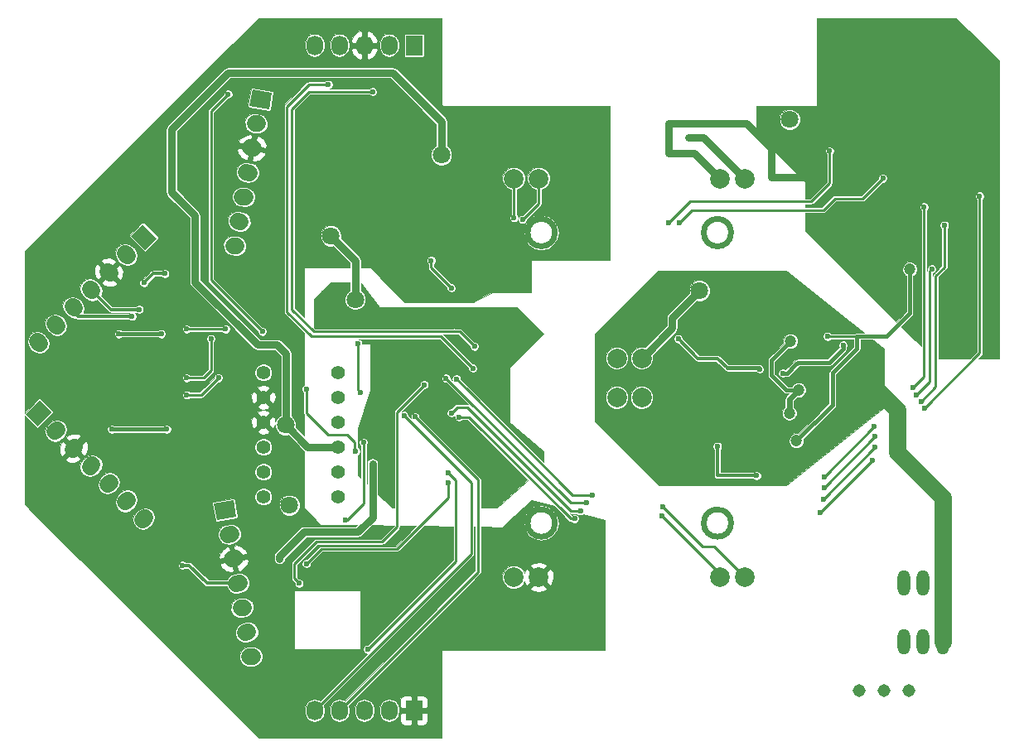
<source format=gbl>
G04 #@! TF.FileFunction,Copper,L2,Bot,Signal*
%FSLAX46Y46*%
G04 Gerber Fmt 4.6, Leading zero omitted, Abs format (unit mm)*
G04 Created by KiCad (PCBNEW 4.0.2-stable) date 4/4/2016 11:45:04 AM*
%MOMM*%
G01*
G04 APERTURE LIST*
%ADD10C,0.100000*%
%ADD11C,0.600000*%
%ADD12C,2.000000*%
%ADD13C,1.727200*%
%ADD14C,1.308000*%
%ADD15O,1.308000X2.616000*%
%ADD16C,1.422400*%
%ADD17R,1.727200X2.032000*%
%ADD18O,1.727200X2.032000*%
%ADD19C,1.800000*%
%ADD20C,1.200000*%
%ADD21C,0.600000*%
%ADD22C,0.800000*%
%ADD23C,1.800000*%
%ADD24C,1.500000*%
%ADD25C,0.280000*%
%ADD26C,0.400000*%
%ADD27C,0.350000*%
%ADD28C,0.250000*%
%ADD29C,0.025400*%
G04 APERTURE END LIST*
D10*
D11*
X191400000Y-104850000D02*
G75*
G03X191400000Y-104850000I-1400000J0D01*
G01*
X209400000Y-104850000D02*
G75*
G03X209400000Y-104850000I-1400000J0D01*
G01*
X209400000Y-75150000D02*
G75*
G03X209400000Y-75150000I-1400000J0D01*
G01*
X191400000Y-75150000D02*
G75*
G03X191400000Y-75150000I-1400000J0D01*
G01*
D12*
X208270000Y-110375000D03*
X210810000Y-110375000D03*
X189730000Y-110375000D03*
X197730000Y-92000000D03*
X200270000Y-92000000D03*
X187190000Y-110375000D03*
X189730000Y-69625000D03*
X187190000Y-69625000D03*
X208270000Y-69625000D03*
X200270000Y-88000000D03*
X197730000Y-88000000D03*
X210810000Y-69625000D03*
D10*
G36*
X156826199Y-104522672D02*
X156526274Y-102821712D01*
X158527403Y-102468858D01*
X158827328Y-104169818D01*
X156826199Y-104522672D01*
X156826199Y-104522672D01*
G37*
D13*
X157967782Y-106023641D02*
X158267952Y-105970713D01*
X158408849Y-108525052D02*
X158709019Y-108472124D01*
X158849915Y-111026464D02*
X159150085Y-110973536D01*
X159290981Y-113527876D02*
X159591151Y-113474948D01*
X159732048Y-116029287D02*
X160032218Y-115976359D01*
X160173114Y-118530699D02*
X160473284Y-118477771D01*
D10*
G36*
X160172672Y-62169818D02*
X160472597Y-60468858D01*
X162473726Y-60821712D01*
X162173801Y-62522672D01*
X160172672Y-62169818D01*
X160172672Y-62169818D01*
G37*
D13*
X160732048Y-63970713D02*
X161032218Y-64023641D01*
X160290981Y-66472124D02*
X160591151Y-66525052D01*
X159849915Y-68973536D02*
X160150085Y-69026464D01*
X159408849Y-71474948D02*
X159709019Y-71527876D01*
X158967782Y-73976359D02*
X159267952Y-74029287D01*
X158526716Y-76477771D02*
X158826886Y-76530699D01*
D10*
G36*
X138504083Y-94940924D02*
X137282768Y-93719609D01*
X138719609Y-92282768D01*
X139940924Y-93504083D01*
X138504083Y-94940924D01*
X138504083Y-94940924D01*
G37*
D13*
X140300135Y-95515661D02*
X140515661Y-95300135D01*
X142096186Y-97311712D02*
X142311712Y-97096186D01*
X143892237Y-99107763D02*
X144107763Y-98892237D01*
X145688288Y-100903814D02*
X145903814Y-100688288D01*
X147484339Y-102699865D02*
X147699865Y-102484339D01*
X149280391Y-104495917D02*
X149495917Y-104280391D01*
D10*
G36*
X148059076Y-75504083D02*
X149280391Y-74282768D01*
X150717232Y-75719609D01*
X149495917Y-76940924D01*
X148059076Y-75504083D01*
X148059076Y-75504083D01*
G37*
D13*
X147484339Y-77300135D02*
X147699865Y-77515661D01*
X145688288Y-79096186D02*
X145903814Y-79311712D01*
X143892237Y-80892237D02*
X144107763Y-81107763D01*
X142096186Y-82688288D02*
X142311712Y-82903814D01*
X140300135Y-84484339D02*
X140515661Y-84699865D01*
X138504083Y-86280391D02*
X138719609Y-86495917D01*
D14*
X227540000Y-122000000D03*
X225000000Y-122000000D03*
X222460000Y-122000000D03*
D15*
X227027500Y-110952500D03*
X229027500Y-110952500D03*
X231027500Y-110952500D03*
X227027500Y-116952500D03*
X229027500Y-116952500D03*
X231027500Y-116952500D03*
D16*
X161590000Y-91990000D03*
X161590000Y-89450000D03*
X169210000Y-89450000D03*
X169210000Y-94530000D03*
X169210000Y-102150000D03*
X161590000Y-94530000D03*
X169210000Y-99610000D03*
X161590000Y-102150000D03*
X169210000Y-91990000D03*
X161590000Y-97070000D03*
X169210000Y-97070000D03*
X161590000Y-99610000D03*
D17*
X177000000Y-124000000D03*
D18*
X174460000Y-124000000D03*
X171920000Y-124000000D03*
X169380000Y-124000000D03*
X166840000Y-124000000D03*
D17*
X177000000Y-56000000D03*
D18*
X174460000Y-56000000D03*
X171920000Y-56000000D03*
X169380000Y-56000000D03*
X166840000Y-56000000D03*
D19*
X218000000Y-69500000D03*
D20*
X209640000Y-95810000D03*
X209630000Y-84280000D03*
D21*
X213270000Y-80140000D03*
X212200000Y-79800000D03*
D19*
X221500000Y-90000000D03*
X174600000Y-109800000D03*
D20*
X177000000Y-80600000D03*
D19*
X167600000Y-67600000D03*
X172000000Y-63800000D03*
D21*
X188000000Y-87000000D03*
X176000000Y-91500000D03*
D19*
X186250000Y-107250000D03*
X186500000Y-99750000D03*
X188750000Y-107500000D03*
X173750000Y-95250000D03*
X168250000Y-81750000D03*
X162250000Y-81750000D03*
X185750000Y-80000000D03*
X194000000Y-74500000D03*
D21*
X213250000Y-90690000D03*
X211970000Y-90460000D03*
D19*
X215225000Y-66275000D03*
D21*
X152020000Y-94340000D03*
D19*
X165270000Y-120080000D03*
D21*
X166380000Y-118290000D03*
X169260000Y-110450000D03*
X167430000Y-109830000D03*
D19*
X145000000Y-89500000D03*
X233500000Y-68500000D03*
X229500000Y-69500000D03*
X144000000Y-94600000D03*
X172800000Y-77600000D03*
X185400000Y-75400000D03*
X173400000Y-75400000D03*
X213342500Y-84015000D03*
X213342500Y-95985000D03*
D21*
X177100000Y-93970000D03*
X175980000Y-93850000D03*
D20*
X216060000Y-96450000D03*
D21*
X219240000Y-85750000D03*
D20*
X227660000Y-78910000D03*
D21*
X163250000Y-108500000D03*
X172750000Y-98750000D03*
D19*
X171000000Y-82000000D03*
X168500000Y-75500000D03*
X215375000Y-63575000D03*
D21*
X183180000Y-86780000D03*
X172750000Y-60750000D03*
X183010000Y-89010000D03*
X168250000Y-60000000D03*
X158000000Y-61000000D03*
X161500000Y-85250000D03*
X170030000Y-104530000D03*
X171840000Y-96590000D03*
D19*
X164250000Y-103020000D03*
X163860000Y-94800000D03*
X179800000Y-67200000D03*
D21*
X205000000Y-65400000D03*
D20*
X215470000Y-86240000D03*
X215340000Y-93600000D03*
X216280000Y-91250000D03*
D21*
X171500000Y-91500000D03*
X171250000Y-86500000D03*
X224125000Y-97075000D03*
X228800000Y-92400000D03*
X218800000Y-102400000D03*
X231200000Y-74400000D03*
X223850000Y-98400000D03*
X229150000Y-93100000D03*
X218500000Y-103750000D03*
X234800000Y-71400000D03*
X224010000Y-95010000D03*
X228000000Y-91000000D03*
X229100000Y-72500000D03*
X218885000Y-100135000D03*
X224075000Y-96025000D03*
X228350000Y-91750000D03*
X229900000Y-78850000D03*
X218900000Y-101200000D03*
X202390000Y-103160000D03*
X187200000Y-73630000D03*
X180250000Y-90050000D03*
X194600000Y-102800000D03*
X181330000Y-90130000D03*
X195200000Y-102000000D03*
X208000000Y-97000000D03*
X212000000Y-100000000D03*
X212310000Y-89100000D03*
X204000000Y-86000000D03*
X180500000Y-100750000D03*
X166000000Y-109000000D03*
X178030000Y-90720000D03*
X165250000Y-111000000D03*
X224900000Y-69600000D03*
X204150000Y-74100000D03*
X219450000Y-66800000D03*
X203000000Y-74150000D03*
X153750000Y-91750000D03*
X157000000Y-90000000D03*
X153750000Y-90000000D03*
X156250000Y-86000000D03*
X153750000Y-85000000D03*
X157750000Y-85000000D03*
X151170000Y-85490000D03*
X146820000Y-85490000D03*
X146080000Y-95250000D03*
X151710000Y-95250000D03*
X180800000Y-80800000D03*
X178750000Y-78000000D03*
X188090000Y-73800000D03*
X214660000Y-89530000D03*
X220860000Y-86650000D03*
X202290000Y-104090000D03*
X180500000Y-99750000D03*
X172250000Y-117750000D03*
X171030000Y-97520000D03*
X166000000Y-91120000D03*
X153325000Y-109175000D03*
X149400000Y-80275000D03*
X151525000Y-79325000D03*
X148900000Y-83000000D03*
X148175000Y-83700000D03*
D19*
X206165000Y-81085000D03*
D21*
X193400000Y-104400000D03*
X181600000Y-94000000D03*
X194000000Y-103600000D03*
X180800000Y-93600000D03*
D22*
X218000000Y-69500000D02*
X213500000Y-69500000D01*
X213500000Y-66500000D02*
X213500000Y-69500000D01*
X211000000Y-64000000D02*
X203000000Y-64000000D01*
X205645000Y-67000000D02*
X208270000Y-69625000D01*
X205645000Y-67000000D02*
X203000000Y-67000000D01*
X203000000Y-64000000D02*
X203000000Y-67000000D01*
X211000000Y-64000000D02*
X213500000Y-66500000D01*
D23*
X231027500Y-110952500D02*
X231027500Y-116952500D01*
X231027500Y-110952500D02*
X231027500Y-102277500D01*
X223050000Y-90000000D02*
X221500000Y-90000000D01*
X226350000Y-93300000D02*
X223050000Y-90000000D01*
X226350000Y-97600000D02*
X226350000Y-93300000D01*
X231027500Y-102277500D02*
X226350000Y-97600000D01*
D22*
X172000000Y-63800000D02*
X171400000Y-63800000D01*
X171400000Y-63800000D02*
X167600000Y-67600000D01*
X142203949Y-97203949D02*
X144000000Y-95407898D01*
X144000000Y-95407898D02*
X144000000Y-94600000D01*
D24*
X213265000Y-84015000D02*
X213342500Y-84015000D01*
X213000000Y-83750000D02*
X213265000Y-84015000D01*
X213265000Y-95985000D02*
X213342500Y-95985000D01*
X213000000Y-96250000D02*
X213265000Y-95985000D01*
D25*
X183530000Y-109850000D02*
X169380000Y-124000000D01*
X183530000Y-100400000D02*
X183530000Y-109850000D01*
X177100000Y-93970000D02*
X183530000Y-100400000D01*
X182840000Y-108000000D02*
X166840000Y-124000000D01*
X182840000Y-100710000D02*
X182840000Y-108000000D01*
X175980000Y-93850000D02*
X182840000Y-100710000D01*
D26*
X219750000Y-92760000D02*
X219750000Y-89500000D01*
X216060000Y-96450000D02*
X219750000Y-92760000D01*
X222250000Y-87000000D02*
X222250000Y-85750000D01*
X219750000Y-89500000D02*
X222250000Y-87000000D01*
X222240000Y-85750000D02*
X222250000Y-85750000D01*
D25*
X219240000Y-85750000D02*
X222240000Y-85750000D01*
D26*
X222250000Y-85750000D02*
X225300000Y-85750000D01*
X225300000Y-85750000D02*
X227660000Y-83390000D01*
X227660000Y-83390000D02*
X227660000Y-78910000D01*
D22*
X163250000Y-108250000D02*
X163250000Y-108500000D01*
X165750000Y-105750000D02*
X163250000Y-108250000D01*
X171250000Y-105750000D02*
X165750000Y-105750000D01*
X172750000Y-104250000D02*
X171250000Y-105750000D01*
X172750000Y-98750000D02*
X172750000Y-104250000D01*
X171000000Y-82000000D02*
X171000000Y-78000000D01*
X171000000Y-78000000D02*
X168500000Y-75500000D01*
D25*
X181070000Y-85220000D02*
X181070000Y-85250000D01*
X181100000Y-85250000D02*
X181070000Y-85220000D01*
X181650000Y-85250000D02*
X181100000Y-85250000D01*
X183180000Y-86780000D02*
X181650000Y-85250000D01*
X166250000Y-60750000D02*
X172750000Y-60750000D01*
X164500000Y-62500000D02*
X166250000Y-60750000D01*
X164500000Y-83000000D02*
X164500000Y-62500000D01*
X166750000Y-85250000D02*
X164500000Y-83000000D01*
X181070000Y-85250000D02*
X166750000Y-85250000D01*
X179370000Y-85750000D02*
X179750000Y-85750000D01*
X179750000Y-85750000D02*
X183010000Y-89010000D01*
X179370000Y-85750000D02*
X166500000Y-85750000D01*
X166250000Y-60000000D02*
X168250000Y-60000000D01*
X164000000Y-62250000D02*
X166250000Y-60000000D01*
X164000000Y-83250000D02*
X164000000Y-62250000D01*
X166500000Y-85750000D02*
X164000000Y-83250000D01*
X156250000Y-62750000D02*
X158000000Y-61000000D01*
X156250000Y-80000000D02*
X156250000Y-62750000D01*
X161500000Y-85250000D02*
X156250000Y-80000000D01*
X171850000Y-102000000D02*
X171850000Y-102870000D01*
X170190000Y-104530000D02*
X170030000Y-104530000D01*
X171850000Y-102870000D02*
X170190000Y-104530000D01*
X171850000Y-96600000D02*
X171850000Y-102000000D01*
X171840000Y-96590000D02*
X171850000Y-96600000D01*
D22*
X169210000Y-97070000D02*
X166130000Y-97070000D01*
X166130000Y-97070000D02*
X163860000Y-94800000D01*
X163910000Y-94750000D02*
X163910000Y-87510000D01*
X163860000Y-94800000D02*
X163910000Y-94750000D01*
X163000000Y-86600000D02*
X163910000Y-87510000D01*
X161000000Y-86600000D02*
X163000000Y-86600000D01*
X152200000Y-71000000D02*
X154600000Y-73400000D01*
X152200000Y-64600000D02*
X152200000Y-71000000D01*
X176000000Y-60000000D02*
X174800000Y-58800000D01*
X179800000Y-67200000D02*
X179800000Y-63800000D01*
X179800000Y-63800000D02*
X176000000Y-60000000D01*
X174800000Y-58800000D02*
X158000000Y-58800000D01*
X158000000Y-58800000D02*
X152200000Y-64600000D01*
X154600000Y-73400000D02*
X154600000Y-80200000D01*
X154600000Y-80200000D02*
X161000000Y-86600000D01*
X206585000Y-65400000D02*
X210810000Y-69625000D01*
X205000000Y-65400000D02*
X206585000Y-65400000D01*
D26*
X216280000Y-91250000D02*
X215020000Y-91250000D01*
X213520000Y-88190000D02*
X215470000Y-86240000D01*
X213520000Y-89750000D02*
X213520000Y-88190000D01*
X215020000Y-91250000D02*
X213520000Y-89750000D01*
D11*
X215340000Y-92190000D02*
X215340000Y-93600000D01*
X216280000Y-91250000D02*
X215340000Y-92190000D01*
D25*
X171250000Y-86500000D02*
X171250000Y-91250000D01*
X171250000Y-91250000D02*
X171500000Y-91500000D01*
X230300000Y-85200000D02*
X230300000Y-79600000D01*
X218800000Y-102400000D02*
X224125000Y-97075000D01*
X228800000Y-92400000D02*
X230300000Y-90900000D01*
X230300000Y-90900000D02*
X230300000Y-85200000D01*
X231200000Y-78700000D02*
X231200000Y-74400000D01*
X230300000Y-79600000D02*
X231200000Y-78700000D01*
X218500000Y-103750000D02*
X223850000Y-98400000D01*
X229150000Y-93100000D02*
X234800000Y-87450000D01*
X234800000Y-87450000D02*
X234800000Y-71400000D01*
X228000000Y-91000000D02*
X228010000Y-91010000D01*
X228010000Y-91010000D02*
X228000000Y-91000000D01*
X228000000Y-91000000D02*
X228000000Y-91020000D01*
X229100000Y-72950000D02*
X229100000Y-72500000D01*
X229100000Y-89920000D02*
X228000000Y-91020000D01*
X229100000Y-89920000D02*
X229100000Y-72950000D01*
X224010000Y-95010000D02*
X218885000Y-100135000D01*
X229700000Y-79050000D02*
X229900000Y-78850000D01*
X229700000Y-79050000D02*
X229700000Y-83800000D01*
X229700000Y-90400000D02*
X229700000Y-83800000D01*
X218900000Y-101200000D02*
X224075000Y-96025000D01*
X228350000Y-91750000D02*
X229700000Y-90400000D01*
X229700000Y-83800000D02*
X229700000Y-83700000D01*
X207655000Y-107220000D02*
X210810000Y-110375000D01*
X206450000Y-107220000D02*
X207655000Y-107220000D01*
X202390000Y-103160000D02*
X206450000Y-107220000D01*
X187190000Y-69625000D02*
X187190000Y-73620000D01*
X187190000Y-73620000D02*
X187200000Y-73630000D01*
X181600000Y-91400000D02*
X180250000Y-90050000D01*
X193000000Y-102800000D02*
X194600000Y-102800000D01*
X181600000Y-91400000D02*
X193000000Y-102800000D01*
X182400000Y-91200000D02*
X181330000Y-90130000D01*
X193200000Y-102000000D02*
X195200000Y-102000000D01*
X182400000Y-91200000D02*
X193200000Y-102000000D01*
D27*
X208000000Y-100000000D02*
X208000000Y-97000000D01*
X212000000Y-100000000D02*
X208000000Y-100000000D01*
D26*
X211440000Y-89000000D02*
X212210000Y-89000000D01*
X212210000Y-89000000D02*
X212310000Y-89100000D01*
X211440000Y-89000000D02*
X209000000Y-89000000D01*
D27*
X206000000Y-88000000D02*
X204000000Y-86000000D01*
X208000000Y-88000000D02*
X206000000Y-88000000D01*
X209000000Y-89000000D02*
X208000000Y-88000000D01*
D28*
X180500000Y-102250000D02*
X180500000Y-100750000D01*
X175250000Y-107500000D02*
X180500000Y-102250000D01*
X167500000Y-107500000D02*
X175250000Y-107500000D01*
X166000000Y-109000000D02*
X167500000Y-107500000D01*
D25*
X175250000Y-93500000D02*
X178030000Y-90720000D01*
D28*
X175250000Y-105250000D02*
X175250000Y-93500000D01*
X173750000Y-106750000D02*
X175250000Y-105250000D01*
X167000000Y-106750000D02*
X173750000Y-106750000D01*
X164750000Y-109000000D02*
X167000000Y-106750000D01*
X164750000Y-110500000D02*
X164750000Y-109000000D01*
X165250000Y-111000000D02*
X164750000Y-110500000D01*
D25*
X222850000Y-71650000D02*
X224900000Y-69600000D01*
X220000000Y-71650000D02*
X222850000Y-71650000D01*
X218800000Y-72850000D02*
X220000000Y-71650000D01*
X205400000Y-72850000D02*
X218800000Y-72850000D01*
X204150000Y-74100000D02*
X205400000Y-72850000D01*
X219450000Y-70100000D02*
X219450000Y-66800000D01*
X217600000Y-71950000D02*
X219450000Y-70100000D01*
X205200000Y-71950000D02*
X217600000Y-71950000D01*
X203000000Y-74150000D02*
X205200000Y-71950000D01*
X155250000Y-91750000D02*
X153750000Y-91750000D01*
X157000000Y-90000000D02*
X155250000Y-91750000D01*
X153750000Y-90000000D02*
X155500000Y-90000000D01*
X155500000Y-90000000D02*
X156250000Y-89250000D01*
X156250000Y-89250000D02*
X156250000Y-86000000D01*
X157750000Y-85000000D02*
X153750000Y-85000000D01*
D26*
X151170000Y-85490000D02*
X146820000Y-85490000D01*
X146080000Y-95250000D02*
X151710000Y-95250000D01*
D25*
X178750000Y-78750000D02*
X178750000Y-78000000D01*
X180800000Y-80800000D02*
X178750000Y-78750000D01*
X189730000Y-72160000D02*
X189730000Y-69625000D01*
X188090000Y-73800000D02*
X189730000Y-72160000D01*
D26*
X219400000Y-88430000D02*
X220860000Y-86970000D01*
X216210000Y-88430000D02*
X219400000Y-88430000D01*
X215110000Y-89530000D02*
X216000000Y-88640000D01*
X214910000Y-89530000D02*
X215110000Y-89530000D01*
X214660000Y-89530000D02*
X214910000Y-89530000D01*
X216000000Y-88640000D02*
X216210000Y-88430000D01*
X220860000Y-86970000D02*
X220860000Y-86650000D01*
D25*
X202290000Y-104090000D02*
X208270000Y-110070000D01*
X208270000Y-110070000D02*
X208270000Y-110375000D01*
D28*
X180500000Y-99750000D02*
X181250000Y-100500000D01*
X181250000Y-100500000D02*
X181250000Y-108750000D01*
X181250000Y-108750000D02*
X172250000Y-117750000D01*
D25*
X170890000Y-97380000D02*
X170890000Y-96560000D01*
X171030000Y-97520000D02*
X170890000Y-97380000D01*
X170890000Y-96560000D02*
X170160000Y-95830000D01*
X170160000Y-95830000D02*
X168240000Y-95830000D01*
X168240000Y-95830000D02*
X166000000Y-93590000D01*
X166000000Y-93590000D02*
X166000000Y-91120000D01*
D27*
X159000000Y-111000000D02*
X155850000Y-111000000D01*
X153325000Y-109175000D02*
X154025000Y-109175000D01*
X154025000Y-109175000D02*
X155850000Y-111000000D01*
X150350000Y-79325000D02*
X149400000Y-80275000D01*
X151525000Y-79325000D02*
X150350000Y-79325000D01*
X146000000Y-83000000D02*
X144000000Y-81000000D01*
X148900000Y-83000000D02*
X146000000Y-83000000D01*
X148175000Y-83700000D02*
X142682898Y-83700000D01*
X142203949Y-82796051D02*
X142682898Y-83700000D01*
D22*
X206165000Y-81085000D02*
X205250000Y-82000000D01*
X203375000Y-84895000D02*
X203375000Y-83875000D01*
X200270000Y-88000000D02*
X203375000Y-84895000D01*
X203375000Y-83875000D02*
X205250000Y-82000000D01*
D25*
X181600000Y-94000000D02*
X182600000Y-94000000D01*
X193000000Y-104400000D02*
X193400000Y-104400000D01*
X182600000Y-94000000D02*
X193000000Y-104400000D01*
X181400000Y-93000000D02*
X182400000Y-93000000D01*
X193000000Y-103600000D02*
X194000000Y-103600000D01*
X182400000Y-93000000D02*
X193000000Y-103600000D01*
X180800000Y-93600000D02*
X181400000Y-93000000D01*
D29*
G36*
X222963795Y-85387300D02*
X222240000Y-85387300D01*
X222101201Y-85414909D01*
X222052724Y-85447300D01*
X219591614Y-85447300D01*
X219502441Y-85357971D01*
X219332441Y-85287380D01*
X219148367Y-85287220D01*
X218978244Y-85357513D01*
X218847971Y-85487559D01*
X218777380Y-85657559D01*
X218777220Y-85841633D01*
X218847513Y-86011756D01*
X218977559Y-86142029D01*
X219147559Y-86212620D01*
X219331633Y-86212780D01*
X219501756Y-86142487D01*
X219591700Y-86052700D01*
X221887300Y-86052700D01*
X221887300Y-86849764D01*
X219493532Y-89243532D01*
X219414909Y-89361201D01*
X219387299Y-89500000D01*
X219387300Y-89500005D01*
X219387300Y-92609764D01*
X216281096Y-95715968D01*
X216212376Y-95687433D01*
X215908955Y-95687168D01*
X215628530Y-95803038D01*
X215413792Y-96017401D01*
X215297433Y-96297624D01*
X215297168Y-96601045D01*
X215413038Y-96881470D01*
X215627401Y-97096208D01*
X215907624Y-97212567D01*
X216211045Y-97212832D01*
X216491470Y-97096962D01*
X216706208Y-96882599D01*
X216822567Y-96602376D01*
X216822832Y-96298955D01*
X216793930Y-96229006D01*
X220006468Y-93016468D01*
X220085091Y-92898799D01*
X220112700Y-92760000D01*
X220112700Y-89650236D01*
X222506468Y-87256468D01*
X222585091Y-87138799D01*
X222612701Y-87000000D01*
X222612700Y-86999995D01*
X222612700Y-86112700D01*
X223870545Y-86112700D01*
X224987300Y-87006104D01*
X224987300Y-92993896D01*
X214995545Y-100987300D01*
X202005260Y-100987300D01*
X198109593Y-97091633D01*
X207537220Y-97091633D01*
X207607513Y-97261756D01*
X207662300Y-97316639D01*
X207662300Y-100000000D01*
X207688006Y-100129232D01*
X207761210Y-100238790D01*
X207870768Y-100311994D01*
X208000000Y-100337700D01*
X211683325Y-100337700D01*
X211737559Y-100392029D01*
X211907559Y-100462620D01*
X212091633Y-100462780D01*
X212261756Y-100392487D01*
X212392029Y-100262441D01*
X212462620Y-100092441D01*
X212462780Y-99908367D01*
X212392487Y-99738244D01*
X212262441Y-99607971D01*
X212092441Y-99537380D01*
X211908367Y-99537220D01*
X211738244Y-99607513D01*
X211683361Y-99662300D01*
X208337700Y-99662300D01*
X208337700Y-97316675D01*
X208392029Y-97262441D01*
X208462620Y-97092441D01*
X208462780Y-96908367D01*
X208392487Y-96738244D01*
X208262441Y-96607971D01*
X208092441Y-96537380D01*
X207908367Y-96537220D01*
X207738244Y-96607513D01*
X207607971Y-96737559D01*
X207537380Y-96907559D01*
X207537220Y-97091633D01*
X198109593Y-97091633D01*
X195512700Y-94494740D01*
X195512700Y-92230261D01*
X196567098Y-92230261D01*
X196743736Y-92657756D01*
X197070523Y-92985115D01*
X197497710Y-93162498D01*
X197960261Y-93162902D01*
X198387756Y-92986264D01*
X198715115Y-92659477D01*
X198892498Y-92232290D01*
X198892499Y-92230261D01*
X199107098Y-92230261D01*
X199283736Y-92657756D01*
X199610523Y-92985115D01*
X200037710Y-93162498D01*
X200500261Y-93162902D01*
X200927756Y-92986264D01*
X201255115Y-92659477D01*
X201432498Y-92232290D01*
X201432902Y-91769739D01*
X201256264Y-91342244D01*
X200929477Y-91014885D01*
X200502290Y-90837502D01*
X200039739Y-90837098D01*
X199612244Y-91013736D01*
X199284885Y-91340523D01*
X199107502Y-91767710D01*
X199107098Y-92230261D01*
X198892499Y-92230261D01*
X198892902Y-91769739D01*
X198716264Y-91342244D01*
X198389477Y-91014885D01*
X197962290Y-90837502D01*
X197499739Y-90837098D01*
X197072244Y-91013736D01*
X196744885Y-91340523D01*
X196567502Y-91767710D01*
X196567098Y-92230261D01*
X195512700Y-92230261D01*
X195512700Y-88230261D01*
X196567098Y-88230261D01*
X196743736Y-88657756D01*
X197070523Y-88985115D01*
X197497710Y-89162498D01*
X197960261Y-89162902D01*
X198387756Y-88986264D01*
X198715115Y-88659477D01*
X198892498Y-88232290D01*
X198892499Y-88230261D01*
X199107098Y-88230261D01*
X199283736Y-88657756D01*
X199610523Y-88985115D01*
X200037710Y-89162498D01*
X200500261Y-89162902D01*
X200927756Y-88986264D01*
X201255115Y-88659477D01*
X201432498Y-88232290D01*
X201432902Y-87769739D01*
X201392886Y-87672892D01*
X202974145Y-86091633D01*
X203537220Y-86091633D01*
X203607513Y-86261756D01*
X203737559Y-86392029D01*
X203907559Y-86462620D01*
X203985107Y-86462687D01*
X205761210Y-88238790D01*
X205870768Y-88311994D01*
X206000000Y-88337700D01*
X207860120Y-88337700D01*
X208672339Y-89149919D01*
X208743532Y-89256468D01*
X208861201Y-89335091D01*
X209000000Y-89362700D01*
X211918455Y-89362700D01*
X212047559Y-89492029D01*
X212217559Y-89562620D01*
X212401633Y-89562780D01*
X212571756Y-89492487D01*
X212702029Y-89362441D01*
X212772620Y-89192441D01*
X212772780Y-89008367D01*
X212702487Y-88838244D01*
X212572441Y-88707971D01*
X212402441Y-88637380D01*
X212218367Y-88637220D01*
X212215519Y-88638397D01*
X212210000Y-88637299D01*
X212209995Y-88637300D01*
X209114880Y-88637300D01*
X208667580Y-88190000D01*
X213157299Y-88190000D01*
X213157300Y-88190005D01*
X213157300Y-89749995D01*
X213157299Y-89750000D01*
X213184909Y-89888799D01*
X213263532Y-90006468D01*
X214763530Y-91506465D01*
X214763532Y-91506468D01*
X214834069Y-91553599D01*
X214881200Y-91585091D01*
X215020000Y-91612700D01*
X215262944Y-91612700D01*
X215012822Y-91862822D01*
X214912521Y-92012932D01*
X214877300Y-92190000D01*
X214877300Y-92984213D01*
X214693792Y-93167401D01*
X214577433Y-93447624D01*
X214577168Y-93751045D01*
X214693038Y-94031470D01*
X214907401Y-94246208D01*
X215187624Y-94362567D01*
X215491045Y-94362832D01*
X215771470Y-94246962D01*
X215986208Y-94032599D01*
X216102567Y-93752376D01*
X216102832Y-93448955D01*
X215986962Y-93168530D01*
X215802700Y-92983946D01*
X215802700Y-92381656D01*
X216171750Y-92012606D01*
X216431045Y-92012832D01*
X216711470Y-91896962D01*
X216926208Y-91682599D01*
X217042567Y-91402376D01*
X217042832Y-91098955D01*
X216926962Y-90818530D01*
X216712599Y-90603792D01*
X216432376Y-90487433D01*
X216128955Y-90487168D01*
X215848530Y-90603038D01*
X215633792Y-90817401D01*
X215604767Y-90887300D01*
X215170235Y-90887300D01*
X213904569Y-89621633D01*
X214197220Y-89621633D01*
X214267513Y-89791756D01*
X214397559Y-89922029D01*
X214567559Y-89992620D01*
X214751633Y-89992780D01*
X214921756Y-89922487D01*
X214951595Y-89892700D01*
X215109995Y-89892700D01*
X215110000Y-89892701D01*
X215248799Y-89865091D01*
X215366468Y-89786468D01*
X216360236Y-88792700D01*
X219399995Y-88792700D01*
X219400000Y-88792701D01*
X219538799Y-88765091D01*
X219656468Y-88686468D01*
X221116465Y-87226470D01*
X221116468Y-87226468D01*
X221195091Y-87108799D01*
X221222701Y-86970000D01*
X221222700Y-86969995D01*
X221222700Y-86941719D01*
X221252029Y-86912441D01*
X221322620Y-86742441D01*
X221322780Y-86558367D01*
X221252487Y-86388244D01*
X221122441Y-86257971D01*
X220952441Y-86187380D01*
X220768367Y-86187220D01*
X220598244Y-86257513D01*
X220467971Y-86387559D01*
X220397380Y-86557559D01*
X220397220Y-86741633D01*
X220449326Y-86867739D01*
X219249764Y-88067300D01*
X216210005Y-88067300D01*
X216210000Y-88067299D01*
X216071201Y-88094909D01*
X215953532Y-88173532D01*
X214959764Y-89167300D01*
X214951719Y-89167300D01*
X214922441Y-89137971D01*
X214752441Y-89067380D01*
X214568367Y-89067220D01*
X214398244Y-89137513D01*
X214267971Y-89267559D01*
X214197380Y-89437559D01*
X214197220Y-89621633D01*
X213904569Y-89621633D01*
X213882700Y-89599764D01*
X213882700Y-88340236D01*
X215248904Y-86974032D01*
X215317624Y-87002567D01*
X215621045Y-87002832D01*
X215901470Y-86886962D01*
X216116208Y-86672599D01*
X216232567Y-86392376D01*
X216232832Y-86088955D01*
X216116962Y-85808530D01*
X215902599Y-85593792D01*
X215622376Y-85477433D01*
X215318955Y-85477168D01*
X215038530Y-85593038D01*
X214823792Y-85807401D01*
X214707433Y-86087624D01*
X214707168Y-86391045D01*
X214736071Y-86460994D01*
X213263532Y-87933532D01*
X213184909Y-88051201D01*
X213157299Y-88190000D01*
X208667580Y-88190000D01*
X208238790Y-87761210D01*
X208129232Y-87688006D01*
X208000000Y-87662300D01*
X206139880Y-87662300D01*
X204462713Y-85985133D01*
X204462780Y-85908367D01*
X204392487Y-85738244D01*
X204262441Y-85607971D01*
X204092441Y-85537380D01*
X203908367Y-85537220D01*
X203738244Y-85607513D01*
X203607971Y-85737559D01*
X203537380Y-85907559D01*
X203537220Y-86091633D01*
X202974145Y-86091633D01*
X203772889Y-85292889D01*
X203894867Y-85110336D01*
X203937700Y-84895000D01*
X203937700Y-84108078D01*
X205914231Y-82131547D01*
X205952688Y-82147516D01*
X206375457Y-82147885D01*
X206766185Y-81986439D01*
X207065388Y-81687757D01*
X207227516Y-81297312D01*
X207227885Y-80874543D01*
X207066439Y-80483815D01*
X206767757Y-80184612D01*
X206377312Y-80022484D01*
X205954543Y-80022115D01*
X205563815Y-80183561D01*
X205264612Y-80482243D01*
X205102484Y-80872688D01*
X205102115Y-81295457D01*
X205118678Y-81335544D01*
X202977111Y-83477111D01*
X202855133Y-83659664D01*
X202812300Y-83875000D01*
X202812300Y-84661922D01*
X200597278Y-86876944D01*
X200502290Y-86837502D01*
X200039739Y-86837098D01*
X199612244Y-87013736D01*
X199284885Y-87340523D01*
X199107502Y-87767710D01*
X199107098Y-88230261D01*
X198892499Y-88230261D01*
X198892902Y-87769739D01*
X198716264Y-87342244D01*
X198389477Y-87014885D01*
X197962290Y-86837502D01*
X197499739Y-86837098D01*
X197072244Y-87013736D01*
X196744885Y-87340523D01*
X196567502Y-87767710D01*
X196567098Y-88230261D01*
X195512700Y-88230261D01*
X195512700Y-85505260D01*
X202005260Y-79012700D01*
X214995545Y-79012700D01*
X222963795Y-85387300D01*
X222963795Y-85387300D01*
G37*
X222963795Y-85387300D02*
X222240000Y-85387300D01*
X222101201Y-85414909D01*
X222052724Y-85447300D01*
X219591614Y-85447300D01*
X219502441Y-85357971D01*
X219332441Y-85287380D01*
X219148367Y-85287220D01*
X218978244Y-85357513D01*
X218847971Y-85487559D01*
X218777380Y-85657559D01*
X218777220Y-85841633D01*
X218847513Y-86011756D01*
X218977559Y-86142029D01*
X219147559Y-86212620D01*
X219331633Y-86212780D01*
X219501756Y-86142487D01*
X219591700Y-86052700D01*
X221887300Y-86052700D01*
X221887300Y-86849764D01*
X219493532Y-89243532D01*
X219414909Y-89361201D01*
X219387299Y-89500000D01*
X219387300Y-89500005D01*
X219387300Y-92609764D01*
X216281096Y-95715968D01*
X216212376Y-95687433D01*
X215908955Y-95687168D01*
X215628530Y-95803038D01*
X215413792Y-96017401D01*
X215297433Y-96297624D01*
X215297168Y-96601045D01*
X215413038Y-96881470D01*
X215627401Y-97096208D01*
X215907624Y-97212567D01*
X216211045Y-97212832D01*
X216491470Y-97096962D01*
X216706208Y-96882599D01*
X216822567Y-96602376D01*
X216822832Y-96298955D01*
X216793930Y-96229006D01*
X220006468Y-93016468D01*
X220085091Y-92898799D01*
X220112700Y-92760000D01*
X220112700Y-89650236D01*
X222506468Y-87256468D01*
X222585091Y-87138799D01*
X222612701Y-87000000D01*
X222612700Y-86999995D01*
X222612700Y-86112700D01*
X223870545Y-86112700D01*
X224987300Y-87006104D01*
X224987300Y-92993896D01*
X214995545Y-100987300D01*
X202005260Y-100987300D01*
X198109593Y-97091633D01*
X207537220Y-97091633D01*
X207607513Y-97261756D01*
X207662300Y-97316639D01*
X207662300Y-100000000D01*
X207688006Y-100129232D01*
X207761210Y-100238790D01*
X207870768Y-100311994D01*
X208000000Y-100337700D01*
X211683325Y-100337700D01*
X211737559Y-100392029D01*
X211907559Y-100462620D01*
X212091633Y-100462780D01*
X212261756Y-100392487D01*
X212392029Y-100262441D01*
X212462620Y-100092441D01*
X212462780Y-99908367D01*
X212392487Y-99738244D01*
X212262441Y-99607971D01*
X212092441Y-99537380D01*
X211908367Y-99537220D01*
X211738244Y-99607513D01*
X211683361Y-99662300D01*
X208337700Y-99662300D01*
X208337700Y-97316675D01*
X208392029Y-97262441D01*
X208462620Y-97092441D01*
X208462780Y-96908367D01*
X208392487Y-96738244D01*
X208262441Y-96607971D01*
X208092441Y-96537380D01*
X207908367Y-96537220D01*
X207738244Y-96607513D01*
X207607971Y-96737559D01*
X207537380Y-96907559D01*
X207537220Y-97091633D01*
X198109593Y-97091633D01*
X195512700Y-94494740D01*
X195512700Y-92230261D01*
X196567098Y-92230261D01*
X196743736Y-92657756D01*
X197070523Y-92985115D01*
X197497710Y-93162498D01*
X197960261Y-93162902D01*
X198387756Y-92986264D01*
X198715115Y-92659477D01*
X198892498Y-92232290D01*
X198892499Y-92230261D01*
X199107098Y-92230261D01*
X199283736Y-92657756D01*
X199610523Y-92985115D01*
X200037710Y-93162498D01*
X200500261Y-93162902D01*
X200927756Y-92986264D01*
X201255115Y-92659477D01*
X201432498Y-92232290D01*
X201432902Y-91769739D01*
X201256264Y-91342244D01*
X200929477Y-91014885D01*
X200502290Y-90837502D01*
X200039739Y-90837098D01*
X199612244Y-91013736D01*
X199284885Y-91340523D01*
X199107502Y-91767710D01*
X199107098Y-92230261D01*
X198892499Y-92230261D01*
X198892902Y-91769739D01*
X198716264Y-91342244D01*
X198389477Y-91014885D01*
X197962290Y-90837502D01*
X197499739Y-90837098D01*
X197072244Y-91013736D01*
X196744885Y-91340523D01*
X196567502Y-91767710D01*
X196567098Y-92230261D01*
X195512700Y-92230261D01*
X195512700Y-88230261D01*
X196567098Y-88230261D01*
X196743736Y-88657756D01*
X197070523Y-88985115D01*
X197497710Y-89162498D01*
X197960261Y-89162902D01*
X198387756Y-88986264D01*
X198715115Y-88659477D01*
X198892498Y-88232290D01*
X198892499Y-88230261D01*
X199107098Y-88230261D01*
X199283736Y-88657756D01*
X199610523Y-88985115D01*
X200037710Y-89162498D01*
X200500261Y-89162902D01*
X200927756Y-88986264D01*
X201255115Y-88659477D01*
X201432498Y-88232290D01*
X201432902Y-87769739D01*
X201392886Y-87672892D01*
X202974145Y-86091633D01*
X203537220Y-86091633D01*
X203607513Y-86261756D01*
X203737559Y-86392029D01*
X203907559Y-86462620D01*
X203985107Y-86462687D01*
X205761210Y-88238790D01*
X205870768Y-88311994D01*
X206000000Y-88337700D01*
X207860120Y-88337700D01*
X208672339Y-89149919D01*
X208743532Y-89256468D01*
X208861201Y-89335091D01*
X209000000Y-89362700D01*
X211918455Y-89362700D01*
X212047559Y-89492029D01*
X212217559Y-89562620D01*
X212401633Y-89562780D01*
X212571756Y-89492487D01*
X212702029Y-89362441D01*
X212772620Y-89192441D01*
X212772780Y-89008367D01*
X212702487Y-88838244D01*
X212572441Y-88707971D01*
X212402441Y-88637380D01*
X212218367Y-88637220D01*
X212215519Y-88638397D01*
X212210000Y-88637299D01*
X212209995Y-88637300D01*
X209114880Y-88637300D01*
X208667580Y-88190000D01*
X213157299Y-88190000D01*
X213157300Y-88190005D01*
X213157300Y-89749995D01*
X213157299Y-89750000D01*
X213184909Y-89888799D01*
X213263532Y-90006468D01*
X214763530Y-91506465D01*
X214763532Y-91506468D01*
X214834069Y-91553599D01*
X214881200Y-91585091D01*
X215020000Y-91612700D01*
X215262944Y-91612700D01*
X215012822Y-91862822D01*
X214912521Y-92012932D01*
X214877300Y-92190000D01*
X214877300Y-92984213D01*
X214693792Y-93167401D01*
X214577433Y-93447624D01*
X214577168Y-93751045D01*
X214693038Y-94031470D01*
X214907401Y-94246208D01*
X215187624Y-94362567D01*
X215491045Y-94362832D01*
X215771470Y-94246962D01*
X215986208Y-94032599D01*
X216102567Y-93752376D01*
X216102832Y-93448955D01*
X215986962Y-93168530D01*
X215802700Y-92983946D01*
X215802700Y-92381656D01*
X216171750Y-92012606D01*
X216431045Y-92012832D01*
X216711470Y-91896962D01*
X216926208Y-91682599D01*
X217042567Y-91402376D01*
X217042832Y-91098955D01*
X216926962Y-90818530D01*
X216712599Y-90603792D01*
X216432376Y-90487433D01*
X216128955Y-90487168D01*
X215848530Y-90603038D01*
X215633792Y-90817401D01*
X215604767Y-90887300D01*
X215170235Y-90887300D01*
X213904569Y-89621633D01*
X214197220Y-89621633D01*
X214267513Y-89791756D01*
X214397559Y-89922029D01*
X214567559Y-89992620D01*
X214751633Y-89992780D01*
X214921756Y-89922487D01*
X214951595Y-89892700D01*
X215109995Y-89892700D01*
X215110000Y-89892701D01*
X215248799Y-89865091D01*
X215366468Y-89786468D01*
X216360236Y-88792700D01*
X219399995Y-88792700D01*
X219400000Y-88792701D01*
X219538799Y-88765091D01*
X219656468Y-88686468D01*
X221116465Y-87226470D01*
X221116468Y-87226468D01*
X221195091Y-87108799D01*
X221222701Y-86970000D01*
X221222700Y-86969995D01*
X221222700Y-86941719D01*
X221252029Y-86912441D01*
X221322620Y-86742441D01*
X221322780Y-86558367D01*
X221252487Y-86388244D01*
X221122441Y-86257971D01*
X220952441Y-86187380D01*
X220768367Y-86187220D01*
X220598244Y-86257513D01*
X220467971Y-86387559D01*
X220397380Y-86557559D01*
X220397220Y-86741633D01*
X220449326Y-86867739D01*
X219249764Y-88067300D01*
X216210005Y-88067300D01*
X216210000Y-88067299D01*
X216071201Y-88094909D01*
X215953532Y-88173532D01*
X214959764Y-89167300D01*
X214951719Y-89167300D01*
X214922441Y-89137971D01*
X214752441Y-89067380D01*
X214568367Y-89067220D01*
X214398244Y-89137513D01*
X214267971Y-89267559D01*
X214197380Y-89437559D01*
X214197220Y-89621633D01*
X213904569Y-89621633D01*
X213882700Y-89599764D01*
X213882700Y-88340236D01*
X215248904Y-86974032D01*
X215317624Y-87002567D01*
X215621045Y-87002832D01*
X215901470Y-86886962D01*
X216116208Y-86672599D01*
X216232567Y-86392376D01*
X216232832Y-86088955D01*
X216116962Y-85808530D01*
X215902599Y-85593792D01*
X215622376Y-85477433D01*
X215318955Y-85477168D01*
X215038530Y-85593038D01*
X214823792Y-85807401D01*
X214707433Y-86087624D01*
X214707168Y-86391045D01*
X214736071Y-86460994D01*
X213263532Y-87933532D01*
X213184909Y-88051201D01*
X213157299Y-88190000D01*
X208667580Y-88190000D01*
X208238790Y-87761210D01*
X208129232Y-87688006D01*
X208000000Y-87662300D01*
X206139880Y-87662300D01*
X204462713Y-85985133D01*
X204462780Y-85908367D01*
X204392487Y-85738244D01*
X204262441Y-85607971D01*
X204092441Y-85537380D01*
X203908367Y-85537220D01*
X203738244Y-85607513D01*
X203607971Y-85737559D01*
X203537380Y-85907559D01*
X203537220Y-86091633D01*
X202974145Y-86091633D01*
X203772889Y-85292889D01*
X203894867Y-85110336D01*
X203937700Y-84895000D01*
X203937700Y-84108078D01*
X205914231Y-82131547D01*
X205952688Y-82147516D01*
X206375457Y-82147885D01*
X206766185Y-81986439D01*
X207065388Y-81687757D01*
X207227516Y-81297312D01*
X207227885Y-80874543D01*
X207066439Y-80483815D01*
X206767757Y-80184612D01*
X206377312Y-80022484D01*
X205954543Y-80022115D01*
X205563815Y-80183561D01*
X205264612Y-80482243D01*
X205102484Y-80872688D01*
X205102115Y-81295457D01*
X205118678Y-81335544D01*
X202977111Y-83477111D01*
X202855133Y-83659664D01*
X202812300Y-83875000D01*
X202812300Y-84661922D01*
X200597278Y-86876944D01*
X200502290Y-86837502D01*
X200039739Y-86837098D01*
X199612244Y-87013736D01*
X199284885Y-87340523D01*
X199107502Y-87767710D01*
X199107098Y-88230261D01*
X198892499Y-88230261D01*
X198892902Y-87769739D01*
X198716264Y-87342244D01*
X198389477Y-87014885D01*
X197962290Y-86837502D01*
X197499739Y-86837098D01*
X197072244Y-87013736D01*
X196744885Y-87340523D01*
X196567502Y-87767710D01*
X196567098Y-88230261D01*
X195512700Y-88230261D01*
X195512700Y-85505260D01*
X202005260Y-79012700D01*
X214995545Y-79012700D01*
X222963795Y-85387300D01*
G36*
X236812300Y-57577748D02*
X236812300Y-87987300D01*
X234690782Y-87987300D01*
X235014041Y-87664041D01*
X235079658Y-87565838D01*
X235102700Y-87450000D01*
X235102700Y-71751614D01*
X235192029Y-71662441D01*
X235262620Y-71492441D01*
X235262780Y-71308367D01*
X235192487Y-71138244D01*
X235062441Y-71007971D01*
X234892441Y-70937380D01*
X234708367Y-70937220D01*
X234538244Y-71007513D01*
X234407971Y-71137559D01*
X234337380Y-71307559D01*
X234337220Y-71491633D01*
X234407513Y-71661756D01*
X234497300Y-71751700D01*
X234497300Y-87324618D01*
X233834618Y-87987300D01*
X230602700Y-87987300D01*
X230602700Y-79725382D01*
X231414041Y-78914041D01*
X231479658Y-78815838D01*
X231502700Y-78700000D01*
X231502700Y-74751614D01*
X231592029Y-74662441D01*
X231662620Y-74492441D01*
X231662780Y-74308367D01*
X231592487Y-74138244D01*
X231462441Y-74007971D01*
X231292441Y-73937380D01*
X231108367Y-73937220D01*
X230938244Y-74007513D01*
X230807971Y-74137559D01*
X230737380Y-74307559D01*
X230737220Y-74491633D01*
X230807513Y-74661756D01*
X230897300Y-74751700D01*
X230897300Y-78574618D01*
X230085959Y-79385959D01*
X230020342Y-79484162D01*
X230002700Y-79572853D01*
X230002700Y-79308207D01*
X230161756Y-79242487D01*
X230292029Y-79112441D01*
X230362620Y-78942441D01*
X230362780Y-78758367D01*
X230292487Y-78588244D01*
X230162441Y-78457971D01*
X229992441Y-78387380D01*
X229808367Y-78387220D01*
X229638244Y-78457513D01*
X229507971Y-78587559D01*
X229437380Y-78757559D01*
X229437248Y-78908860D01*
X229420342Y-78934162D01*
X229402700Y-79022853D01*
X229402700Y-72851614D01*
X229492029Y-72762441D01*
X229562620Y-72592441D01*
X229562780Y-72408367D01*
X229492487Y-72238244D01*
X229362441Y-72107971D01*
X229192441Y-72037380D01*
X229008367Y-72037220D01*
X228838244Y-72107513D01*
X228707971Y-72237559D01*
X228637380Y-72407559D01*
X228637220Y-72591633D01*
X228707513Y-72761756D01*
X228797300Y-72851700D01*
X228797300Y-86779340D01*
X226790448Y-84772488D01*
X227916468Y-83646468D01*
X227995091Y-83528799D01*
X228022701Y-83390000D01*
X228022700Y-83389995D01*
X228022700Y-79585377D01*
X228091470Y-79556962D01*
X228306208Y-79342599D01*
X228422567Y-79062376D01*
X228422832Y-78758955D01*
X228306962Y-78478530D01*
X228092599Y-78263792D01*
X227812376Y-78147433D01*
X227508955Y-78147168D01*
X227228530Y-78263038D01*
X227013792Y-78477401D01*
X226897433Y-78757624D01*
X226897168Y-79061045D01*
X227013038Y-79341470D01*
X227227401Y-79556208D01*
X227297300Y-79585233D01*
X227297300Y-83239764D01*
X226277512Y-84259552D01*
X217012700Y-74994740D01*
X217012700Y-73152700D01*
X218800000Y-73152700D01*
X218915838Y-73129658D01*
X219014041Y-73064041D01*
X220125382Y-71952700D01*
X222850000Y-71952700D01*
X222965838Y-71929658D01*
X223064041Y-71864041D01*
X224865412Y-70062670D01*
X224991633Y-70062780D01*
X225161756Y-69992487D01*
X225292029Y-69862441D01*
X225362620Y-69692441D01*
X225362780Y-69508367D01*
X225292487Y-69338244D01*
X225162441Y-69207971D01*
X224992441Y-69137380D01*
X224808367Y-69137220D01*
X224638244Y-69207513D01*
X224507971Y-69337559D01*
X224437380Y-69507559D01*
X224437270Y-69634648D01*
X222724618Y-71347300D01*
X220000000Y-71347300D01*
X219884162Y-71370342D01*
X219785959Y-71435959D01*
X218674618Y-72547300D01*
X217012700Y-72547300D01*
X217012700Y-72252700D01*
X217600000Y-72252700D01*
X217715838Y-72229658D01*
X217814041Y-72164041D01*
X219664041Y-70314041D01*
X219729658Y-70215838D01*
X219752700Y-70100000D01*
X219752700Y-67151614D01*
X219842029Y-67062441D01*
X219912620Y-66892441D01*
X219912780Y-66708367D01*
X219842487Y-66538244D01*
X219712441Y-66407971D01*
X219542441Y-66337380D01*
X219358367Y-66337220D01*
X219188244Y-66407513D01*
X219057971Y-66537559D01*
X218987380Y-66707559D01*
X218987220Y-66891633D01*
X219057513Y-67061756D01*
X219147300Y-67151700D01*
X219147300Y-69974618D01*
X217474618Y-71647300D01*
X217012700Y-71647300D01*
X217012700Y-70000000D01*
X217011699Y-69995059D01*
X217008980Y-69991020D01*
X212012700Y-64994740D01*
X212012700Y-63785457D01*
X214312115Y-63785457D01*
X214473561Y-64176185D01*
X214772243Y-64475388D01*
X215162688Y-64637516D01*
X215585457Y-64637885D01*
X215976185Y-64476439D01*
X216275388Y-64177757D01*
X216437516Y-63787312D01*
X216437885Y-63364543D01*
X216276439Y-62973815D01*
X215977757Y-62674612D01*
X215587312Y-62512484D01*
X215164543Y-62512115D01*
X214773815Y-62673561D01*
X214474612Y-62972243D01*
X214312484Y-63362688D01*
X214312115Y-63785457D01*
X212012700Y-63785457D01*
X212012700Y-62187700D01*
X218000000Y-62187700D01*
X218071830Y-62173412D01*
X218132724Y-62132724D01*
X218173412Y-62071830D01*
X218187700Y-62000000D01*
X218187700Y-53187700D01*
X232422252Y-53187700D01*
X236812300Y-57577748D01*
X236812300Y-57577748D01*
G37*
X236812300Y-57577748D02*
X236812300Y-87987300D01*
X234690782Y-87987300D01*
X235014041Y-87664041D01*
X235079658Y-87565838D01*
X235102700Y-87450000D01*
X235102700Y-71751614D01*
X235192029Y-71662441D01*
X235262620Y-71492441D01*
X235262780Y-71308367D01*
X235192487Y-71138244D01*
X235062441Y-71007971D01*
X234892441Y-70937380D01*
X234708367Y-70937220D01*
X234538244Y-71007513D01*
X234407971Y-71137559D01*
X234337380Y-71307559D01*
X234337220Y-71491633D01*
X234407513Y-71661756D01*
X234497300Y-71751700D01*
X234497300Y-87324618D01*
X233834618Y-87987300D01*
X230602700Y-87987300D01*
X230602700Y-79725382D01*
X231414041Y-78914041D01*
X231479658Y-78815838D01*
X231502700Y-78700000D01*
X231502700Y-74751614D01*
X231592029Y-74662441D01*
X231662620Y-74492441D01*
X231662780Y-74308367D01*
X231592487Y-74138244D01*
X231462441Y-74007971D01*
X231292441Y-73937380D01*
X231108367Y-73937220D01*
X230938244Y-74007513D01*
X230807971Y-74137559D01*
X230737380Y-74307559D01*
X230737220Y-74491633D01*
X230807513Y-74661756D01*
X230897300Y-74751700D01*
X230897300Y-78574618D01*
X230085959Y-79385959D01*
X230020342Y-79484162D01*
X230002700Y-79572853D01*
X230002700Y-79308207D01*
X230161756Y-79242487D01*
X230292029Y-79112441D01*
X230362620Y-78942441D01*
X230362780Y-78758367D01*
X230292487Y-78588244D01*
X230162441Y-78457971D01*
X229992441Y-78387380D01*
X229808367Y-78387220D01*
X229638244Y-78457513D01*
X229507971Y-78587559D01*
X229437380Y-78757559D01*
X229437248Y-78908860D01*
X229420342Y-78934162D01*
X229402700Y-79022853D01*
X229402700Y-72851614D01*
X229492029Y-72762441D01*
X229562620Y-72592441D01*
X229562780Y-72408367D01*
X229492487Y-72238244D01*
X229362441Y-72107971D01*
X229192441Y-72037380D01*
X229008367Y-72037220D01*
X228838244Y-72107513D01*
X228707971Y-72237559D01*
X228637380Y-72407559D01*
X228637220Y-72591633D01*
X228707513Y-72761756D01*
X228797300Y-72851700D01*
X228797300Y-86779340D01*
X226790448Y-84772488D01*
X227916468Y-83646468D01*
X227995091Y-83528799D01*
X228022701Y-83390000D01*
X228022700Y-83389995D01*
X228022700Y-79585377D01*
X228091470Y-79556962D01*
X228306208Y-79342599D01*
X228422567Y-79062376D01*
X228422832Y-78758955D01*
X228306962Y-78478530D01*
X228092599Y-78263792D01*
X227812376Y-78147433D01*
X227508955Y-78147168D01*
X227228530Y-78263038D01*
X227013792Y-78477401D01*
X226897433Y-78757624D01*
X226897168Y-79061045D01*
X227013038Y-79341470D01*
X227227401Y-79556208D01*
X227297300Y-79585233D01*
X227297300Y-83239764D01*
X226277512Y-84259552D01*
X217012700Y-74994740D01*
X217012700Y-73152700D01*
X218800000Y-73152700D01*
X218915838Y-73129658D01*
X219014041Y-73064041D01*
X220125382Y-71952700D01*
X222850000Y-71952700D01*
X222965838Y-71929658D01*
X223064041Y-71864041D01*
X224865412Y-70062670D01*
X224991633Y-70062780D01*
X225161756Y-69992487D01*
X225292029Y-69862441D01*
X225362620Y-69692441D01*
X225362780Y-69508367D01*
X225292487Y-69338244D01*
X225162441Y-69207971D01*
X224992441Y-69137380D01*
X224808367Y-69137220D01*
X224638244Y-69207513D01*
X224507971Y-69337559D01*
X224437380Y-69507559D01*
X224437270Y-69634648D01*
X222724618Y-71347300D01*
X220000000Y-71347300D01*
X219884162Y-71370342D01*
X219785959Y-71435959D01*
X218674618Y-72547300D01*
X217012700Y-72547300D01*
X217012700Y-72252700D01*
X217600000Y-72252700D01*
X217715838Y-72229658D01*
X217814041Y-72164041D01*
X219664041Y-70314041D01*
X219729658Y-70215838D01*
X219752700Y-70100000D01*
X219752700Y-67151614D01*
X219842029Y-67062441D01*
X219912620Y-66892441D01*
X219912780Y-66708367D01*
X219842487Y-66538244D01*
X219712441Y-66407971D01*
X219542441Y-66337380D01*
X219358367Y-66337220D01*
X219188244Y-66407513D01*
X219057971Y-66537559D01*
X218987380Y-66707559D01*
X218987220Y-66891633D01*
X219057513Y-67061756D01*
X219147300Y-67151700D01*
X219147300Y-69974618D01*
X217474618Y-71647300D01*
X217012700Y-71647300D01*
X217012700Y-70000000D01*
X217011699Y-69995059D01*
X217008980Y-69991020D01*
X212012700Y-64994740D01*
X212012700Y-63785457D01*
X214312115Y-63785457D01*
X214473561Y-64176185D01*
X214772243Y-64475388D01*
X215162688Y-64637516D01*
X215585457Y-64637885D01*
X215976185Y-64476439D01*
X216275388Y-64177757D01*
X216437516Y-63787312D01*
X216437885Y-63364543D01*
X216276439Y-62973815D01*
X215977757Y-62674612D01*
X215587312Y-62512484D01*
X215164543Y-62512115D01*
X214773815Y-62673561D01*
X214474612Y-62972243D01*
X214312484Y-63362688D01*
X214312115Y-63785457D01*
X212012700Y-63785457D01*
X212012700Y-62187700D01*
X218000000Y-62187700D01*
X218071830Y-62173412D01*
X218132724Y-62132724D01*
X218173412Y-62071830D01*
X218187700Y-62000000D01*
X218187700Y-53187700D01*
X232422252Y-53187700D01*
X236812300Y-57577748D01*
G36*
X179812300Y-62000000D02*
X179826588Y-62071830D01*
X179867276Y-62132724D01*
X179928170Y-62173412D01*
X180000000Y-62187700D01*
X196987300Y-62187700D01*
X196987300Y-77987300D01*
X189000000Y-77987300D01*
X188995059Y-77988301D01*
X188990897Y-77991145D01*
X188988169Y-77995384D01*
X188987300Y-78000000D01*
X188987300Y-81237300D01*
X185000000Y-81237300D01*
X184994320Y-81238641D01*
X182997002Y-82237300D01*
X176005260Y-82237300D01*
X172508980Y-78741020D01*
X172504779Y-78738233D01*
X172500000Y-78737300D01*
X171562700Y-78737300D01*
X171562700Y-78091633D01*
X178287220Y-78091633D01*
X178357513Y-78261756D01*
X178447300Y-78351700D01*
X178447300Y-78750000D01*
X178470342Y-78865838D01*
X178535959Y-78964041D01*
X180337330Y-80765412D01*
X180337220Y-80891633D01*
X180407513Y-81061756D01*
X180537559Y-81192029D01*
X180707559Y-81262620D01*
X180891633Y-81262780D01*
X181061756Y-81192487D01*
X181192029Y-81062441D01*
X181262620Y-80892441D01*
X181262780Y-80708367D01*
X181192487Y-80538244D01*
X181062441Y-80407971D01*
X180892441Y-80337380D01*
X180765352Y-80337270D01*
X179052700Y-78624618D01*
X179052700Y-78351614D01*
X179142029Y-78262441D01*
X179212620Y-78092441D01*
X179212780Y-77908367D01*
X179142487Y-77738244D01*
X179012441Y-77607971D01*
X178842441Y-77537380D01*
X178658367Y-77537220D01*
X178488244Y-77607513D01*
X178357971Y-77737559D01*
X178287380Y-77907559D01*
X178287220Y-78091633D01*
X171562700Y-78091633D01*
X171562700Y-78000000D01*
X171519867Y-77784664D01*
X171397889Y-77602111D01*
X169546547Y-75750769D01*
X169562516Y-75712312D01*
X169562885Y-75289543D01*
X169505227Y-75150000D01*
X188187300Y-75150000D01*
X188325284Y-75843690D01*
X188718228Y-76431772D01*
X189306310Y-76824716D01*
X190000000Y-76962700D01*
X190693690Y-76824716D01*
X191281772Y-76431772D01*
X191674716Y-75843690D01*
X191812700Y-75150000D01*
X191674716Y-74456310D01*
X191281772Y-73868228D01*
X190693690Y-73475284D01*
X190000000Y-73337300D01*
X189306310Y-73475284D01*
X188718228Y-73868228D01*
X188325284Y-74456310D01*
X188187300Y-75150000D01*
X169505227Y-75150000D01*
X169401439Y-74898815D01*
X169102757Y-74599612D01*
X168712312Y-74437484D01*
X168289543Y-74437115D01*
X167898815Y-74598561D01*
X167599612Y-74897243D01*
X167437484Y-75287688D01*
X167437115Y-75710457D01*
X167598561Y-76101185D01*
X167897243Y-76400388D01*
X168287688Y-76562516D01*
X168710457Y-76562885D01*
X168750544Y-76546322D01*
X170437300Y-78233078D01*
X170437300Y-78737300D01*
X165750000Y-78737300D01*
X165745059Y-78738301D01*
X165740897Y-78741145D01*
X165738169Y-78745384D01*
X165737300Y-78750000D01*
X165737300Y-83809218D01*
X164802700Y-82874618D01*
X164802700Y-69855261D01*
X186027098Y-69855261D01*
X186203736Y-70282756D01*
X186530523Y-70610115D01*
X186887300Y-70758261D01*
X186887300Y-73288368D01*
X186807971Y-73367559D01*
X186737380Y-73537559D01*
X186737220Y-73721633D01*
X186807513Y-73891756D01*
X186937559Y-74022029D01*
X187107559Y-74092620D01*
X187291633Y-74092780D01*
X187461756Y-74022487D01*
X187592029Y-73892441D01*
X187627293Y-73807517D01*
X187627220Y-73891633D01*
X187697513Y-74061756D01*
X187827559Y-74192029D01*
X187997559Y-74262620D01*
X188181633Y-74262780D01*
X188351756Y-74192487D01*
X188482029Y-74062441D01*
X188552620Y-73892441D01*
X188552730Y-73765352D01*
X189944041Y-72374041D01*
X190009658Y-72275838D01*
X190032700Y-72160000D01*
X190032700Y-70757971D01*
X190387756Y-70611264D01*
X190715115Y-70284477D01*
X190892498Y-69857290D01*
X190892902Y-69394739D01*
X190716264Y-68967244D01*
X190389477Y-68639885D01*
X189962290Y-68462502D01*
X189499739Y-68462098D01*
X189072244Y-68638736D01*
X188744885Y-68965523D01*
X188567502Y-69392710D01*
X188567098Y-69855261D01*
X188743736Y-70282756D01*
X189070523Y-70610115D01*
X189427300Y-70758261D01*
X189427300Y-72034618D01*
X188124588Y-73337330D01*
X187998367Y-73337220D01*
X187828244Y-73407513D01*
X187697971Y-73537559D01*
X187662707Y-73622483D01*
X187662780Y-73538367D01*
X187592487Y-73368244D01*
X187492700Y-73268283D01*
X187492700Y-70757971D01*
X187847756Y-70611264D01*
X188175115Y-70284477D01*
X188352498Y-69857290D01*
X188352902Y-69394739D01*
X188176264Y-68967244D01*
X187849477Y-68639885D01*
X187422290Y-68462502D01*
X186959739Y-68462098D01*
X186532244Y-68638736D01*
X186204885Y-68965523D01*
X186027502Y-69392710D01*
X186027098Y-69855261D01*
X164802700Y-69855261D01*
X164802700Y-62625382D01*
X166375382Y-61052700D01*
X172398386Y-61052700D01*
X172487559Y-61142029D01*
X172657559Y-61212620D01*
X172841633Y-61212780D01*
X173011756Y-61142487D01*
X173142029Y-61012441D01*
X173212620Y-60842441D01*
X173212780Y-60658367D01*
X173142487Y-60488244D01*
X173012441Y-60357971D01*
X172842441Y-60287380D01*
X172658367Y-60287220D01*
X172488244Y-60357513D01*
X172398300Y-60447300D01*
X168379098Y-60447300D01*
X168511756Y-60392487D01*
X168642029Y-60262441D01*
X168712620Y-60092441D01*
X168712780Y-59908367D01*
X168642487Y-59738244D01*
X168512441Y-59607971D01*
X168342441Y-59537380D01*
X168158367Y-59537220D01*
X167988244Y-59607513D01*
X167898300Y-59697300D01*
X166250000Y-59697300D01*
X166134162Y-59720342D01*
X166035959Y-59785958D01*
X163785959Y-62035959D01*
X163720342Y-62134162D01*
X163697300Y-62250000D01*
X163697300Y-83250000D01*
X163720342Y-83365838D01*
X163785959Y-83464041D01*
X165737300Y-85415382D01*
X165737300Y-90728455D01*
X165607971Y-90857559D01*
X165537380Y-91027559D01*
X165537220Y-91211633D01*
X165607513Y-91381756D01*
X165697300Y-91471700D01*
X165697300Y-93590000D01*
X165720342Y-93705838D01*
X165737300Y-93731217D01*
X165737300Y-95881522D01*
X164906547Y-95050769D01*
X164922516Y-95012312D01*
X164922885Y-94589543D01*
X164761439Y-94198815D01*
X164472700Y-93909572D01*
X164472700Y-87510000D01*
X164429867Y-87294664D01*
X164307889Y-87112111D01*
X163397889Y-86202111D01*
X163215336Y-86080133D01*
X163000000Y-86037300D01*
X161233078Y-86037300D01*
X155162700Y-79966922D01*
X155162700Y-73400000D01*
X155119867Y-73184664D01*
X154997889Y-73002111D01*
X152762700Y-70766922D01*
X152762700Y-64833078D01*
X154845778Y-62750000D01*
X155947300Y-62750000D01*
X155947300Y-80000000D01*
X155970342Y-80115838D01*
X156035959Y-80214041D01*
X161037330Y-85215412D01*
X161037220Y-85341633D01*
X161107513Y-85511756D01*
X161237559Y-85642029D01*
X161407559Y-85712620D01*
X161591633Y-85712780D01*
X161761756Y-85642487D01*
X161892029Y-85512441D01*
X161962620Y-85342441D01*
X161962780Y-85158367D01*
X161892487Y-84988244D01*
X161762441Y-84857971D01*
X161592441Y-84787380D01*
X161465352Y-84787270D01*
X156552700Y-79874618D01*
X156552700Y-76295545D01*
X157493267Y-76295545D01*
X157502002Y-76695892D01*
X157663279Y-77062422D01*
X157952544Y-77339334D01*
X158325759Y-77484469D01*
X158671411Y-77545417D01*
X159071758Y-77536682D01*
X159438288Y-77375405D01*
X159715199Y-77086140D01*
X159860335Y-76712925D01*
X159851600Y-76312578D01*
X159690323Y-75946048D01*
X159401058Y-75669136D01*
X159027842Y-75524001D01*
X158682191Y-75463053D01*
X158281844Y-75471788D01*
X157915314Y-75633065D01*
X157638402Y-75922330D01*
X157493267Y-76295545D01*
X156552700Y-76295545D01*
X156552700Y-73794133D01*
X157934333Y-73794133D01*
X157943068Y-74194480D01*
X158104345Y-74561010D01*
X158393610Y-74837922D01*
X158766825Y-74983057D01*
X159112477Y-75044005D01*
X159512824Y-75035270D01*
X159879354Y-74873993D01*
X160156265Y-74584728D01*
X160301401Y-74211513D01*
X160292666Y-73811166D01*
X160131389Y-73444636D01*
X159842124Y-73167724D01*
X159468908Y-73022589D01*
X159123257Y-72961641D01*
X158722910Y-72970376D01*
X158356380Y-73131653D01*
X158079468Y-73420918D01*
X157934333Y-73794133D01*
X156552700Y-73794133D01*
X156552700Y-71292722D01*
X158375400Y-71292722D01*
X158384135Y-71693069D01*
X158545412Y-72059599D01*
X158834677Y-72336511D01*
X159207892Y-72481646D01*
X159553544Y-72542594D01*
X159953891Y-72533859D01*
X160320421Y-72372582D01*
X160597332Y-72083317D01*
X160742468Y-71710102D01*
X160733733Y-71309755D01*
X160572456Y-70943225D01*
X160283191Y-70666313D01*
X159909975Y-70521178D01*
X159564324Y-70460230D01*
X159163977Y-70468965D01*
X158797447Y-70630242D01*
X158520535Y-70919507D01*
X158375400Y-71292722D01*
X156552700Y-71292722D01*
X156552700Y-68791310D01*
X158816466Y-68791310D01*
X158825201Y-69191657D01*
X158986478Y-69558187D01*
X159275743Y-69835099D01*
X159648958Y-69980234D01*
X159994610Y-70041182D01*
X160394957Y-70032447D01*
X160761487Y-69871170D01*
X161038398Y-69581905D01*
X161183534Y-69208690D01*
X161174799Y-68808343D01*
X161013522Y-68441813D01*
X160724257Y-68164901D01*
X160351041Y-68019766D01*
X160005390Y-67958818D01*
X159605043Y-67967553D01*
X159238513Y-68128830D01*
X158961601Y-68418095D01*
X158816466Y-68791310D01*
X156552700Y-68791310D01*
X156552700Y-67767916D01*
X160462272Y-67767916D01*
X160656013Y-67902931D01*
X161178367Y-67773225D01*
X161611323Y-67453495D01*
X161801434Y-67196990D01*
X161761244Y-66976394D01*
X160636799Y-66778123D01*
X160462272Y-67767916D01*
X156552700Y-67767916D01*
X156552700Y-66689598D01*
X158923871Y-66689598D01*
X159014787Y-66995656D01*
X159312278Y-67444183D01*
X159758768Y-67744723D01*
X159987003Y-67684114D01*
X160161531Y-66694321D01*
X159037085Y-66496051D01*
X158923871Y-66689598D01*
X156552700Y-66689598D01*
X156552700Y-66302855D01*
X160720601Y-66302855D01*
X161845047Y-66501125D01*
X161958261Y-66307578D01*
X161867345Y-66001520D01*
X161569854Y-65552993D01*
X161123364Y-65252453D01*
X160895129Y-65313062D01*
X160720601Y-66302855D01*
X156552700Y-66302855D01*
X156552700Y-65800186D01*
X159080698Y-65800186D01*
X159120888Y-66020782D01*
X160245333Y-66219053D01*
X160419860Y-65229260D01*
X160226119Y-65094245D01*
X159703765Y-65223951D01*
X159270809Y-65543681D01*
X159080698Y-65800186D01*
X156552700Y-65800186D01*
X156552700Y-63788487D01*
X159698599Y-63788487D01*
X159707334Y-64188834D01*
X159868611Y-64555364D01*
X160157876Y-64832276D01*
X160531091Y-64977411D01*
X160876743Y-65038359D01*
X161277090Y-65029624D01*
X161643620Y-64868347D01*
X161920531Y-64579082D01*
X162065667Y-64205867D01*
X162056932Y-63805520D01*
X161895655Y-63438990D01*
X161606390Y-63162078D01*
X161233174Y-63016943D01*
X160887523Y-62955995D01*
X160487176Y-62964730D01*
X160120646Y-63126007D01*
X159843734Y-63415272D01*
X159698599Y-63788487D01*
X156552700Y-63788487D01*
X156552700Y-62875382D01*
X157287070Y-62141012D01*
X160009305Y-62141012D01*
X160010008Y-62202359D01*
X160035484Y-62263080D01*
X160082577Y-62309107D01*
X160143866Y-62333185D01*
X162144995Y-62686039D01*
X162206342Y-62685336D01*
X162267064Y-62659860D01*
X162313090Y-62612767D01*
X162337168Y-62551478D01*
X162637093Y-60850518D01*
X162636390Y-60789171D01*
X162610914Y-60728450D01*
X162563821Y-60682423D01*
X162502532Y-60658345D01*
X160501403Y-60305491D01*
X160440056Y-60306194D01*
X160379334Y-60331670D01*
X160333308Y-60378763D01*
X160309230Y-60440052D01*
X160009305Y-62141012D01*
X157287070Y-62141012D01*
X157965412Y-61462670D01*
X158091633Y-61462780D01*
X158261756Y-61392487D01*
X158392029Y-61262441D01*
X158462620Y-61092441D01*
X158462780Y-60908367D01*
X158392487Y-60738244D01*
X158262441Y-60607971D01*
X158092441Y-60537380D01*
X157908367Y-60537220D01*
X157738244Y-60607513D01*
X157607971Y-60737559D01*
X157537380Y-60907559D01*
X157537270Y-61034648D01*
X156035959Y-62535959D01*
X155970342Y-62634162D01*
X155947300Y-62750000D01*
X154845778Y-62750000D01*
X158233078Y-59362700D01*
X174566922Y-59362700D01*
X179237300Y-64033078D01*
X179237300Y-66282659D01*
X179198815Y-66298561D01*
X178899612Y-66597243D01*
X178737484Y-66987688D01*
X178737115Y-67410457D01*
X178898561Y-67801185D01*
X179197243Y-68100388D01*
X179587688Y-68262516D01*
X180010457Y-68262885D01*
X180401185Y-68101439D01*
X180700388Y-67802757D01*
X180862516Y-67412312D01*
X180862885Y-66989543D01*
X180701439Y-66598815D01*
X180402757Y-66299612D01*
X180362700Y-66282979D01*
X180362700Y-63800000D01*
X180319867Y-63584664D01*
X180197889Y-63402111D01*
X175197889Y-58402111D01*
X175015336Y-58280133D01*
X174800000Y-58237300D01*
X158000000Y-58237300D01*
X157784664Y-58280133D01*
X157602111Y-58402111D01*
X151802111Y-64202111D01*
X151680133Y-64384664D01*
X151637300Y-64600000D01*
X151637300Y-71000000D01*
X151680133Y-71215336D01*
X151802111Y-71397889D01*
X154037300Y-73633078D01*
X154037300Y-80200000D01*
X154080133Y-80415336D01*
X154202111Y-80597889D01*
X160602111Y-86997889D01*
X160784664Y-87119867D01*
X161000000Y-87162700D01*
X162766922Y-87162700D01*
X163347300Y-87743078D01*
X163347300Y-93862000D01*
X163258815Y-93898561D01*
X162959612Y-94197243D01*
X162832519Y-94503315D01*
X162769715Y-94098844D01*
X162729058Y-94000689D01*
X162538228Y-93923022D01*
X161931250Y-94530000D01*
X162538228Y-95136978D01*
X162729058Y-95059311D01*
X162797317Y-94778745D01*
X162797115Y-95010457D01*
X162958561Y-95401185D01*
X163257243Y-95700388D01*
X163647688Y-95862516D01*
X164070457Y-95862885D01*
X164110544Y-95846322D01*
X165732111Y-97467889D01*
X165737300Y-97471356D01*
X165737300Y-103250000D01*
X165738301Y-103254941D01*
X165741020Y-103258980D01*
X167491020Y-105008980D01*
X167495221Y-105011767D01*
X167499828Y-105012699D01*
X171142300Y-105061922D01*
X171016922Y-105187300D01*
X165750000Y-105187300D01*
X165534664Y-105230133D01*
X165352111Y-105352111D01*
X162852111Y-107852111D01*
X162730133Y-108034664D01*
X162687300Y-108250000D01*
X162687300Y-108500000D01*
X162730133Y-108715336D01*
X162852111Y-108897889D01*
X163034664Y-109019867D01*
X163250000Y-109062700D01*
X163465336Y-109019867D01*
X163647889Y-108897889D01*
X163769867Y-108715336D01*
X163812700Y-108500000D01*
X163812700Y-108483078D01*
X165983078Y-106312700D01*
X171250000Y-106312700D01*
X171465336Y-106269867D01*
X171647889Y-106147889D01*
X172712636Y-105083142D01*
X174962300Y-105113543D01*
X174962300Y-105130831D01*
X173630830Y-106462300D01*
X167000005Y-106462300D01*
X167000000Y-106462299D01*
X166889902Y-106484200D01*
X166796565Y-106546565D01*
X166796563Y-106546568D01*
X164546565Y-108796565D01*
X164484200Y-108889902D01*
X164462299Y-109000000D01*
X164462300Y-109000005D01*
X164462300Y-110499995D01*
X164462299Y-110500000D01*
X164484200Y-110610098D01*
X164546565Y-110703435D01*
X164787348Y-110944218D01*
X164787220Y-111091633D01*
X164857513Y-111261756D01*
X164987559Y-111392029D01*
X165157559Y-111462620D01*
X165341633Y-111462780D01*
X165511756Y-111392487D01*
X165642029Y-111262441D01*
X165712620Y-111092441D01*
X165712780Y-110908367D01*
X165642487Y-110738244D01*
X165512441Y-110607971D01*
X165342441Y-110537380D01*
X165194121Y-110537251D01*
X165037700Y-110380830D01*
X165037700Y-109119170D01*
X167119169Y-107037700D01*
X173749995Y-107037700D01*
X173750000Y-107037701D01*
X173860098Y-107015800D01*
X173953435Y-106953435D01*
X175453432Y-105453437D01*
X175453435Y-105453435D01*
X175515800Y-105360098D01*
X175537700Y-105250000D01*
X175537700Y-105121319D01*
X177199357Y-105143774D01*
X175130830Y-107212300D01*
X167500000Y-107212300D01*
X167389902Y-107234200D01*
X167296565Y-107296565D01*
X167296563Y-107296568D01*
X166055782Y-108537348D01*
X165908367Y-108537220D01*
X165738244Y-108607513D01*
X165607971Y-108737559D01*
X165537380Y-108907559D01*
X165537220Y-109091633D01*
X165607513Y-109261756D01*
X165737559Y-109392029D01*
X165907559Y-109462620D01*
X166091633Y-109462780D01*
X166261756Y-109392487D01*
X166392029Y-109262441D01*
X166462620Y-109092441D01*
X166462749Y-108944121D01*
X167619169Y-107787700D01*
X175249995Y-107787700D01*
X175250000Y-107787701D01*
X175360098Y-107765800D01*
X175453435Y-107703435D01*
X178002246Y-105154624D01*
X180962300Y-105194624D01*
X180962300Y-108630830D01*
X172305782Y-117287348D01*
X172158367Y-117287220D01*
X171988244Y-117357513D01*
X171857971Y-117487559D01*
X171787380Y-117657559D01*
X171787220Y-117841633D01*
X171857513Y-118011756D01*
X171987559Y-118142029D01*
X172157559Y-118212620D01*
X172199262Y-118212656D01*
X167414287Y-122997631D01*
X167232748Y-122876330D01*
X166840000Y-122798208D01*
X166447252Y-122876330D01*
X166114296Y-123098804D01*
X165891822Y-123431760D01*
X165813700Y-123824508D01*
X165813700Y-124175492D01*
X165891822Y-124568240D01*
X166114296Y-124901196D01*
X166447252Y-125123670D01*
X166840000Y-125201792D01*
X167232748Y-125123670D01*
X167565704Y-124901196D01*
X167788178Y-124568240D01*
X167866300Y-124175492D01*
X167866300Y-123824508D01*
X167796166Y-123471916D01*
X183054041Y-108214041D01*
X183119658Y-108115838D01*
X183142700Y-108000000D01*
X183142700Y-105224089D01*
X183227300Y-105225232D01*
X183227300Y-109724618D01*
X169954287Y-122997631D01*
X169772748Y-122876330D01*
X169380000Y-122798208D01*
X168987252Y-122876330D01*
X168654296Y-123098804D01*
X168431822Y-123431760D01*
X168353700Y-123824508D01*
X168353700Y-124175492D01*
X168431822Y-124568240D01*
X168654296Y-124901196D01*
X168987252Y-125123670D01*
X169380000Y-125201792D01*
X169772748Y-125123670D01*
X170105704Y-124901196D01*
X170328178Y-124568240D01*
X170406300Y-124175492D01*
X170406300Y-123824508D01*
X170893700Y-123824508D01*
X170893700Y-124175492D01*
X170971822Y-124568240D01*
X171194296Y-124901196D01*
X171527252Y-125123670D01*
X171920000Y-125201792D01*
X172312748Y-125123670D01*
X172645704Y-124901196D01*
X172868178Y-124568240D01*
X172946300Y-124175492D01*
X172946300Y-123824508D01*
X173433700Y-123824508D01*
X173433700Y-124175492D01*
X173511822Y-124568240D01*
X173734296Y-124901196D01*
X174067252Y-125123670D01*
X174460000Y-125201792D01*
X174852748Y-125123670D01*
X175185704Y-124901196D01*
X175408178Y-124568240D01*
X175447316Y-124371475D01*
X175615700Y-124371475D01*
X175615700Y-125119574D01*
X175694972Y-125310953D01*
X175841447Y-125457428D01*
X176032827Y-125536700D01*
X176628525Y-125536700D01*
X176758700Y-125406525D01*
X176758700Y-124241300D01*
X177241300Y-124241300D01*
X177241300Y-125406525D01*
X177371475Y-125536700D01*
X177967173Y-125536700D01*
X178158553Y-125457428D01*
X178305028Y-125310953D01*
X178384300Y-125119574D01*
X178384300Y-124371475D01*
X178254125Y-124241300D01*
X177241300Y-124241300D01*
X176758700Y-124241300D01*
X175745875Y-124241300D01*
X175615700Y-124371475D01*
X175447316Y-124371475D01*
X175486300Y-124175492D01*
X175486300Y-123824508D01*
X175408178Y-123431760D01*
X175185704Y-123098804D01*
X174858879Y-122880426D01*
X175615700Y-122880426D01*
X175615700Y-123628525D01*
X175745875Y-123758700D01*
X176758700Y-123758700D01*
X176758700Y-122593475D01*
X177241300Y-122593475D01*
X177241300Y-123758700D01*
X178254125Y-123758700D01*
X178384300Y-123628525D01*
X178384300Y-122880426D01*
X178305028Y-122689047D01*
X178158553Y-122542572D01*
X177967173Y-122463300D01*
X177371475Y-122463300D01*
X177241300Y-122593475D01*
X176758700Y-122593475D01*
X176628525Y-122463300D01*
X176032827Y-122463300D01*
X175841447Y-122542572D01*
X175694972Y-122689047D01*
X175615700Y-122880426D01*
X174858879Y-122880426D01*
X174852748Y-122876330D01*
X174460000Y-122798208D01*
X174067252Y-122876330D01*
X173734296Y-123098804D01*
X173511822Y-123431760D01*
X173433700Y-123824508D01*
X172946300Y-123824508D01*
X172868178Y-123431760D01*
X172645704Y-123098804D01*
X172312748Y-122876330D01*
X171920000Y-122798208D01*
X171527252Y-122876330D01*
X171194296Y-123098804D01*
X170971822Y-123431760D01*
X170893700Y-123824508D01*
X170406300Y-123824508D01*
X170336166Y-123471916D01*
X183202821Y-110605261D01*
X186027098Y-110605261D01*
X186203736Y-111032756D01*
X186530523Y-111360115D01*
X186957710Y-111537498D01*
X187420261Y-111537902D01*
X187426461Y-111535340D01*
X188910909Y-111535340D01*
X189024964Y-111755923D01*
X189607088Y-111920612D01*
X190207924Y-111849996D01*
X190435036Y-111755923D01*
X190549091Y-111535340D01*
X189730000Y-110716250D01*
X188910909Y-111535340D01*
X187426461Y-111535340D01*
X187847756Y-111361264D01*
X188175115Y-111034477D01*
X188254011Y-110844474D01*
X188255004Y-110852924D01*
X188349077Y-111080036D01*
X188569660Y-111194091D01*
X189388750Y-110375000D01*
X190071250Y-110375000D01*
X190890340Y-111194091D01*
X191110923Y-111080036D01*
X191275612Y-110497912D01*
X191204996Y-109897076D01*
X191110923Y-109669964D01*
X190890340Y-109555909D01*
X190071250Y-110375000D01*
X189388750Y-110375000D01*
X188569660Y-109555909D01*
X188349077Y-109669964D01*
X188270903Y-109946286D01*
X188176264Y-109717244D01*
X187849477Y-109389885D01*
X187427488Y-109214660D01*
X188910909Y-109214660D01*
X189730000Y-110033750D01*
X190549091Y-109214660D01*
X190435036Y-108994077D01*
X189852912Y-108829388D01*
X189252076Y-108900004D01*
X189024964Y-108994077D01*
X188910909Y-109214660D01*
X187427488Y-109214660D01*
X187422290Y-109212502D01*
X186959739Y-109212098D01*
X186532244Y-109388736D01*
X186204885Y-109715523D01*
X186027502Y-110142710D01*
X186027098Y-110605261D01*
X183202821Y-110605261D01*
X183744041Y-110064041D01*
X183809658Y-109965838D01*
X183832700Y-109850000D01*
X183832700Y-105233413D01*
X185999828Y-105262699D01*
X186004782Y-105261765D01*
X186008582Y-105259362D01*
X186455158Y-104850000D01*
X188187300Y-104850000D01*
X188325284Y-105543690D01*
X188718228Y-106131772D01*
X189306310Y-106524716D01*
X190000000Y-106662700D01*
X190693690Y-106524716D01*
X191281772Y-106131772D01*
X191674716Y-105543690D01*
X191812700Y-104850000D01*
X191674716Y-104156310D01*
X191281772Y-103568228D01*
X190693690Y-103175284D01*
X190000000Y-103037300D01*
X189306310Y-103175284D01*
X188718228Y-103568228D01*
X188325284Y-104156310D01*
X188187300Y-104850000D01*
X186455158Y-104850000D01*
X189003452Y-102514064D01*
X191297811Y-103125893D01*
X192785959Y-104614041D01*
X192884162Y-104679658D01*
X193000000Y-104702700D01*
X193048386Y-104702700D01*
X193137559Y-104792029D01*
X193307559Y-104862620D01*
X193491633Y-104862780D01*
X193661756Y-104792487D01*
X193792029Y-104662441D01*
X193862620Y-104492441D01*
X193862780Y-104308367D01*
X193792487Y-104138244D01*
X193662441Y-104007971D01*
X193492441Y-103937380D01*
X193308367Y-103937220D01*
X193138244Y-104007513D01*
X193086875Y-104058793D01*
X192913595Y-103885513D01*
X193000000Y-103902700D01*
X193648386Y-103902700D01*
X193737559Y-103992029D01*
X193907559Y-104062620D01*
X194091633Y-104062780D01*
X194261756Y-103992487D01*
X194322003Y-103932345D01*
X196487300Y-104509757D01*
X196487300Y-117812300D01*
X180000000Y-117812300D01*
X179928170Y-117826588D01*
X179867276Y-117867276D01*
X179826588Y-117928170D01*
X179812300Y-118000000D01*
X179812300Y-126812300D01*
X161077748Y-126812300D01*
X152978373Y-118712925D01*
X159139665Y-118712925D01*
X159284800Y-119086140D01*
X159561712Y-119375405D01*
X159928242Y-119536682D01*
X160328589Y-119545417D01*
X160674240Y-119484469D01*
X161047456Y-119339334D01*
X161336721Y-119062422D01*
X161497998Y-118695892D01*
X161506733Y-118295545D01*
X161361597Y-117922330D01*
X161084686Y-117633065D01*
X160718156Y-117471788D01*
X160317809Y-117463053D01*
X159972157Y-117524001D01*
X159598942Y-117669136D01*
X159309677Y-117946048D01*
X159148400Y-118312578D01*
X159139665Y-118712925D01*
X152978373Y-118712925D01*
X150476961Y-116211513D01*
X158698599Y-116211513D01*
X158843734Y-116584728D01*
X159120646Y-116873993D01*
X159487176Y-117035270D01*
X159887523Y-117044005D01*
X160233174Y-116983057D01*
X160606390Y-116837922D01*
X160895655Y-116561010D01*
X161056932Y-116194480D01*
X161065667Y-115794133D01*
X160920531Y-115420918D01*
X160643620Y-115131653D01*
X160277090Y-114970376D01*
X159876743Y-114961641D01*
X159531091Y-115022589D01*
X159157876Y-115167724D01*
X158868611Y-115444636D01*
X158707334Y-115811166D01*
X158698599Y-116211513D01*
X150476961Y-116211513D01*
X147975550Y-113710102D01*
X158257532Y-113710102D01*
X158402667Y-114083317D01*
X158679579Y-114372582D01*
X159046109Y-114533859D01*
X159446456Y-114542594D01*
X159792107Y-114481646D01*
X160165323Y-114336511D01*
X160454588Y-114059599D01*
X160615865Y-113693069D01*
X160624600Y-113292722D01*
X160479464Y-112919507D01*
X160202553Y-112630242D01*
X159836023Y-112468965D01*
X159435676Y-112460230D01*
X159090024Y-112521178D01*
X158716809Y-112666313D01*
X158427544Y-112943225D01*
X158266267Y-113309755D01*
X158257532Y-113710102D01*
X147975550Y-113710102D01*
X143532081Y-109266633D01*
X152862220Y-109266633D01*
X152932513Y-109436756D01*
X153062559Y-109567029D01*
X153232559Y-109637620D01*
X153416633Y-109637780D01*
X153586756Y-109567487D01*
X153641639Y-109512700D01*
X153885120Y-109512700D01*
X155611210Y-111238790D01*
X155720768Y-111311994D01*
X155850000Y-111337700D01*
X157866635Y-111337700D01*
X157961601Y-111581905D01*
X158238513Y-111871170D01*
X158605043Y-112032447D01*
X159005390Y-112041182D01*
X159351041Y-111980234D01*
X159724257Y-111835099D01*
X159813152Y-111750000D01*
X164737300Y-111750000D01*
X164737300Y-117750000D01*
X164738301Y-117754941D01*
X164741145Y-117759103D01*
X164745384Y-117761831D01*
X164750000Y-117762700D01*
X171500000Y-117762700D01*
X171504941Y-117761699D01*
X171509103Y-117758855D01*
X171511831Y-117754616D01*
X171512700Y-117750000D01*
X171512700Y-111750000D01*
X171511699Y-111745059D01*
X171508855Y-111740897D01*
X171504616Y-111738169D01*
X171500000Y-111737300D01*
X164750000Y-111737300D01*
X164745059Y-111738301D01*
X164740897Y-111741145D01*
X164738169Y-111745384D01*
X164737300Y-111750000D01*
X159813152Y-111750000D01*
X160013522Y-111558187D01*
X160174799Y-111191657D01*
X160183534Y-110791310D01*
X160038398Y-110418095D01*
X159761487Y-110128830D01*
X159394957Y-109967553D01*
X158994610Y-109958818D01*
X158648958Y-110019766D01*
X158275743Y-110164901D01*
X157986478Y-110441813D01*
X157889461Y-110662300D01*
X155989880Y-110662300D01*
X154524570Y-109196990D01*
X157198566Y-109196990D01*
X157388677Y-109453495D01*
X157821633Y-109773225D01*
X158343987Y-109902931D01*
X158537728Y-109767916D01*
X158363201Y-108778123D01*
X157238756Y-108976394D01*
X157198566Y-109196990D01*
X154524570Y-109196990D01*
X154263790Y-108936210D01*
X154154232Y-108863006D01*
X154025000Y-108837300D01*
X153641675Y-108837300D01*
X153587441Y-108782971D01*
X153417441Y-108712380D01*
X153233367Y-108712220D01*
X153063244Y-108782513D01*
X152932971Y-108912559D01*
X152862380Y-109082559D01*
X152862220Y-109266633D01*
X143532081Y-109266633D01*
X142959769Y-108694321D01*
X158838469Y-108694321D01*
X159012997Y-109684114D01*
X159241232Y-109744723D01*
X159687722Y-109444183D01*
X159985213Y-108995656D01*
X160076129Y-108689598D01*
X159962915Y-108496051D01*
X158838469Y-108694321D01*
X142959769Y-108694321D01*
X142573026Y-108307578D01*
X157041739Y-108307578D01*
X157154953Y-108501125D01*
X158279399Y-108302855D01*
X158104871Y-107313062D01*
X157876636Y-107252453D01*
X157430146Y-107552993D01*
X157132655Y-108001520D01*
X157041739Y-108307578D01*
X142573026Y-108307578D01*
X141494708Y-107229260D01*
X158580140Y-107229260D01*
X158754667Y-108219053D01*
X159879112Y-108020782D01*
X159919302Y-107800186D01*
X159729191Y-107543681D01*
X159296235Y-107223951D01*
X158773881Y-107094245D01*
X158580140Y-107229260D01*
X141494708Y-107229260D01*
X140471315Y-106205867D01*
X156934333Y-106205867D01*
X157079468Y-106579082D01*
X157356380Y-106868347D01*
X157722910Y-107029624D01*
X158123257Y-107038359D01*
X158468908Y-106977411D01*
X158842124Y-106832276D01*
X159131389Y-106555364D01*
X159292666Y-106188834D01*
X159301401Y-105788487D01*
X159156265Y-105415272D01*
X158879354Y-105126007D01*
X158512824Y-104964730D01*
X158112477Y-104955995D01*
X157766825Y-105016943D01*
X157393610Y-105162078D01*
X157104345Y-105438990D01*
X156943068Y-105805520D01*
X156934333Y-106205867D01*
X140471315Y-106205867D01*
X138777694Y-104512246D01*
X148237762Y-104512246D01*
X148315884Y-104904994D01*
X148538358Y-105237950D01*
X148871314Y-105460424D01*
X149264062Y-105538546D01*
X149656810Y-105460424D01*
X149989766Y-105237950D01*
X150237950Y-104989766D01*
X150460424Y-104656810D01*
X150538546Y-104264062D01*
X150460424Y-103871314D01*
X150237950Y-103538358D01*
X149904994Y-103315884D01*
X149512246Y-103237762D01*
X149119498Y-103315884D01*
X148786542Y-103538358D01*
X148538358Y-103786542D01*
X148315884Y-104119498D01*
X148237762Y-104512246D01*
X138777694Y-104512246D01*
X137187700Y-102922252D01*
X137187700Y-102716194D01*
X146441710Y-102716194D01*
X146519832Y-103108942D01*
X146742306Y-103441898D01*
X147075262Y-103664372D01*
X147468010Y-103742494D01*
X147860758Y-103664372D01*
X148193714Y-103441898D01*
X148441898Y-103193714D01*
X148664372Y-102860758D01*
X148666408Y-102850518D01*
X156362907Y-102850518D01*
X156662832Y-104551478D01*
X156684474Y-104608885D01*
X156729182Y-104657231D01*
X156789177Y-104684375D01*
X156855005Y-104686039D01*
X158856134Y-104333185D01*
X158913541Y-104311543D01*
X158961887Y-104266835D01*
X158989031Y-104206840D01*
X158990695Y-104141012D01*
X158830140Y-103230457D01*
X163187115Y-103230457D01*
X163348561Y-103621185D01*
X163647243Y-103920388D01*
X164037688Y-104082516D01*
X164460457Y-104082885D01*
X164851185Y-103921439D01*
X165150388Y-103622757D01*
X165312516Y-103232312D01*
X165312885Y-102809543D01*
X165151439Y-102418815D01*
X164852757Y-102119612D01*
X164462312Y-101957484D01*
X164039543Y-101957115D01*
X163648815Y-102118561D01*
X163349612Y-102417243D01*
X163187484Y-102807688D01*
X163187115Y-103230457D01*
X158830140Y-103230457D01*
X158690770Y-102440052D01*
X158669128Y-102382645D01*
X158624420Y-102334299D01*
X158599595Y-102323067D01*
X160715948Y-102323067D01*
X160848711Y-102644378D01*
X161094329Y-102890425D01*
X161415408Y-103023748D01*
X161763067Y-103024052D01*
X162084378Y-102891289D01*
X162330425Y-102645671D01*
X162463748Y-102324592D01*
X162464052Y-101976933D01*
X162331289Y-101655622D01*
X162085671Y-101409575D01*
X161764592Y-101276252D01*
X161416933Y-101275948D01*
X161095622Y-101408711D01*
X160849575Y-101654329D01*
X160716252Y-101975408D01*
X160715948Y-102323067D01*
X158599595Y-102323067D01*
X158564425Y-102307155D01*
X158498597Y-102305491D01*
X156497468Y-102658345D01*
X156440061Y-102679987D01*
X156391715Y-102724695D01*
X156364571Y-102784690D01*
X156362907Y-102850518D01*
X148666408Y-102850518D01*
X148742494Y-102468010D01*
X148664372Y-102075262D01*
X148441898Y-101742306D01*
X148108942Y-101519832D01*
X147716194Y-101441710D01*
X147323446Y-101519832D01*
X146990490Y-101742306D01*
X146742306Y-101990490D01*
X146519832Y-102323446D01*
X146441710Y-102716194D01*
X137187700Y-102716194D01*
X137187700Y-100920143D01*
X144645659Y-100920143D01*
X144723781Y-101312891D01*
X144946255Y-101645847D01*
X145279211Y-101868321D01*
X145671959Y-101946443D01*
X146064707Y-101868321D01*
X146397663Y-101645847D01*
X146645847Y-101397663D01*
X146868321Y-101064707D01*
X146946443Y-100671959D01*
X146868321Y-100279211D01*
X146645847Y-99946255D01*
X146401619Y-99783067D01*
X160715948Y-99783067D01*
X160848711Y-100104378D01*
X161094329Y-100350425D01*
X161415408Y-100483748D01*
X161763067Y-100484052D01*
X162084378Y-100351289D01*
X162330425Y-100105671D01*
X162463748Y-99784592D01*
X162464052Y-99436933D01*
X162331289Y-99115622D01*
X162085671Y-98869575D01*
X161764592Y-98736252D01*
X161416933Y-98735948D01*
X161095622Y-98868711D01*
X160849575Y-99114329D01*
X160716252Y-99435408D01*
X160715948Y-99783067D01*
X146401619Y-99783067D01*
X146312891Y-99723781D01*
X145920143Y-99645659D01*
X145527395Y-99723781D01*
X145194439Y-99946255D01*
X144946255Y-100194439D01*
X144723781Y-100527395D01*
X144645659Y-100920143D01*
X137187700Y-100920143D01*
X137187700Y-99124092D01*
X142849608Y-99124092D01*
X142927730Y-99516840D01*
X143150204Y-99849796D01*
X143483160Y-100072270D01*
X143875908Y-100150392D01*
X144268656Y-100072270D01*
X144601612Y-99849796D01*
X144849796Y-99601612D01*
X145072270Y-99268656D01*
X145150392Y-98875908D01*
X145072270Y-98483160D01*
X144849796Y-98150204D01*
X144516840Y-97927730D01*
X144124092Y-97849608D01*
X143731344Y-97927730D01*
X143398388Y-98150204D01*
X143150204Y-98398388D01*
X142927730Y-98731344D01*
X142849608Y-99124092D01*
X137187700Y-99124092D01*
X137187700Y-98352568D01*
X141396580Y-98352568D01*
X141490188Y-98556321D01*
X141793043Y-98657395D01*
X142331089Y-98670969D01*
X142833373Y-98477608D01*
X142914635Y-98255885D01*
X142203949Y-97545199D01*
X141396580Y-98352568D01*
X137187700Y-98352568D01*
X137187700Y-97076809D01*
X140736929Y-97076809D01*
X140750503Y-97614855D01*
X140851577Y-97917710D01*
X141055330Y-98011318D01*
X141862699Y-97203949D01*
X142545199Y-97203949D01*
X143255885Y-97914635D01*
X143477608Y-97833373D01*
X143670969Y-97331089D01*
X143668749Y-97243067D01*
X160715948Y-97243067D01*
X160848711Y-97564378D01*
X161094329Y-97810425D01*
X161415408Y-97943748D01*
X161763067Y-97944052D01*
X162084378Y-97811289D01*
X162330425Y-97565671D01*
X162463748Y-97244592D01*
X162464052Y-96896933D01*
X162331289Y-96575622D01*
X162085671Y-96329575D01*
X161764592Y-96196252D01*
X161416933Y-96195948D01*
X161095622Y-96328711D01*
X160849575Y-96574329D01*
X160716252Y-96895408D01*
X160715948Y-97243067D01*
X143668749Y-97243067D01*
X143657395Y-96793043D01*
X143556321Y-96490188D01*
X143352568Y-96396580D01*
X142545199Y-97203949D01*
X141862699Y-97203949D01*
X141152013Y-96493263D01*
X140930290Y-96574525D01*
X140736929Y-97076809D01*
X137187700Y-97076809D01*
X137187700Y-95531990D01*
X139257506Y-95531990D01*
X139335628Y-95924738D01*
X139558102Y-96257694D01*
X139891058Y-96480168D01*
X140283806Y-96558290D01*
X140676554Y-96480168D01*
X141009510Y-96257694D01*
X141115191Y-96152013D01*
X141493263Y-96152013D01*
X142203949Y-96862699D01*
X143011318Y-96055330D01*
X142917710Y-95851577D01*
X142614855Y-95750503D01*
X142076809Y-95736929D01*
X141574525Y-95930290D01*
X141493263Y-96152013D01*
X141115191Y-96152013D01*
X141257694Y-96009510D01*
X141480168Y-95676554D01*
X141546787Y-95341633D01*
X145617220Y-95341633D01*
X145687513Y-95511756D01*
X145817559Y-95642029D01*
X145987559Y-95712620D01*
X146171633Y-95712780D01*
X146341756Y-95642487D01*
X146371595Y-95612700D01*
X151418281Y-95612700D01*
X151447559Y-95642029D01*
X151617559Y-95712620D01*
X151801633Y-95712780D01*
X151971756Y-95642487D01*
X152102029Y-95512441D01*
X152116235Y-95478228D01*
X160983022Y-95478228D01*
X161060689Y-95669058D01*
X161536879Y-95784911D01*
X162021156Y-95709715D01*
X162119311Y-95669058D01*
X162196978Y-95478228D01*
X161590000Y-94871250D01*
X160983022Y-95478228D01*
X152116235Y-95478228D01*
X152172620Y-95342441D01*
X152172780Y-95158367D01*
X152102487Y-94988244D01*
X151972441Y-94857971D01*
X151802441Y-94787380D01*
X151618367Y-94787220D01*
X151448244Y-94857513D01*
X151418405Y-94887300D01*
X146371719Y-94887300D01*
X146342441Y-94857971D01*
X146172441Y-94787380D01*
X145988367Y-94787220D01*
X145818244Y-94857513D01*
X145687971Y-94987559D01*
X145617380Y-95157559D01*
X145617220Y-95341633D01*
X141546787Y-95341633D01*
X141558290Y-95283806D01*
X141480168Y-94891058D01*
X141257694Y-94558102D01*
X141136136Y-94476879D01*
X160335089Y-94476879D01*
X160410285Y-94961156D01*
X160450942Y-95059311D01*
X160641772Y-95136978D01*
X161248750Y-94530000D01*
X160641772Y-93923022D01*
X160450942Y-94000689D01*
X160335089Y-94476879D01*
X141136136Y-94476879D01*
X140924738Y-94335628D01*
X140531990Y-94257506D01*
X140139242Y-94335628D01*
X139806286Y-94558102D01*
X139558102Y-94806286D01*
X139335628Y-95139242D01*
X139257506Y-95531990D01*
X137187700Y-95531990D01*
X137187700Y-93859141D01*
X138386783Y-95058224D01*
X138437439Y-95092835D01*
X138501791Y-95106795D01*
X138566505Y-95094618D01*
X138621383Y-95058224D01*
X140058224Y-93621383D01*
X140085288Y-93581772D01*
X160983022Y-93581772D01*
X161590000Y-94188750D01*
X162196978Y-93581772D01*
X162119311Y-93390942D01*
X161643121Y-93275089D01*
X161158844Y-93350285D01*
X161060689Y-93390942D01*
X160983022Y-93581772D01*
X140085288Y-93581772D01*
X140092835Y-93570727D01*
X140106795Y-93506375D01*
X140094618Y-93441661D01*
X140058224Y-93386783D01*
X139609669Y-92938228D01*
X160983022Y-92938228D01*
X161060689Y-93129058D01*
X161536879Y-93244911D01*
X162021156Y-93169715D01*
X162119311Y-93129058D01*
X162196978Y-92938228D01*
X161590000Y-92331250D01*
X160983022Y-92938228D01*
X139609669Y-92938228D01*
X138836909Y-92165468D01*
X138786253Y-92130857D01*
X138721901Y-92116897D01*
X138657187Y-92129074D01*
X138602309Y-92165468D01*
X137187700Y-93580077D01*
X137187700Y-91841633D01*
X153287220Y-91841633D01*
X153357513Y-92011756D01*
X153487559Y-92142029D01*
X153657559Y-92212620D01*
X153841633Y-92212780D01*
X154011756Y-92142487D01*
X154101700Y-92052700D01*
X155250000Y-92052700D01*
X155365838Y-92029658D01*
X155464041Y-91964041D01*
X155491203Y-91936879D01*
X160335089Y-91936879D01*
X160410285Y-92421156D01*
X160450942Y-92519311D01*
X160641772Y-92596978D01*
X161248750Y-91990000D01*
X161931250Y-91990000D01*
X162538228Y-92596978D01*
X162729058Y-92519311D01*
X162844911Y-92043121D01*
X162769715Y-91558844D01*
X162729058Y-91460689D01*
X162538228Y-91383022D01*
X161931250Y-91990000D01*
X161248750Y-91990000D01*
X160641772Y-91383022D01*
X160450942Y-91460689D01*
X160335089Y-91936879D01*
X155491203Y-91936879D01*
X156386310Y-91041772D01*
X160983022Y-91041772D01*
X161590000Y-91648750D01*
X162196978Y-91041772D01*
X162119311Y-90850942D01*
X161643121Y-90735089D01*
X161158844Y-90810285D01*
X161060689Y-90850942D01*
X160983022Y-91041772D01*
X156386310Y-91041772D01*
X156965412Y-90462670D01*
X157091633Y-90462780D01*
X157261756Y-90392487D01*
X157392029Y-90262441D01*
X157462620Y-90092441D01*
X157462780Y-89908367D01*
X157392487Y-89738244D01*
X157277511Y-89623067D01*
X160715948Y-89623067D01*
X160848711Y-89944378D01*
X161094329Y-90190425D01*
X161415408Y-90323748D01*
X161763067Y-90324052D01*
X162084378Y-90191289D01*
X162330425Y-89945671D01*
X162463748Y-89624592D01*
X162464052Y-89276933D01*
X162331289Y-88955622D01*
X162085671Y-88709575D01*
X161764592Y-88576252D01*
X161416933Y-88575948D01*
X161095622Y-88708711D01*
X160849575Y-88954329D01*
X160716252Y-89275408D01*
X160715948Y-89623067D01*
X157277511Y-89623067D01*
X157262441Y-89607971D01*
X157092441Y-89537380D01*
X156908367Y-89537220D01*
X156738244Y-89607513D01*
X156607971Y-89737559D01*
X156537380Y-89907559D01*
X156537270Y-90034648D01*
X155124618Y-91447300D01*
X154101614Y-91447300D01*
X154012441Y-91357971D01*
X153842441Y-91287380D01*
X153658367Y-91287220D01*
X153488244Y-91357513D01*
X153357971Y-91487559D01*
X153287380Y-91657559D01*
X153287220Y-91841633D01*
X137187700Y-91841633D01*
X137187700Y-90091633D01*
X153287220Y-90091633D01*
X153357513Y-90261756D01*
X153487559Y-90392029D01*
X153657559Y-90462620D01*
X153841633Y-90462780D01*
X154011756Y-90392487D01*
X154101700Y-90302700D01*
X155500000Y-90302700D01*
X155615838Y-90279658D01*
X155714041Y-90214041D01*
X156464041Y-89464041D01*
X156529658Y-89365838D01*
X156552700Y-89250000D01*
X156552700Y-86351614D01*
X156642029Y-86262441D01*
X156712620Y-86092441D01*
X156712780Y-85908367D01*
X156642487Y-85738244D01*
X156512441Y-85607971D01*
X156342441Y-85537380D01*
X156158367Y-85537220D01*
X155988244Y-85607513D01*
X155857971Y-85737559D01*
X155787380Y-85907559D01*
X155787220Y-86091633D01*
X155857513Y-86261756D01*
X155947300Y-86351700D01*
X155947300Y-89124618D01*
X155374618Y-89697300D01*
X154101614Y-89697300D01*
X154012441Y-89607971D01*
X153842441Y-89537380D01*
X153658367Y-89537220D01*
X153488244Y-89607513D01*
X153357971Y-89737559D01*
X153287380Y-89907559D01*
X153287220Y-90091633D01*
X137187700Y-90091633D01*
X137187700Y-86264062D01*
X137461454Y-86264062D01*
X137539576Y-86656810D01*
X137762050Y-86989766D01*
X138010234Y-87237950D01*
X138343190Y-87460424D01*
X138735938Y-87538546D01*
X139128686Y-87460424D01*
X139461642Y-87237950D01*
X139684116Y-86904994D01*
X139762238Y-86512246D01*
X139684116Y-86119498D01*
X139461642Y-85786542D01*
X139213458Y-85538358D01*
X138880502Y-85315884D01*
X138487754Y-85237762D01*
X138095006Y-85315884D01*
X137762050Y-85538358D01*
X137539576Y-85871314D01*
X137461454Y-86264062D01*
X137187700Y-86264062D01*
X137187700Y-84468010D01*
X139257506Y-84468010D01*
X139335628Y-84860758D01*
X139558102Y-85193714D01*
X139806286Y-85441898D01*
X140139242Y-85664372D01*
X140531990Y-85742494D01*
X140924738Y-85664372D01*
X141048565Y-85581633D01*
X146357220Y-85581633D01*
X146427513Y-85751756D01*
X146557559Y-85882029D01*
X146727559Y-85952620D01*
X146911633Y-85952780D01*
X147081756Y-85882487D01*
X147111595Y-85852700D01*
X150878281Y-85852700D01*
X150907559Y-85882029D01*
X151077559Y-85952620D01*
X151261633Y-85952780D01*
X151431756Y-85882487D01*
X151562029Y-85752441D01*
X151632620Y-85582441D01*
X151632780Y-85398367D01*
X151562487Y-85228244D01*
X151432441Y-85097971D01*
X151417178Y-85091633D01*
X153287220Y-85091633D01*
X153357513Y-85261756D01*
X153487559Y-85392029D01*
X153657559Y-85462620D01*
X153841633Y-85462780D01*
X154011756Y-85392487D01*
X154101700Y-85302700D01*
X157398386Y-85302700D01*
X157487559Y-85392029D01*
X157657559Y-85462620D01*
X157841633Y-85462780D01*
X158011756Y-85392487D01*
X158142029Y-85262441D01*
X158212620Y-85092441D01*
X158212780Y-84908367D01*
X158142487Y-84738244D01*
X158012441Y-84607971D01*
X157842441Y-84537380D01*
X157658367Y-84537220D01*
X157488244Y-84607513D01*
X157398300Y-84697300D01*
X154101614Y-84697300D01*
X154012441Y-84607971D01*
X153842441Y-84537380D01*
X153658367Y-84537220D01*
X153488244Y-84607513D01*
X153357971Y-84737559D01*
X153287380Y-84907559D01*
X153287220Y-85091633D01*
X151417178Y-85091633D01*
X151262441Y-85027380D01*
X151078367Y-85027220D01*
X150908244Y-85097513D01*
X150878405Y-85127300D01*
X147111719Y-85127300D01*
X147082441Y-85097971D01*
X146912441Y-85027380D01*
X146728367Y-85027220D01*
X146558244Y-85097513D01*
X146427971Y-85227559D01*
X146357380Y-85397559D01*
X146357220Y-85581633D01*
X141048565Y-85581633D01*
X141257694Y-85441898D01*
X141480168Y-85108942D01*
X141558290Y-84716194D01*
X141480168Y-84323446D01*
X141257694Y-83990490D01*
X141009510Y-83742306D01*
X140676554Y-83519832D01*
X140283806Y-83441710D01*
X139891058Y-83519832D01*
X139558102Y-83742306D01*
X139335628Y-84075262D01*
X139257506Y-84468010D01*
X137187700Y-84468010D01*
X137187700Y-82671959D01*
X141053557Y-82671959D01*
X141131679Y-83064707D01*
X141354153Y-83397663D01*
X141602337Y-83645847D01*
X141935293Y-83868321D01*
X142328041Y-83946443D01*
X142435005Y-83925167D01*
X142444108Y-83938790D01*
X142457525Y-83947755D01*
X142467715Y-83960264D01*
X142511913Y-83984095D01*
X142553666Y-84011994D01*
X142569491Y-84015142D01*
X142583694Y-84022800D01*
X142633649Y-84027904D01*
X142682898Y-84037700D01*
X147858325Y-84037700D01*
X147912559Y-84092029D01*
X148082559Y-84162620D01*
X148266633Y-84162780D01*
X148436756Y-84092487D01*
X148567029Y-83962441D01*
X148637620Y-83792441D01*
X148637780Y-83608367D01*
X148567487Y-83438244D01*
X148467118Y-83337700D01*
X148583325Y-83337700D01*
X148637559Y-83392029D01*
X148807559Y-83462620D01*
X148991633Y-83462780D01*
X149161756Y-83392487D01*
X149292029Y-83262441D01*
X149362620Y-83092441D01*
X149362780Y-82908367D01*
X149292487Y-82738244D01*
X149162441Y-82607971D01*
X148992441Y-82537380D01*
X148808367Y-82537220D01*
X148638244Y-82607513D01*
X148583361Y-82662300D01*
X146139880Y-82662300D01*
X145041088Y-81563508D01*
X145072270Y-81516840D01*
X145150392Y-81124092D01*
X145072270Y-80731344D01*
X144849796Y-80398388D01*
X144707293Y-80255885D01*
X145085365Y-80255885D01*
X145166627Y-80477608D01*
X145668911Y-80670969D01*
X146206957Y-80657395D01*
X146509812Y-80556321D01*
X146596958Y-80366633D01*
X148937220Y-80366633D01*
X149007513Y-80536756D01*
X149137559Y-80667029D01*
X149307559Y-80737620D01*
X149491633Y-80737780D01*
X149661756Y-80667487D01*
X149792029Y-80537441D01*
X149862620Y-80367441D01*
X149862687Y-80289893D01*
X150489880Y-79662700D01*
X151208325Y-79662700D01*
X151262559Y-79717029D01*
X151432559Y-79787620D01*
X151616633Y-79787780D01*
X151786756Y-79717487D01*
X151917029Y-79587441D01*
X151987620Y-79417441D01*
X151987780Y-79233367D01*
X151917487Y-79063244D01*
X151787441Y-78932971D01*
X151617441Y-78862380D01*
X151433367Y-78862220D01*
X151263244Y-78932513D01*
X151208361Y-78987300D01*
X150350000Y-78987300D01*
X150220768Y-79013006D01*
X150111210Y-79086210D01*
X149385133Y-79812287D01*
X149308367Y-79812220D01*
X149138244Y-79882513D01*
X149007971Y-80012559D01*
X148937380Y-80182559D01*
X148937220Y-80366633D01*
X146596958Y-80366633D01*
X146603420Y-80352568D01*
X145796051Y-79545199D01*
X145085365Y-80255885D01*
X144707293Y-80255885D01*
X144601612Y-80150204D01*
X144268656Y-79927730D01*
X143875908Y-79849608D01*
X143483160Y-79927730D01*
X143150204Y-80150204D01*
X142927730Y-80483160D01*
X142849608Y-80875908D01*
X142927730Y-81268656D01*
X143150204Y-81601612D01*
X143398388Y-81849796D01*
X143731344Y-82072270D01*
X144124092Y-82150392D01*
X144516840Y-82072270D01*
X144563508Y-82041088D01*
X145761210Y-83238790D01*
X145870768Y-83311994D01*
X146000000Y-83337700D01*
X147883004Y-83337700D01*
X147858361Y-83362300D01*
X143243205Y-83362300D01*
X143276219Y-83312891D01*
X143354341Y-82920143D01*
X143276219Y-82527395D01*
X143053745Y-82194439D01*
X142805561Y-81946255D01*
X142472605Y-81723781D01*
X142079857Y-81645659D01*
X141687109Y-81723781D01*
X141354153Y-81946255D01*
X141131679Y-82279211D01*
X141053557Y-82671959D01*
X137187700Y-82671959D01*
X137187700Y-79331089D01*
X144329031Y-79331089D01*
X144522392Y-79833373D01*
X144744115Y-79914635D01*
X145454801Y-79203949D01*
X146137301Y-79203949D01*
X146944670Y-80011318D01*
X147148423Y-79917710D01*
X147249497Y-79614855D01*
X147263071Y-79076809D01*
X147069710Y-78574525D01*
X146847987Y-78493263D01*
X146137301Y-79203949D01*
X145454801Y-79203949D01*
X144647432Y-78396580D01*
X144443679Y-78490188D01*
X144342605Y-78793043D01*
X144329031Y-79331089D01*
X137187700Y-79331089D01*
X137187700Y-78055330D01*
X144988682Y-78055330D01*
X145796051Y-78862699D01*
X146506737Y-78152013D01*
X146425475Y-77930290D01*
X145923191Y-77736929D01*
X145385145Y-77750503D01*
X145082290Y-77851577D01*
X144988682Y-78055330D01*
X137187700Y-78055330D01*
X137187700Y-77283806D01*
X146441710Y-77283806D01*
X146519832Y-77676554D01*
X146742306Y-78009510D01*
X146990490Y-78257694D01*
X147323446Y-78480168D01*
X147716194Y-78558290D01*
X148108942Y-78480168D01*
X148441898Y-78257694D01*
X148664372Y-77924738D01*
X148742494Y-77531990D01*
X148664372Y-77139242D01*
X148441898Y-76806286D01*
X148193714Y-76558102D01*
X147860758Y-76335628D01*
X147468010Y-76257506D01*
X147075262Y-76335628D01*
X146742306Y-76558102D01*
X146519832Y-76891058D01*
X146441710Y-77283806D01*
X137187700Y-77283806D01*
X137187700Y-77077748D01*
X138763657Y-75501791D01*
X147893205Y-75501791D01*
X147905382Y-75566505D01*
X147941776Y-75621383D01*
X149378617Y-77058224D01*
X149429273Y-77092835D01*
X149493625Y-77106795D01*
X149558339Y-77094618D01*
X149613217Y-77058224D01*
X150834532Y-75836909D01*
X150869143Y-75786253D01*
X150883103Y-75721901D01*
X150870926Y-75657187D01*
X150834532Y-75602309D01*
X149397691Y-74165468D01*
X149347035Y-74130857D01*
X149282683Y-74116897D01*
X149217969Y-74129074D01*
X149163091Y-74165468D01*
X147941776Y-75386783D01*
X147907165Y-75437439D01*
X147893205Y-75501791D01*
X138763657Y-75501791D01*
X158440940Y-55824508D01*
X165813700Y-55824508D01*
X165813700Y-56175492D01*
X165891822Y-56568240D01*
X166114296Y-56901196D01*
X166447252Y-57123670D01*
X166840000Y-57201792D01*
X167232748Y-57123670D01*
X167565704Y-56901196D01*
X167788178Y-56568240D01*
X167866300Y-56175492D01*
X167866300Y-55824508D01*
X168353700Y-55824508D01*
X168353700Y-56175492D01*
X168431822Y-56568240D01*
X168654296Y-56901196D01*
X168987252Y-57123670D01*
X169380000Y-57201792D01*
X169772748Y-57123670D01*
X170105704Y-56901196D01*
X170328178Y-56568240D01*
X170350594Y-56455543D01*
X170574317Y-56455543D01*
X170792759Y-56947438D01*
X171182813Y-57318296D01*
X171468434Y-57460977D01*
X171678700Y-57383092D01*
X171678700Y-56241300D01*
X172161300Y-56241300D01*
X172161300Y-57383092D01*
X172371566Y-57460977D01*
X172657187Y-57318296D01*
X173047241Y-56947438D01*
X173265683Y-56455543D01*
X173166362Y-56241300D01*
X172161300Y-56241300D01*
X171678700Y-56241300D01*
X170673638Y-56241300D01*
X170574317Y-56455543D01*
X170350594Y-56455543D01*
X170406300Y-56175492D01*
X170406300Y-55824508D01*
X173433700Y-55824508D01*
X173433700Y-56175492D01*
X173511822Y-56568240D01*
X173734296Y-56901196D01*
X174067252Y-57123670D01*
X174460000Y-57201792D01*
X174852748Y-57123670D01*
X175185704Y-56901196D01*
X175408178Y-56568240D01*
X175486300Y-56175492D01*
X175486300Y-55824508D01*
X175408178Y-55431760D01*
X175185704Y-55098804D01*
X175013888Y-54984000D01*
X175970513Y-54984000D01*
X175970513Y-57016000D01*
X175981858Y-57076293D01*
X176017491Y-57131668D01*
X176071861Y-57168817D01*
X176136400Y-57181887D01*
X177863600Y-57181887D01*
X177923893Y-57170542D01*
X177979268Y-57134909D01*
X178016417Y-57080539D01*
X178029487Y-57016000D01*
X178029487Y-54984000D01*
X178018142Y-54923707D01*
X177982509Y-54868332D01*
X177928139Y-54831183D01*
X177863600Y-54818113D01*
X176136400Y-54818113D01*
X176076107Y-54829458D01*
X176020732Y-54865091D01*
X175983583Y-54919461D01*
X175970513Y-54984000D01*
X175013888Y-54984000D01*
X174852748Y-54876330D01*
X174460000Y-54798208D01*
X174067252Y-54876330D01*
X173734296Y-55098804D01*
X173511822Y-55431760D01*
X173433700Y-55824508D01*
X170406300Y-55824508D01*
X170350595Y-55544457D01*
X170574317Y-55544457D01*
X170673638Y-55758700D01*
X171678700Y-55758700D01*
X171678700Y-54616908D01*
X172161300Y-54616908D01*
X172161300Y-55758700D01*
X173166362Y-55758700D01*
X173265683Y-55544457D01*
X173047241Y-55052562D01*
X172657187Y-54681704D01*
X172371566Y-54539023D01*
X172161300Y-54616908D01*
X171678700Y-54616908D01*
X171468434Y-54539023D01*
X171182813Y-54681704D01*
X170792759Y-55052562D01*
X170574317Y-55544457D01*
X170350595Y-55544457D01*
X170328178Y-55431760D01*
X170105704Y-55098804D01*
X169772748Y-54876330D01*
X169380000Y-54798208D01*
X168987252Y-54876330D01*
X168654296Y-55098804D01*
X168431822Y-55431760D01*
X168353700Y-55824508D01*
X167866300Y-55824508D01*
X167788178Y-55431760D01*
X167565704Y-55098804D01*
X167232748Y-54876330D01*
X166840000Y-54798208D01*
X166447252Y-54876330D01*
X166114296Y-55098804D01*
X165891822Y-55431760D01*
X165813700Y-55824508D01*
X158440940Y-55824508D01*
X161077748Y-53187700D01*
X179812300Y-53187700D01*
X179812300Y-62000000D01*
X179812300Y-62000000D01*
G37*
X179812300Y-62000000D02*
X179826588Y-62071830D01*
X179867276Y-62132724D01*
X179928170Y-62173412D01*
X180000000Y-62187700D01*
X196987300Y-62187700D01*
X196987300Y-77987300D01*
X189000000Y-77987300D01*
X188995059Y-77988301D01*
X188990897Y-77991145D01*
X188988169Y-77995384D01*
X188987300Y-78000000D01*
X188987300Y-81237300D01*
X185000000Y-81237300D01*
X184994320Y-81238641D01*
X182997002Y-82237300D01*
X176005260Y-82237300D01*
X172508980Y-78741020D01*
X172504779Y-78738233D01*
X172500000Y-78737300D01*
X171562700Y-78737300D01*
X171562700Y-78091633D01*
X178287220Y-78091633D01*
X178357513Y-78261756D01*
X178447300Y-78351700D01*
X178447300Y-78750000D01*
X178470342Y-78865838D01*
X178535959Y-78964041D01*
X180337330Y-80765412D01*
X180337220Y-80891633D01*
X180407513Y-81061756D01*
X180537559Y-81192029D01*
X180707559Y-81262620D01*
X180891633Y-81262780D01*
X181061756Y-81192487D01*
X181192029Y-81062441D01*
X181262620Y-80892441D01*
X181262780Y-80708367D01*
X181192487Y-80538244D01*
X181062441Y-80407971D01*
X180892441Y-80337380D01*
X180765352Y-80337270D01*
X179052700Y-78624618D01*
X179052700Y-78351614D01*
X179142029Y-78262441D01*
X179212620Y-78092441D01*
X179212780Y-77908367D01*
X179142487Y-77738244D01*
X179012441Y-77607971D01*
X178842441Y-77537380D01*
X178658367Y-77537220D01*
X178488244Y-77607513D01*
X178357971Y-77737559D01*
X178287380Y-77907559D01*
X178287220Y-78091633D01*
X171562700Y-78091633D01*
X171562700Y-78000000D01*
X171519867Y-77784664D01*
X171397889Y-77602111D01*
X169546547Y-75750769D01*
X169562516Y-75712312D01*
X169562885Y-75289543D01*
X169505227Y-75150000D01*
X188187300Y-75150000D01*
X188325284Y-75843690D01*
X188718228Y-76431772D01*
X189306310Y-76824716D01*
X190000000Y-76962700D01*
X190693690Y-76824716D01*
X191281772Y-76431772D01*
X191674716Y-75843690D01*
X191812700Y-75150000D01*
X191674716Y-74456310D01*
X191281772Y-73868228D01*
X190693690Y-73475284D01*
X190000000Y-73337300D01*
X189306310Y-73475284D01*
X188718228Y-73868228D01*
X188325284Y-74456310D01*
X188187300Y-75150000D01*
X169505227Y-75150000D01*
X169401439Y-74898815D01*
X169102757Y-74599612D01*
X168712312Y-74437484D01*
X168289543Y-74437115D01*
X167898815Y-74598561D01*
X167599612Y-74897243D01*
X167437484Y-75287688D01*
X167437115Y-75710457D01*
X167598561Y-76101185D01*
X167897243Y-76400388D01*
X168287688Y-76562516D01*
X168710457Y-76562885D01*
X168750544Y-76546322D01*
X170437300Y-78233078D01*
X170437300Y-78737300D01*
X165750000Y-78737300D01*
X165745059Y-78738301D01*
X165740897Y-78741145D01*
X165738169Y-78745384D01*
X165737300Y-78750000D01*
X165737300Y-83809218D01*
X164802700Y-82874618D01*
X164802700Y-69855261D01*
X186027098Y-69855261D01*
X186203736Y-70282756D01*
X186530523Y-70610115D01*
X186887300Y-70758261D01*
X186887300Y-73288368D01*
X186807971Y-73367559D01*
X186737380Y-73537559D01*
X186737220Y-73721633D01*
X186807513Y-73891756D01*
X186937559Y-74022029D01*
X187107559Y-74092620D01*
X187291633Y-74092780D01*
X187461756Y-74022487D01*
X187592029Y-73892441D01*
X187627293Y-73807517D01*
X187627220Y-73891633D01*
X187697513Y-74061756D01*
X187827559Y-74192029D01*
X187997559Y-74262620D01*
X188181633Y-74262780D01*
X188351756Y-74192487D01*
X188482029Y-74062441D01*
X188552620Y-73892441D01*
X188552730Y-73765352D01*
X189944041Y-72374041D01*
X190009658Y-72275838D01*
X190032700Y-72160000D01*
X190032700Y-70757971D01*
X190387756Y-70611264D01*
X190715115Y-70284477D01*
X190892498Y-69857290D01*
X190892902Y-69394739D01*
X190716264Y-68967244D01*
X190389477Y-68639885D01*
X189962290Y-68462502D01*
X189499739Y-68462098D01*
X189072244Y-68638736D01*
X188744885Y-68965523D01*
X188567502Y-69392710D01*
X188567098Y-69855261D01*
X188743736Y-70282756D01*
X189070523Y-70610115D01*
X189427300Y-70758261D01*
X189427300Y-72034618D01*
X188124588Y-73337330D01*
X187998367Y-73337220D01*
X187828244Y-73407513D01*
X187697971Y-73537559D01*
X187662707Y-73622483D01*
X187662780Y-73538367D01*
X187592487Y-73368244D01*
X187492700Y-73268283D01*
X187492700Y-70757971D01*
X187847756Y-70611264D01*
X188175115Y-70284477D01*
X188352498Y-69857290D01*
X188352902Y-69394739D01*
X188176264Y-68967244D01*
X187849477Y-68639885D01*
X187422290Y-68462502D01*
X186959739Y-68462098D01*
X186532244Y-68638736D01*
X186204885Y-68965523D01*
X186027502Y-69392710D01*
X186027098Y-69855261D01*
X164802700Y-69855261D01*
X164802700Y-62625382D01*
X166375382Y-61052700D01*
X172398386Y-61052700D01*
X172487559Y-61142029D01*
X172657559Y-61212620D01*
X172841633Y-61212780D01*
X173011756Y-61142487D01*
X173142029Y-61012441D01*
X173212620Y-60842441D01*
X173212780Y-60658367D01*
X173142487Y-60488244D01*
X173012441Y-60357971D01*
X172842441Y-60287380D01*
X172658367Y-60287220D01*
X172488244Y-60357513D01*
X172398300Y-60447300D01*
X168379098Y-60447300D01*
X168511756Y-60392487D01*
X168642029Y-60262441D01*
X168712620Y-60092441D01*
X168712780Y-59908367D01*
X168642487Y-59738244D01*
X168512441Y-59607971D01*
X168342441Y-59537380D01*
X168158367Y-59537220D01*
X167988244Y-59607513D01*
X167898300Y-59697300D01*
X166250000Y-59697300D01*
X166134162Y-59720342D01*
X166035959Y-59785958D01*
X163785959Y-62035959D01*
X163720342Y-62134162D01*
X163697300Y-62250000D01*
X163697300Y-83250000D01*
X163720342Y-83365838D01*
X163785959Y-83464041D01*
X165737300Y-85415382D01*
X165737300Y-90728455D01*
X165607971Y-90857559D01*
X165537380Y-91027559D01*
X165537220Y-91211633D01*
X165607513Y-91381756D01*
X165697300Y-91471700D01*
X165697300Y-93590000D01*
X165720342Y-93705838D01*
X165737300Y-93731217D01*
X165737300Y-95881522D01*
X164906547Y-95050769D01*
X164922516Y-95012312D01*
X164922885Y-94589543D01*
X164761439Y-94198815D01*
X164472700Y-93909572D01*
X164472700Y-87510000D01*
X164429867Y-87294664D01*
X164307889Y-87112111D01*
X163397889Y-86202111D01*
X163215336Y-86080133D01*
X163000000Y-86037300D01*
X161233078Y-86037300D01*
X155162700Y-79966922D01*
X155162700Y-73400000D01*
X155119867Y-73184664D01*
X154997889Y-73002111D01*
X152762700Y-70766922D01*
X152762700Y-64833078D01*
X154845778Y-62750000D01*
X155947300Y-62750000D01*
X155947300Y-80000000D01*
X155970342Y-80115838D01*
X156035959Y-80214041D01*
X161037330Y-85215412D01*
X161037220Y-85341633D01*
X161107513Y-85511756D01*
X161237559Y-85642029D01*
X161407559Y-85712620D01*
X161591633Y-85712780D01*
X161761756Y-85642487D01*
X161892029Y-85512441D01*
X161962620Y-85342441D01*
X161962780Y-85158367D01*
X161892487Y-84988244D01*
X161762441Y-84857971D01*
X161592441Y-84787380D01*
X161465352Y-84787270D01*
X156552700Y-79874618D01*
X156552700Y-76295545D01*
X157493267Y-76295545D01*
X157502002Y-76695892D01*
X157663279Y-77062422D01*
X157952544Y-77339334D01*
X158325759Y-77484469D01*
X158671411Y-77545417D01*
X159071758Y-77536682D01*
X159438288Y-77375405D01*
X159715199Y-77086140D01*
X159860335Y-76712925D01*
X159851600Y-76312578D01*
X159690323Y-75946048D01*
X159401058Y-75669136D01*
X159027842Y-75524001D01*
X158682191Y-75463053D01*
X158281844Y-75471788D01*
X157915314Y-75633065D01*
X157638402Y-75922330D01*
X157493267Y-76295545D01*
X156552700Y-76295545D01*
X156552700Y-73794133D01*
X157934333Y-73794133D01*
X157943068Y-74194480D01*
X158104345Y-74561010D01*
X158393610Y-74837922D01*
X158766825Y-74983057D01*
X159112477Y-75044005D01*
X159512824Y-75035270D01*
X159879354Y-74873993D01*
X160156265Y-74584728D01*
X160301401Y-74211513D01*
X160292666Y-73811166D01*
X160131389Y-73444636D01*
X159842124Y-73167724D01*
X159468908Y-73022589D01*
X159123257Y-72961641D01*
X158722910Y-72970376D01*
X158356380Y-73131653D01*
X158079468Y-73420918D01*
X157934333Y-73794133D01*
X156552700Y-73794133D01*
X156552700Y-71292722D01*
X158375400Y-71292722D01*
X158384135Y-71693069D01*
X158545412Y-72059599D01*
X158834677Y-72336511D01*
X159207892Y-72481646D01*
X159553544Y-72542594D01*
X159953891Y-72533859D01*
X160320421Y-72372582D01*
X160597332Y-72083317D01*
X160742468Y-71710102D01*
X160733733Y-71309755D01*
X160572456Y-70943225D01*
X160283191Y-70666313D01*
X159909975Y-70521178D01*
X159564324Y-70460230D01*
X159163977Y-70468965D01*
X158797447Y-70630242D01*
X158520535Y-70919507D01*
X158375400Y-71292722D01*
X156552700Y-71292722D01*
X156552700Y-68791310D01*
X158816466Y-68791310D01*
X158825201Y-69191657D01*
X158986478Y-69558187D01*
X159275743Y-69835099D01*
X159648958Y-69980234D01*
X159994610Y-70041182D01*
X160394957Y-70032447D01*
X160761487Y-69871170D01*
X161038398Y-69581905D01*
X161183534Y-69208690D01*
X161174799Y-68808343D01*
X161013522Y-68441813D01*
X160724257Y-68164901D01*
X160351041Y-68019766D01*
X160005390Y-67958818D01*
X159605043Y-67967553D01*
X159238513Y-68128830D01*
X158961601Y-68418095D01*
X158816466Y-68791310D01*
X156552700Y-68791310D01*
X156552700Y-67767916D01*
X160462272Y-67767916D01*
X160656013Y-67902931D01*
X161178367Y-67773225D01*
X161611323Y-67453495D01*
X161801434Y-67196990D01*
X161761244Y-66976394D01*
X160636799Y-66778123D01*
X160462272Y-67767916D01*
X156552700Y-67767916D01*
X156552700Y-66689598D01*
X158923871Y-66689598D01*
X159014787Y-66995656D01*
X159312278Y-67444183D01*
X159758768Y-67744723D01*
X159987003Y-67684114D01*
X160161531Y-66694321D01*
X159037085Y-66496051D01*
X158923871Y-66689598D01*
X156552700Y-66689598D01*
X156552700Y-66302855D01*
X160720601Y-66302855D01*
X161845047Y-66501125D01*
X161958261Y-66307578D01*
X161867345Y-66001520D01*
X161569854Y-65552993D01*
X161123364Y-65252453D01*
X160895129Y-65313062D01*
X160720601Y-66302855D01*
X156552700Y-66302855D01*
X156552700Y-65800186D01*
X159080698Y-65800186D01*
X159120888Y-66020782D01*
X160245333Y-66219053D01*
X160419860Y-65229260D01*
X160226119Y-65094245D01*
X159703765Y-65223951D01*
X159270809Y-65543681D01*
X159080698Y-65800186D01*
X156552700Y-65800186D01*
X156552700Y-63788487D01*
X159698599Y-63788487D01*
X159707334Y-64188834D01*
X159868611Y-64555364D01*
X160157876Y-64832276D01*
X160531091Y-64977411D01*
X160876743Y-65038359D01*
X161277090Y-65029624D01*
X161643620Y-64868347D01*
X161920531Y-64579082D01*
X162065667Y-64205867D01*
X162056932Y-63805520D01*
X161895655Y-63438990D01*
X161606390Y-63162078D01*
X161233174Y-63016943D01*
X160887523Y-62955995D01*
X160487176Y-62964730D01*
X160120646Y-63126007D01*
X159843734Y-63415272D01*
X159698599Y-63788487D01*
X156552700Y-63788487D01*
X156552700Y-62875382D01*
X157287070Y-62141012D01*
X160009305Y-62141012D01*
X160010008Y-62202359D01*
X160035484Y-62263080D01*
X160082577Y-62309107D01*
X160143866Y-62333185D01*
X162144995Y-62686039D01*
X162206342Y-62685336D01*
X162267064Y-62659860D01*
X162313090Y-62612767D01*
X162337168Y-62551478D01*
X162637093Y-60850518D01*
X162636390Y-60789171D01*
X162610914Y-60728450D01*
X162563821Y-60682423D01*
X162502532Y-60658345D01*
X160501403Y-60305491D01*
X160440056Y-60306194D01*
X160379334Y-60331670D01*
X160333308Y-60378763D01*
X160309230Y-60440052D01*
X160009305Y-62141012D01*
X157287070Y-62141012D01*
X157965412Y-61462670D01*
X158091633Y-61462780D01*
X158261756Y-61392487D01*
X158392029Y-61262441D01*
X158462620Y-61092441D01*
X158462780Y-60908367D01*
X158392487Y-60738244D01*
X158262441Y-60607971D01*
X158092441Y-60537380D01*
X157908367Y-60537220D01*
X157738244Y-60607513D01*
X157607971Y-60737559D01*
X157537380Y-60907559D01*
X157537270Y-61034648D01*
X156035959Y-62535959D01*
X155970342Y-62634162D01*
X155947300Y-62750000D01*
X154845778Y-62750000D01*
X158233078Y-59362700D01*
X174566922Y-59362700D01*
X179237300Y-64033078D01*
X179237300Y-66282659D01*
X179198815Y-66298561D01*
X178899612Y-66597243D01*
X178737484Y-66987688D01*
X178737115Y-67410457D01*
X178898561Y-67801185D01*
X179197243Y-68100388D01*
X179587688Y-68262516D01*
X180010457Y-68262885D01*
X180401185Y-68101439D01*
X180700388Y-67802757D01*
X180862516Y-67412312D01*
X180862885Y-66989543D01*
X180701439Y-66598815D01*
X180402757Y-66299612D01*
X180362700Y-66282979D01*
X180362700Y-63800000D01*
X180319867Y-63584664D01*
X180197889Y-63402111D01*
X175197889Y-58402111D01*
X175015336Y-58280133D01*
X174800000Y-58237300D01*
X158000000Y-58237300D01*
X157784664Y-58280133D01*
X157602111Y-58402111D01*
X151802111Y-64202111D01*
X151680133Y-64384664D01*
X151637300Y-64600000D01*
X151637300Y-71000000D01*
X151680133Y-71215336D01*
X151802111Y-71397889D01*
X154037300Y-73633078D01*
X154037300Y-80200000D01*
X154080133Y-80415336D01*
X154202111Y-80597889D01*
X160602111Y-86997889D01*
X160784664Y-87119867D01*
X161000000Y-87162700D01*
X162766922Y-87162700D01*
X163347300Y-87743078D01*
X163347300Y-93862000D01*
X163258815Y-93898561D01*
X162959612Y-94197243D01*
X162832519Y-94503315D01*
X162769715Y-94098844D01*
X162729058Y-94000689D01*
X162538228Y-93923022D01*
X161931250Y-94530000D01*
X162538228Y-95136978D01*
X162729058Y-95059311D01*
X162797317Y-94778745D01*
X162797115Y-95010457D01*
X162958561Y-95401185D01*
X163257243Y-95700388D01*
X163647688Y-95862516D01*
X164070457Y-95862885D01*
X164110544Y-95846322D01*
X165732111Y-97467889D01*
X165737300Y-97471356D01*
X165737300Y-103250000D01*
X165738301Y-103254941D01*
X165741020Y-103258980D01*
X167491020Y-105008980D01*
X167495221Y-105011767D01*
X167499828Y-105012699D01*
X171142300Y-105061922D01*
X171016922Y-105187300D01*
X165750000Y-105187300D01*
X165534664Y-105230133D01*
X165352111Y-105352111D01*
X162852111Y-107852111D01*
X162730133Y-108034664D01*
X162687300Y-108250000D01*
X162687300Y-108500000D01*
X162730133Y-108715336D01*
X162852111Y-108897889D01*
X163034664Y-109019867D01*
X163250000Y-109062700D01*
X163465336Y-109019867D01*
X163647889Y-108897889D01*
X163769867Y-108715336D01*
X163812700Y-108500000D01*
X163812700Y-108483078D01*
X165983078Y-106312700D01*
X171250000Y-106312700D01*
X171465336Y-106269867D01*
X171647889Y-106147889D01*
X172712636Y-105083142D01*
X174962300Y-105113543D01*
X174962300Y-105130831D01*
X173630830Y-106462300D01*
X167000005Y-106462300D01*
X167000000Y-106462299D01*
X166889902Y-106484200D01*
X166796565Y-106546565D01*
X166796563Y-106546568D01*
X164546565Y-108796565D01*
X164484200Y-108889902D01*
X164462299Y-109000000D01*
X164462300Y-109000005D01*
X164462300Y-110499995D01*
X164462299Y-110500000D01*
X164484200Y-110610098D01*
X164546565Y-110703435D01*
X164787348Y-110944218D01*
X164787220Y-111091633D01*
X164857513Y-111261756D01*
X164987559Y-111392029D01*
X165157559Y-111462620D01*
X165341633Y-111462780D01*
X165511756Y-111392487D01*
X165642029Y-111262441D01*
X165712620Y-111092441D01*
X165712780Y-110908367D01*
X165642487Y-110738244D01*
X165512441Y-110607971D01*
X165342441Y-110537380D01*
X165194121Y-110537251D01*
X165037700Y-110380830D01*
X165037700Y-109119170D01*
X167119169Y-107037700D01*
X173749995Y-107037700D01*
X173750000Y-107037701D01*
X173860098Y-107015800D01*
X173953435Y-106953435D01*
X175453432Y-105453437D01*
X175453435Y-105453435D01*
X175515800Y-105360098D01*
X175537700Y-105250000D01*
X175537700Y-105121319D01*
X177199357Y-105143774D01*
X175130830Y-107212300D01*
X167500000Y-107212300D01*
X167389902Y-107234200D01*
X167296565Y-107296565D01*
X167296563Y-107296568D01*
X166055782Y-108537348D01*
X165908367Y-108537220D01*
X165738244Y-108607513D01*
X165607971Y-108737559D01*
X165537380Y-108907559D01*
X165537220Y-109091633D01*
X165607513Y-109261756D01*
X165737559Y-109392029D01*
X165907559Y-109462620D01*
X166091633Y-109462780D01*
X166261756Y-109392487D01*
X166392029Y-109262441D01*
X166462620Y-109092441D01*
X166462749Y-108944121D01*
X167619169Y-107787700D01*
X175249995Y-107787700D01*
X175250000Y-107787701D01*
X175360098Y-107765800D01*
X175453435Y-107703435D01*
X178002246Y-105154624D01*
X180962300Y-105194624D01*
X180962300Y-108630830D01*
X172305782Y-117287348D01*
X172158367Y-117287220D01*
X171988244Y-117357513D01*
X171857971Y-117487559D01*
X171787380Y-117657559D01*
X171787220Y-117841633D01*
X171857513Y-118011756D01*
X171987559Y-118142029D01*
X172157559Y-118212620D01*
X172199262Y-118212656D01*
X167414287Y-122997631D01*
X167232748Y-122876330D01*
X166840000Y-122798208D01*
X166447252Y-122876330D01*
X166114296Y-123098804D01*
X165891822Y-123431760D01*
X165813700Y-123824508D01*
X165813700Y-124175492D01*
X165891822Y-124568240D01*
X166114296Y-124901196D01*
X166447252Y-125123670D01*
X166840000Y-125201792D01*
X167232748Y-125123670D01*
X167565704Y-124901196D01*
X167788178Y-124568240D01*
X167866300Y-124175492D01*
X167866300Y-123824508D01*
X167796166Y-123471916D01*
X183054041Y-108214041D01*
X183119658Y-108115838D01*
X183142700Y-108000000D01*
X183142700Y-105224089D01*
X183227300Y-105225232D01*
X183227300Y-109724618D01*
X169954287Y-122997631D01*
X169772748Y-122876330D01*
X169380000Y-122798208D01*
X168987252Y-122876330D01*
X168654296Y-123098804D01*
X168431822Y-123431760D01*
X168353700Y-123824508D01*
X168353700Y-124175492D01*
X168431822Y-124568240D01*
X168654296Y-124901196D01*
X168987252Y-125123670D01*
X169380000Y-125201792D01*
X169772748Y-125123670D01*
X170105704Y-124901196D01*
X170328178Y-124568240D01*
X170406300Y-124175492D01*
X170406300Y-123824508D01*
X170893700Y-123824508D01*
X170893700Y-124175492D01*
X170971822Y-124568240D01*
X171194296Y-124901196D01*
X171527252Y-125123670D01*
X171920000Y-125201792D01*
X172312748Y-125123670D01*
X172645704Y-124901196D01*
X172868178Y-124568240D01*
X172946300Y-124175492D01*
X172946300Y-123824508D01*
X173433700Y-123824508D01*
X173433700Y-124175492D01*
X173511822Y-124568240D01*
X173734296Y-124901196D01*
X174067252Y-125123670D01*
X174460000Y-125201792D01*
X174852748Y-125123670D01*
X175185704Y-124901196D01*
X175408178Y-124568240D01*
X175447316Y-124371475D01*
X175615700Y-124371475D01*
X175615700Y-125119574D01*
X175694972Y-125310953D01*
X175841447Y-125457428D01*
X176032827Y-125536700D01*
X176628525Y-125536700D01*
X176758700Y-125406525D01*
X176758700Y-124241300D01*
X177241300Y-124241300D01*
X177241300Y-125406525D01*
X177371475Y-125536700D01*
X177967173Y-125536700D01*
X178158553Y-125457428D01*
X178305028Y-125310953D01*
X178384300Y-125119574D01*
X178384300Y-124371475D01*
X178254125Y-124241300D01*
X177241300Y-124241300D01*
X176758700Y-124241300D01*
X175745875Y-124241300D01*
X175615700Y-124371475D01*
X175447316Y-124371475D01*
X175486300Y-124175492D01*
X175486300Y-123824508D01*
X175408178Y-123431760D01*
X175185704Y-123098804D01*
X174858879Y-122880426D01*
X175615700Y-122880426D01*
X175615700Y-123628525D01*
X175745875Y-123758700D01*
X176758700Y-123758700D01*
X176758700Y-122593475D01*
X177241300Y-122593475D01*
X177241300Y-123758700D01*
X178254125Y-123758700D01*
X178384300Y-123628525D01*
X178384300Y-122880426D01*
X178305028Y-122689047D01*
X178158553Y-122542572D01*
X177967173Y-122463300D01*
X177371475Y-122463300D01*
X177241300Y-122593475D01*
X176758700Y-122593475D01*
X176628525Y-122463300D01*
X176032827Y-122463300D01*
X175841447Y-122542572D01*
X175694972Y-122689047D01*
X175615700Y-122880426D01*
X174858879Y-122880426D01*
X174852748Y-122876330D01*
X174460000Y-122798208D01*
X174067252Y-122876330D01*
X173734296Y-123098804D01*
X173511822Y-123431760D01*
X173433700Y-123824508D01*
X172946300Y-123824508D01*
X172868178Y-123431760D01*
X172645704Y-123098804D01*
X172312748Y-122876330D01*
X171920000Y-122798208D01*
X171527252Y-122876330D01*
X171194296Y-123098804D01*
X170971822Y-123431760D01*
X170893700Y-123824508D01*
X170406300Y-123824508D01*
X170336166Y-123471916D01*
X183202821Y-110605261D01*
X186027098Y-110605261D01*
X186203736Y-111032756D01*
X186530523Y-111360115D01*
X186957710Y-111537498D01*
X187420261Y-111537902D01*
X187426461Y-111535340D01*
X188910909Y-111535340D01*
X189024964Y-111755923D01*
X189607088Y-111920612D01*
X190207924Y-111849996D01*
X190435036Y-111755923D01*
X190549091Y-111535340D01*
X189730000Y-110716250D01*
X188910909Y-111535340D01*
X187426461Y-111535340D01*
X187847756Y-111361264D01*
X188175115Y-111034477D01*
X188254011Y-110844474D01*
X188255004Y-110852924D01*
X188349077Y-111080036D01*
X188569660Y-111194091D01*
X189388750Y-110375000D01*
X190071250Y-110375000D01*
X190890340Y-111194091D01*
X191110923Y-111080036D01*
X191275612Y-110497912D01*
X191204996Y-109897076D01*
X191110923Y-109669964D01*
X190890340Y-109555909D01*
X190071250Y-110375000D01*
X189388750Y-110375000D01*
X188569660Y-109555909D01*
X188349077Y-109669964D01*
X188270903Y-109946286D01*
X188176264Y-109717244D01*
X187849477Y-109389885D01*
X187427488Y-109214660D01*
X188910909Y-109214660D01*
X189730000Y-110033750D01*
X190549091Y-109214660D01*
X190435036Y-108994077D01*
X189852912Y-108829388D01*
X189252076Y-108900004D01*
X189024964Y-108994077D01*
X188910909Y-109214660D01*
X187427488Y-109214660D01*
X187422290Y-109212502D01*
X186959739Y-109212098D01*
X186532244Y-109388736D01*
X186204885Y-109715523D01*
X186027502Y-110142710D01*
X186027098Y-110605261D01*
X183202821Y-110605261D01*
X183744041Y-110064041D01*
X183809658Y-109965838D01*
X183832700Y-109850000D01*
X183832700Y-105233413D01*
X185999828Y-105262699D01*
X186004782Y-105261765D01*
X186008582Y-105259362D01*
X186455158Y-104850000D01*
X188187300Y-104850000D01*
X188325284Y-105543690D01*
X188718228Y-106131772D01*
X189306310Y-106524716D01*
X190000000Y-106662700D01*
X190693690Y-106524716D01*
X191281772Y-106131772D01*
X191674716Y-105543690D01*
X191812700Y-104850000D01*
X191674716Y-104156310D01*
X191281772Y-103568228D01*
X190693690Y-103175284D01*
X190000000Y-103037300D01*
X189306310Y-103175284D01*
X188718228Y-103568228D01*
X188325284Y-104156310D01*
X188187300Y-104850000D01*
X186455158Y-104850000D01*
X189003452Y-102514064D01*
X191297811Y-103125893D01*
X192785959Y-104614041D01*
X192884162Y-104679658D01*
X193000000Y-104702700D01*
X193048386Y-104702700D01*
X193137559Y-104792029D01*
X193307559Y-104862620D01*
X193491633Y-104862780D01*
X193661756Y-104792487D01*
X193792029Y-104662441D01*
X193862620Y-104492441D01*
X193862780Y-104308367D01*
X193792487Y-104138244D01*
X193662441Y-104007971D01*
X193492441Y-103937380D01*
X193308367Y-103937220D01*
X193138244Y-104007513D01*
X193086875Y-104058793D01*
X192913595Y-103885513D01*
X193000000Y-103902700D01*
X193648386Y-103902700D01*
X193737559Y-103992029D01*
X193907559Y-104062620D01*
X194091633Y-104062780D01*
X194261756Y-103992487D01*
X194322003Y-103932345D01*
X196487300Y-104509757D01*
X196487300Y-117812300D01*
X180000000Y-117812300D01*
X179928170Y-117826588D01*
X179867276Y-117867276D01*
X179826588Y-117928170D01*
X179812300Y-118000000D01*
X179812300Y-126812300D01*
X161077748Y-126812300D01*
X152978373Y-118712925D01*
X159139665Y-118712925D01*
X159284800Y-119086140D01*
X159561712Y-119375405D01*
X159928242Y-119536682D01*
X160328589Y-119545417D01*
X160674240Y-119484469D01*
X161047456Y-119339334D01*
X161336721Y-119062422D01*
X161497998Y-118695892D01*
X161506733Y-118295545D01*
X161361597Y-117922330D01*
X161084686Y-117633065D01*
X160718156Y-117471788D01*
X160317809Y-117463053D01*
X159972157Y-117524001D01*
X159598942Y-117669136D01*
X159309677Y-117946048D01*
X159148400Y-118312578D01*
X159139665Y-118712925D01*
X152978373Y-118712925D01*
X150476961Y-116211513D01*
X158698599Y-116211513D01*
X158843734Y-116584728D01*
X159120646Y-116873993D01*
X159487176Y-117035270D01*
X159887523Y-117044005D01*
X160233174Y-116983057D01*
X160606390Y-116837922D01*
X160895655Y-116561010D01*
X161056932Y-116194480D01*
X161065667Y-115794133D01*
X160920531Y-115420918D01*
X160643620Y-115131653D01*
X160277090Y-114970376D01*
X159876743Y-114961641D01*
X159531091Y-115022589D01*
X159157876Y-115167724D01*
X158868611Y-115444636D01*
X158707334Y-115811166D01*
X158698599Y-116211513D01*
X150476961Y-116211513D01*
X147975550Y-113710102D01*
X158257532Y-113710102D01*
X158402667Y-114083317D01*
X158679579Y-114372582D01*
X159046109Y-114533859D01*
X159446456Y-114542594D01*
X159792107Y-114481646D01*
X160165323Y-114336511D01*
X160454588Y-114059599D01*
X160615865Y-113693069D01*
X160624600Y-113292722D01*
X160479464Y-112919507D01*
X160202553Y-112630242D01*
X159836023Y-112468965D01*
X159435676Y-112460230D01*
X159090024Y-112521178D01*
X158716809Y-112666313D01*
X158427544Y-112943225D01*
X158266267Y-113309755D01*
X158257532Y-113710102D01*
X147975550Y-113710102D01*
X143532081Y-109266633D01*
X152862220Y-109266633D01*
X152932513Y-109436756D01*
X153062559Y-109567029D01*
X153232559Y-109637620D01*
X153416633Y-109637780D01*
X153586756Y-109567487D01*
X153641639Y-109512700D01*
X153885120Y-109512700D01*
X155611210Y-111238790D01*
X155720768Y-111311994D01*
X155850000Y-111337700D01*
X157866635Y-111337700D01*
X157961601Y-111581905D01*
X158238513Y-111871170D01*
X158605043Y-112032447D01*
X159005390Y-112041182D01*
X159351041Y-111980234D01*
X159724257Y-111835099D01*
X159813152Y-111750000D01*
X164737300Y-111750000D01*
X164737300Y-117750000D01*
X164738301Y-117754941D01*
X164741145Y-117759103D01*
X164745384Y-117761831D01*
X164750000Y-117762700D01*
X171500000Y-117762700D01*
X171504941Y-117761699D01*
X171509103Y-117758855D01*
X171511831Y-117754616D01*
X171512700Y-117750000D01*
X171512700Y-111750000D01*
X171511699Y-111745059D01*
X171508855Y-111740897D01*
X171504616Y-111738169D01*
X171500000Y-111737300D01*
X164750000Y-111737300D01*
X164745059Y-111738301D01*
X164740897Y-111741145D01*
X164738169Y-111745384D01*
X164737300Y-111750000D01*
X159813152Y-111750000D01*
X160013522Y-111558187D01*
X160174799Y-111191657D01*
X160183534Y-110791310D01*
X160038398Y-110418095D01*
X159761487Y-110128830D01*
X159394957Y-109967553D01*
X158994610Y-109958818D01*
X158648958Y-110019766D01*
X158275743Y-110164901D01*
X157986478Y-110441813D01*
X157889461Y-110662300D01*
X155989880Y-110662300D01*
X154524570Y-109196990D01*
X157198566Y-109196990D01*
X157388677Y-109453495D01*
X157821633Y-109773225D01*
X158343987Y-109902931D01*
X158537728Y-109767916D01*
X158363201Y-108778123D01*
X157238756Y-108976394D01*
X157198566Y-109196990D01*
X154524570Y-109196990D01*
X154263790Y-108936210D01*
X154154232Y-108863006D01*
X154025000Y-108837300D01*
X153641675Y-108837300D01*
X153587441Y-108782971D01*
X153417441Y-108712380D01*
X153233367Y-108712220D01*
X153063244Y-108782513D01*
X152932971Y-108912559D01*
X152862380Y-109082559D01*
X152862220Y-109266633D01*
X143532081Y-109266633D01*
X142959769Y-108694321D01*
X158838469Y-108694321D01*
X159012997Y-109684114D01*
X159241232Y-109744723D01*
X159687722Y-109444183D01*
X159985213Y-108995656D01*
X160076129Y-108689598D01*
X159962915Y-108496051D01*
X158838469Y-108694321D01*
X142959769Y-108694321D01*
X142573026Y-108307578D01*
X157041739Y-108307578D01*
X157154953Y-108501125D01*
X158279399Y-108302855D01*
X158104871Y-107313062D01*
X157876636Y-107252453D01*
X157430146Y-107552993D01*
X157132655Y-108001520D01*
X157041739Y-108307578D01*
X142573026Y-108307578D01*
X141494708Y-107229260D01*
X158580140Y-107229260D01*
X158754667Y-108219053D01*
X159879112Y-108020782D01*
X159919302Y-107800186D01*
X159729191Y-107543681D01*
X159296235Y-107223951D01*
X158773881Y-107094245D01*
X158580140Y-107229260D01*
X141494708Y-107229260D01*
X140471315Y-106205867D01*
X156934333Y-106205867D01*
X157079468Y-106579082D01*
X157356380Y-106868347D01*
X157722910Y-107029624D01*
X158123257Y-107038359D01*
X158468908Y-106977411D01*
X158842124Y-106832276D01*
X159131389Y-106555364D01*
X159292666Y-106188834D01*
X159301401Y-105788487D01*
X159156265Y-105415272D01*
X158879354Y-105126007D01*
X158512824Y-104964730D01*
X158112477Y-104955995D01*
X157766825Y-105016943D01*
X157393610Y-105162078D01*
X157104345Y-105438990D01*
X156943068Y-105805520D01*
X156934333Y-106205867D01*
X140471315Y-106205867D01*
X138777694Y-104512246D01*
X148237762Y-104512246D01*
X148315884Y-104904994D01*
X148538358Y-105237950D01*
X148871314Y-105460424D01*
X149264062Y-105538546D01*
X149656810Y-105460424D01*
X149989766Y-105237950D01*
X150237950Y-104989766D01*
X150460424Y-104656810D01*
X150538546Y-104264062D01*
X150460424Y-103871314D01*
X150237950Y-103538358D01*
X149904994Y-103315884D01*
X149512246Y-103237762D01*
X149119498Y-103315884D01*
X148786542Y-103538358D01*
X148538358Y-103786542D01*
X148315884Y-104119498D01*
X148237762Y-104512246D01*
X138777694Y-104512246D01*
X137187700Y-102922252D01*
X137187700Y-102716194D01*
X146441710Y-102716194D01*
X146519832Y-103108942D01*
X146742306Y-103441898D01*
X147075262Y-103664372D01*
X147468010Y-103742494D01*
X147860758Y-103664372D01*
X148193714Y-103441898D01*
X148441898Y-103193714D01*
X148664372Y-102860758D01*
X148666408Y-102850518D01*
X156362907Y-102850518D01*
X156662832Y-104551478D01*
X156684474Y-104608885D01*
X156729182Y-104657231D01*
X156789177Y-104684375D01*
X156855005Y-104686039D01*
X158856134Y-104333185D01*
X158913541Y-104311543D01*
X158961887Y-104266835D01*
X158989031Y-104206840D01*
X158990695Y-104141012D01*
X158830140Y-103230457D01*
X163187115Y-103230457D01*
X163348561Y-103621185D01*
X163647243Y-103920388D01*
X164037688Y-104082516D01*
X164460457Y-104082885D01*
X164851185Y-103921439D01*
X165150388Y-103622757D01*
X165312516Y-103232312D01*
X165312885Y-102809543D01*
X165151439Y-102418815D01*
X164852757Y-102119612D01*
X164462312Y-101957484D01*
X164039543Y-101957115D01*
X163648815Y-102118561D01*
X163349612Y-102417243D01*
X163187484Y-102807688D01*
X163187115Y-103230457D01*
X158830140Y-103230457D01*
X158690770Y-102440052D01*
X158669128Y-102382645D01*
X158624420Y-102334299D01*
X158599595Y-102323067D01*
X160715948Y-102323067D01*
X160848711Y-102644378D01*
X161094329Y-102890425D01*
X161415408Y-103023748D01*
X161763067Y-103024052D01*
X162084378Y-102891289D01*
X162330425Y-102645671D01*
X162463748Y-102324592D01*
X162464052Y-101976933D01*
X162331289Y-101655622D01*
X162085671Y-101409575D01*
X161764592Y-101276252D01*
X161416933Y-101275948D01*
X161095622Y-101408711D01*
X160849575Y-101654329D01*
X160716252Y-101975408D01*
X160715948Y-102323067D01*
X158599595Y-102323067D01*
X158564425Y-102307155D01*
X158498597Y-102305491D01*
X156497468Y-102658345D01*
X156440061Y-102679987D01*
X156391715Y-102724695D01*
X156364571Y-102784690D01*
X156362907Y-102850518D01*
X148666408Y-102850518D01*
X148742494Y-102468010D01*
X148664372Y-102075262D01*
X148441898Y-101742306D01*
X148108942Y-101519832D01*
X147716194Y-101441710D01*
X147323446Y-101519832D01*
X146990490Y-101742306D01*
X146742306Y-101990490D01*
X146519832Y-102323446D01*
X146441710Y-102716194D01*
X137187700Y-102716194D01*
X137187700Y-100920143D01*
X144645659Y-100920143D01*
X144723781Y-101312891D01*
X144946255Y-101645847D01*
X145279211Y-101868321D01*
X145671959Y-101946443D01*
X146064707Y-101868321D01*
X146397663Y-101645847D01*
X146645847Y-101397663D01*
X146868321Y-101064707D01*
X146946443Y-100671959D01*
X146868321Y-100279211D01*
X146645847Y-99946255D01*
X146401619Y-99783067D01*
X160715948Y-99783067D01*
X160848711Y-100104378D01*
X161094329Y-100350425D01*
X161415408Y-100483748D01*
X161763067Y-100484052D01*
X162084378Y-100351289D01*
X162330425Y-100105671D01*
X162463748Y-99784592D01*
X162464052Y-99436933D01*
X162331289Y-99115622D01*
X162085671Y-98869575D01*
X161764592Y-98736252D01*
X161416933Y-98735948D01*
X161095622Y-98868711D01*
X160849575Y-99114329D01*
X160716252Y-99435408D01*
X160715948Y-99783067D01*
X146401619Y-99783067D01*
X146312891Y-99723781D01*
X145920143Y-99645659D01*
X145527395Y-99723781D01*
X145194439Y-99946255D01*
X144946255Y-100194439D01*
X144723781Y-100527395D01*
X144645659Y-100920143D01*
X137187700Y-100920143D01*
X137187700Y-99124092D01*
X142849608Y-99124092D01*
X142927730Y-99516840D01*
X143150204Y-99849796D01*
X143483160Y-100072270D01*
X143875908Y-100150392D01*
X144268656Y-100072270D01*
X144601612Y-99849796D01*
X144849796Y-99601612D01*
X145072270Y-99268656D01*
X145150392Y-98875908D01*
X145072270Y-98483160D01*
X144849796Y-98150204D01*
X144516840Y-97927730D01*
X144124092Y-97849608D01*
X143731344Y-97927730D01*
X143398388Y-98150204D01*
X143150204Y-98398388D01*
X142927730Y-98731344D01*
X142849608Y-99124092D01*
X137187700Y-99124092D01*
X137187700Y-98352568D01*
X141396580Y-98352568D01*
X141490188Y-98556321D01*
X141793043Y-98657395D01*
X142331089Y-98670969D01*
X142833373Y-98477608D01*
X142914635Y-98255885D01*
X142203949Y-97545199D01*
X141396580Y-98352568D01*
X137187700Y-98352568D01*
X137187700Y-97076809D01*
X140736929Y-97076809D01*
X140750503Y-97614855D01*
X140851577Y-97917710D01*
X141055330Y-98011318D01*
X141862699Y-97203949D01*
X142545199Y-97203949D01*
X143255885Y-97914635D01*
X143477608Y-97833373D01*
X143670969Y-97331089D01*
X143668749Y-97243067D01*
X160715948Y-97243067D01*
X160848711Y-97564378D01*
X161094329Y-97810425D01*
X161415408Y-97943748D01*
X161763067Y-97944052D01*
X162084378Y-97811289D01*
X162330425Y-97565671D01*
X162463748Y-97244592D01*
X162464052Y-96896933D01*
X162331289Y-96575622D01*
X162085671Y-96329575D01*
X161764592Y-96196252D01*
X161416933Y-96195948D01*
X161095622Y-96328711D01*
X160849575Y-96574329D01*
X160716252Y-96895408D01*
X160715948Y-97243067D01*
X143668749Y-97243067D01*
X143657395Y-96793043D01*
X143556321Y-96490188D01*
X143352568Y-96396580D01*
X142545199Y-97203949D01*
X141862699Y-97203949D01*
X141152013Y-96493263D01*
X140930290Y-96574525D01*
X140736929Y-97076809D01*
X137187700Y-97076809D01*
X137187700Y-95531990D01*
X139257506Y-95531990D01*
X139335628Y-95924738D01*
X139558102Y-96257694D01*
X139891058Y-96480168D01*
X140283806Y-96558290D01*
X140676554Y-96480168D01*
X141009510Y-96257694D01*
X141115191Y-96152013D01*
X141493263Y-96152013D01*
X142203949Y-96862699D01*
X143011318Y-96055330D01*
X142917710Y-95851577D01*
X142614855Y-95750503D01*
X142076809Y-95736929D01*
X141574525Y-95930290D01*
X141493263Y-96152013D01*
X141115191Y-96152013D01*
X141257694Y-96009510D01*
X141480168Y-95676554D01*
X141546787Y-95341633D01*
X145617220Y-95341633D01*
X145687513Y-95511756D01*
X145817559Y-95642029D01*
X145987559Y-95712620D01*
X146171633Y-95712780D01*
X146341756Y-95642487D01*
X146371595Y-95612700D01*
X151418281Y-95612700D01*
X151447559Y-95642029D01*
X151617559Y-95712620D01*
X151801633Y-95712780D01*
X151971756Y-95642487D01*
X152102029Y-95512441D01*
X152116235Y-95478228D01*
X160983022Y-95478228D01*
X161060689Y-95669058D01*
X161536879Y-95784911D01*
X162021156Y-95709715D01*
X162119311Y-95669058D01*
X162196978Y-95478228D01*
X161590000Y-94871250D01*
X160983022Y-95478228D01*
X152116235Y-95478228D01*
X152172620Y-95342441D01*
X152172780Y-95158367D01*
X152102487Y-94988244D01*
X151972441Y-94857971D01*
X151802441Y-94787380D01*
X151618367Y-94787220D01*
X151448244Y-94857513D01*
X151418405Y-94887300D01*
X146371719Y-94887300D01*
X146342441Y-94857971D01*
X146172441Y-94787380D01*
X145988367Y-94787220D01*
X145818244Y-94857513D01*
X145687971Y-94987559D01*
X145617380Y-95157559D01*
X145617220Y-95341633D01*
X141546787Y-95341633D01*
X141558290Y-95283806D01*
X141480168Y-94891058D01*
X141257694Y-94558102D01*
X141136136Y-94476879D01*
X160335089Y-94476879D01*
X160410285Y-94961156D01*
X160450942Y-95059311D01*
X160641772Y-95136978D01*
X161248750Y-94530000D01*
X160641772Y-93923022D01*
X160450942Y-94000689D01*
X160335089Y-94476879D01*
X141136136Y-94476879D01*
X140924738Y-94335628D01*
X140531990Y-94257506D01*
X140139242Y-94335628D01*
X139806286Y-94558102D01*
X139558102Y-94806286D01*
X139335628Y-95139242D01*
X139257506Y-95531990D01*
X137187700Y-95531990D01*
X137187700Y-93859141D01*
X138386783Y-95058224D01*
X138437439Y-95092835D01*
X138501791Y-95106795D01*
X138566505Y-95094618D01*
X138621383Y-95058224D01*
X140058224Y-93621383D01*
X140085288Y-93581772D01*
X160983022Y-93581772D01*
X161590000Y-94188750D01*
X162196978Y-93581772D01*
X162119311Y-93390942D01*
X161643121Y-93275089D01*
X161158844Y-93350285D01*
X161060689Y-93390942D01*
X160983022Y-93581772D01*
X140085288Y-93581772D01*
X140092835Y-93570727D01*
X140106795Y-93506375D01*
X140094618Y-93441661D01*
X140058224Y-93386783D01*
X139609669Y-92938228D01*
X160983022Y-92938228D01*
X161060689Y-93129058D01*
X161536879Y-93244911D01*
X162021156Y-93169715D01*
X162119311Y-93129058D01*
X162196978Y-92938228D01*
X161590000Y-92331250D01*
X160983022Y-92938228D01*
X139609669Y-92938228D01*
X138836909Y-92165468D01*
X138786253Y-92130857D01*
X138721901Y-92116897D01*
X138657187Y-92129074D01*
X138602309Y-92165468D01*
X137187700Y-93580077D01*
X137187700Y-91841633D01*
X153287220Y-91841633D01*
X153357513Y-92011756D01*
X153487559Y-92142029D01*
X153657559Y-92212620D01*
X153841633Y-92212780D01*
X154011756Y-92142487D01*
X154101700Y-92052700D01*
X155250000Y-92052700D01*
X155365838Y-92029658D01*
X155464041Y-91964041D01*
X155491203Y-91936879D01*
X160335089Y-91936879D01*
X160410285Y-92421156D01*
X160450942Y-92519311D01*
X160641772Y-92596978D01*
X161248750Y-91990000D01*
X161931250Y-91990000D01*
X162538228Y-92596978D01*
X162729058Y-92519311D01*
X162844911Y-92043121D01*
X162769715Y-91558844D01*
X162729058Y-91460689D01*
X162538228Y-91383022D01*
X161931250Y-91990000D01*
X161248750Y-91990000D01*
X160641772Y-91383022D01*
X160450942Y-91460689D01*
X160335089Y-91936879D01*
X155491203Y-91936879D01*
X156386310Y-91041772D01*
X160983022Y-91041772D01*
X161590000Y-91648750D01*
X162196978Y-91041772D01*
X162119311Y-90850942D01*
X161643121Y-90735089D01*
X161158844Y-90810285D01*
X161060689Y-90850942D01*
X160983022Y-91041772D01*
X156386310Y-91041772D01*
X156965412Y-90462670D01*
X157091633Y-90462780D01*
X157261756Y-90392487D01*
X157392029Y-90262441D01*
X157462620Y-90092441D01*
X157462780Y-89908367D01*
X157392487Y-89738244D01*
X157277511Y-89623067D01*
X160715948Y-89623067D01*
X160848711Y-89944378D01*
X161094329Y-90190425D01*
X161415408Y-90323748D01*
X161763067Y-90324052D01*
X162084378Y-90191289D01*
X162330425Y-89945671D01*
X162463748Y-89624592D01*
X162464052Y-89276933D01*
X162331289Y-88955622D01*
X162085671Y-88709575D01*
X161764592Y-88576252D01*
X161416933Y-88575948D01*
X161095622Y-88708711D01*
X160849575Y-88954329D01*
X160716252Y-89275408D01*
X160715948Y-89623067D01*
X157277511Y-89623067D01*
X157262441Y-89607971D01*
X157092441Y-89537380D01*
X156908367Y-89537220D01*
X156738244Y-89607513D01*
X156607971Y-89737559D01*
X156537380Y-89907559D01*
X156537270Y-90034648D01*
X155124618Y-91447300D01*
X154101614Y-91447300D01*
X154012441Y-91357971D01*
X153842441Y-91287380D01*
X153658367Y-91287220D01*
X153488244Y-91357513D01*
X153357971Y-91487559D01*
X153287380Y-91657559D01*
X153287220Y-91841633D01*
X137187700Y-91841633D01*
X137187700Y-90091633D01*
X153287220Y-90091633D01*
X153357513Y-90261756D01*
X153487559Y-90392029D01*
X153657559Y-90462620D01*
X153841633Y-90462780D01*
X154011756Y-90392487D01*
X154101700Y-90302700D01*
X155500000Y-90302700D01*
X155615838Y-90279658D01*
X155714041Y-90214041D01*
X156464041Y-89464041D01*
X156529658Y-89365838D01*
X156552700Y-89250000D01*
X156552700Y-86351614D01*
X156642029Y-86262441D01*
X156712620Y-86092441D01*
X156712780Y-85908367D01*
X156642487Y-85738244D01*
X156512441Y-85607971D01*
X156342441Y-85537380D01*
X156158367Y-85537220D01*
X155988244Y-85607513D01*
X155857971Y-85737559D01*
X155787380Y-85907559D01*
X155787220Y-86091633D01*
X155857513Y-86261756D01*
X155947300Y-86351700D01*
X155947300Y-89124618D01*
X155374618Y-89697300D01*
X154101614Y-89697300D01*
X154012441Y-89607971D01*
X153842441Y-89537380D01*
X153658367Y-89537220D01*
X153488244Y-89607513D01*
X153357971Y-89737559D01*
X153287380Y-89907559D01*
X153287220Y-90091633D01*
X137187700Y-90091633D01*
X137187700Y-86264062D01*
X137461454Y-86264062D01*
X137539576Y-86656810D01*
X137762050Y-86989766D01*
X138010234Y-87237950D01*
X138343190Y-87460424D01*
X138735938Y-87538546D01*
X139128686Y-87460424D01*
X139461642Y-87237950D01*
X139684116Y-86904994D01*
X139762238Y-86512246D01*
X139684116Y-86119498D01*
X139461642Y-85786542D01*
X139213458Y-85538358D01*
X138880502Y-85315884D01*
X138487754Y-85237762D01*
X138095006Y-85315884D01*
X137762050Y-85538358D01*
X137539576Y-85871314D01*
X137461454Y-86264062D01*
X137187700Y-86264062D01*
X137187700Y-84468010D01*
X139257506Y-84468010D01*
X139335628Y-84860758D01*
X139558102Y-85193714D01*
X139806286Y-85441898D01*
X140139242Y-85664372D01*
X140531990Y-85742494D01*
X140924738Y-85664372D01*
X141048565Y-85581633D01*
X146357220Y-85581633D01*
X146427513Y-85751756D01*
X146557559Y-85882029D01*
X146727559Y-85952620D01*
X146911633Y-85952780D01*
X147081756Y-85882487D01*
X147111595Y-85852700D01*
X150878281Y-85852700D01*
X150907559Y-85882029D01*
X151077559Y-85952620D01*
X151261633Y-85952780D01*
X151431756Y-85882487D01*
X151562029Y-85752441D01*
X151632620Y-85582441D01*
X151632780Y-85398367D01*
X151562487Y-85228244D01*
X151432441Y-85097971D01*
X151417178Y-85091633D01*
X153287220Y-85091633D01*
X153357513Y-85261756D01*
X153487559Y-85392029D01*
X153657559Y-85462620D01*
X153841633Y-85462780D01*
X154011756Y-85392487D01*
X154101700Y-85302700D01*
X157398386Y-85302700D01*
X157487559Y-85392029D01*
X157657559Y-85462620D01*
X157841633Y-85462780D01*
X158011756Y-85392487D01*
X158142029Y-85262441D01*
X158212620Y-85092441D01*
X158212780Y-84908367D01*
X158142487Y-84738244D01*
X158012441Y-84607971D01*
X157842441Y-84537380D01*
X157658367Y-84537220D01*
X157488244Y-84607513D01*
X157398300Y-84697300D01*
X154101614Y-84697300D01*
X154012441Y-84607971D01*
X153842441Y-84537380D01*
X153658367Y-84537220D01*
X153488244Y-84607513D01*
X153357971Y-84737559D01*
X153287380Y-84907559D01*
X153287220Y-85091633D01*
X151417178Y-85091633D01*
X151262441Y-85027380D01*
X151078367Y-85027220D01*
X150908244Y-85097513D01*
X150878405Y-85127300D01*
X147111719Y-85127300D01*
X147082441Y-85097971D01*
X146912441Y-85027380D01*
X146728367Y-85027220D01*
X146558244Y-85097513D01*
X146427971Y-85227559D01*
X146357380Y-85397559D01*
X146357220Y-85581633D01*
X141048565Y-85581633D01*
X141257694Y-85441898D01*
X141480168Y-85108942D01*
X141558290Y-84716194D01*
X141480168Y-84323446D01*
X141257694Y-83990490D01*
X141009510Y-83742306D01*
X140676554Y-83519832D01*
X140283806Y-83441710D01*
X139891058Y-83519832D01*
X139558102Y-83742306D01*
X139335628Y-84075262D01*
X139257506Y-84468010D01*
X137187700Y-84468010D01*
X137187700Y-82671959D01*
X141053557Y-82671959D01*
X141131679Y-83064707D01*
X141354153Y-83397663D01*
X141602337Y-83645847D01*
X141935293Y-83868321D01*
X142328041Y-83946443D01*
X142435005Y-83925167D01*
X142444108Y-83938790D01*
X142457525Y-83947755D01*
X142467715Y-83960264D01*
X142511913Y-83984095D01*
X142553666Y-84011994D01*
X142569491Y-84015142D01*
X142583694Y-84022800D01*
X142633649Y-84027904D01*
X142682898Y-84037700D01*
X147858325Y-84037700D01*
X147912559Y-84092029D01*
X148082559Y-84162620D01*
X148266633Y-84162780D01*
X148436756Y-84092487D01*
X148567029Y-83962441D01*
X148637620Y-83792441D01*
X148637780Y-83608367D01*
X148567487Y-83438244D01*
X148467118Y-83337700D01*
X148583325Y-83337700D01*
X148637559Y-83392029D01*
X148807559Y-83462620D01*
X148991633Y-83462780D01*
X149161756Y-83392487D01*
X149292029Y-83262441D01*
X149362620Y-83092441D01*
X149362780Y-82908367D01*
X149292487Y-82738244D01*
X149162441Y-82607971D01*
X148992441Y-82537380D01*
X148808367Y-82537220D01*
X148638244Y-82607513D01*
X148583361Y-82662300D01*
X146139880Y-82662300D01*
X145041088Y-81563508D01*
X145072270Y-81516840D01*
X145150392Y-81124092D01*
X145072270Y-80731344D01*
X144849796Y-80398388D01*
X144707293Y-80255885D01*
X145085365Y-80255885D01*
X145166627Y-80477608D01*
X145668911Y-80670969D01*
X146206957Y-80657395D01*
X146509812Y-80556321D01*
X146596958Y-80366633D01*
X148937220Y-80366633D01*
X149007513Y-80536756D01*
X149137559Y-80667029D01*
X149307559Y-80737620D01*
X149491633Y-80737780D01*
X149661756Y-80667487D01*
X149792029Y-80537441D01*
X149862620Y-80367441D01*
X149862687Y-80289893D01*
X150489880Y-79662700D01*
X151208325Y-79662700D01*
X151262559Y-79717029D01*
X151432559Y-79787620D01*
X151616633Y-79787780D01*
X151786756Y-79717487D01*
X151917029Y-79587441D01*
X151987620Y-79417441D01*
X151987780Y-79233367D01*
X151917487Y-79063244D01*
X151787441Y-78932971D01*
X151617441Y-78862380D01*
X151433367Y-78862220D01*
X151263244Y-78932513D01*
X151208361Y-78987300D01*
X150350000Y-78987300D01*
X150220768Y-79013006D01*
X150111210Y-79086210D01*
X149385133Y-79812287D01*
X149308367Y-79812220D01*
X149138244Y-79882513D01*
X149007971Y-80012559D01*
X148937380Y-80182559D01*
X148937220Y-80366633D01*
X146596958Y-80366633D01*
X146603420Y-80352568D01*
X145796051Y-79545199D01*
X145085365Y-80255885D01*
X144707293Y-80255885D01*
X144601612Y-80150204D01*
X144268656Y-79927730D01*
X143875908Y-79849608D01*
X143483160Y-79927730D01*
X143150204Y-80150204D01*
X142927730Y-80483160D01*
X142849608Y-80875908D01*
X142927730Y-81268656D01*
X143150204Y-81601612D01*
X143398388Y-81849796D01*
X143731344Y-82072270D01*
X144124092Y-82150392D01*
X144516840Y-82072270D01*
X144563508Y-82041088D01*
X145761210Y-83238790D01*
X145870768Y-83311994D01*
X146000000Y-83337700D01*
X147883004Y-83337700D01*
X147858361Y-83362300D01*
X143243205Y-83362300D01*
X143276219Y-83312891D01*
X143354341Y-82920143D01*
X143276219Y-82527395D01*
X143053745Y-82194439D01*
X142805561Y-81946255D01*
X142472605Y-81723781D01*
X142079857Y-81645659D01*
X141687109Y-81723781D01*
X141354153Y-81946255D01*
X141131679Y-82279211D01*
X141053557Y-82671959D01*
X137187700Y-82671959D01*
X137187700Y-79331089D01*
X144329031Y-79331089D01*
X144522392Y-79833373D01*
X144744115Y-79914635D01*
X145454801Y-79203949D01*
X146137301Y-79203949D01*
X146944670Y-80011318D01*
X147148423Y-79917710D01*
X147249497Y-79614855D01*
X147263071Y-79076809D01*
X147069710Y-78574525D01*
X146847987Y-78493263D01*
X146137301Y-79203949D01*
X145454801Y-79203949D01*
X144647432Y-78396580D01*
X144443679Y-78490188D01*
X144342605Y-78793043D01*
X144329031Y-79331089D01*
X137187700Y-79331089D01*
X137187700Y-78055330D01*
X144988682Y-78055330D01*
X145796051Y-78862699D01*
X146506737Y-78152013D01*
X146425475Y-77930290D01*
X145923191Y-77736929D01*
X145385145Y-77750503D01*
X145082290Y-77851577D01*
X144988682Y-78055330D01*
X137187700Y-78055330D01*
X137187700Y-77283806D01*
X146441710Y-77283806D01*
X146519832Y-77676554D01*
X146742306Y-78009510D01*
X146990490Y-78257694D01*
X147323446Y-78480168D01*
X147716194Y-78558290D01*
X148108942Y-78480168D01*
X148441898Y-78257694D01*
X148664372Y-77924738D01*
X148742494Y-77531990D01*
X148664372Y-77139242D01*
X148441898Y-76806286D01*
X148193714Y-76558102D01*
X147860758Y-76335628D01*
X147468010Y-76257506D01*
X147075262Y-76335628D01*
X146742306Y-76558102D01*
X146519832Y-76891058D01*
X146441710Y-77283806D01*
X137187700Y-77283806D01*
X137187700Y-77077748D01*
X138763657Y-75501791D01*
X147893205Y-75501791D01*
X147905382Y-75566505D01*
X147941776Y-75621383D01*
X149378617Y-77058224D01*
X149429273Y-77092835D01*
X149493625Y-77106795D01*
X149558339Y-77094618D01*
X149613217Y-77058224D01*
X150834532Y-75836909D01*
X150869143Y-75786253D01*
X150883103Y-75721901D01*
X150870926Y-75657187D01*
X150834532Y-75602309D01*
X149397691Y-74165468D01*
X149347035Y-74130857D01*
X149282683Y-74116897D01*
X149217969Y-74129074D01*
X149163091Y-74165468D01*
X147941776Y-75386783D01*
X147907165Y-75437439D01*
X147893205Y-75501791D01*
X138763657Y-75501791D01*
X158440940Y-55824508D01*
X165813700Y-55824508D01*
X165813700Y-56175492D01*
X165891822Y-56568240D01*
X166114296Y-56901196D01*
X166447252Y-57123670D01*
X166840000Y-57201792D01*
X167232748Y-57123670D01*
X167565704Y-56901196D01*
X167788178Y-56568240D01*
X167866300Y-56175492D01*
X167866300Y-55824508D01*
X168353700Y-55824508D01*
X168353700Y-56175492D01*
X168431822Y-56568240D01*
X168654296Y-56901196D01*
X168987252Y-57123670D01*
X169380000Y-57201792D01*
X169772748Y-57123670D01*
X170105704Y-56901196D01*
X170328178Y-56568240D01*
X170350594Y-56455543D01*
X170574317Y-56455543D01*
X170792759Y-56947438D01*
X171182813Y-57318296D01*
X171468434Y-57460977D01*
X171678700Y-57383092D01*
X171678700Y-56241300D01*
X172161300Y-56241300D01*
X172161300Y-57383092D01*
X172371566Y-57460977D01*
X172657187Y-57318296D01*
X173047241Y-56947438D01*
X173265683Y-56455543D01*
X173166362Y-56241300D01*
X172161300Y-56241300D01*
X171678700Y-56241300D01*
X170673638Y-56241300D01*
X170574317Y-56455543D01*
X170350594Y-56455543D01*
X170406300Y-56175492D01*
X170406300Y-55824508D01*
X173433700Y-55824508D01*
X173433700Y-56175492D01*
X173511822Y-56568240D01*
X173734296Y-56901196D01*
X174067252Y-57123670D01*
X174460000Y-57201792D01*
X174852748Y-57123670D01*
X175185704Y-56901196D01*
X175408178Y-56568240D01*
X175486300Y-56175492D01*
X175486300Y-55824508D01*
X175408178Y-55431760D01*
X175185704Y-55098804D01*
X175013888Y-54984000D01*
X175970513Y-54984000D01*
X175970513Y-57016000D01*
X175981858Y-57076293D01*
X176017491Y-57131668D01*
X176071861Y-57168817D01*
X176136400Y-57181887D01*
X177863600Y-57181887D01*
X177923893Y-57170542D01*
X177979268Y-57134909D01*
X178016417Y-57080539D01*
X178029487Y-57016000D01*
X178029487Y-54984000D01*
X178018142Y-54923707D01*
X177982509Y-54868332D01*
X177928139Y-54831183D01*
X177863600Y-54818113D01*
X176136400Y-54818113D01*
X176076107Y-54829458D01*
X176020732Y-54865091D01*
X175983583Y-54919461D01*
X175970513Y-54984000D01*
X175013888Y-54984000D01*
X174852748Y-54876330D01*
X174460000Y-54798208D01*
X174067252Y-54876330D01*
X173734296Y-55098804D01*
X173511822Y-55431760D01*
X173433700Y-55824508D01*
X170406300Y-55824508D01*
X170350595Y-55544457D01*
X170574317Y-55544457D01*
X170673638Y-55758700D01*
X171678700Y-55758700D01*
X171678700Y-54616908D01*
X172161300Y-54616908D01*
X172161300Y-55758700D01*
X173166362Y-55758700D01*
X173265683Y-55544457D01*
X173047241Y-55052562D01*
X172657187Y-54681704D01*
X172371566Y-54539023D01*
X172161300Y-54616908D01*
X171678700Y-54616908D01*
X171468434Y-54539023D01*
X171182813Y-54681704D01*
X170792759Y-55052562D01*
X170574317Y-55544457D01*
X170350595Y-55544457D01*
X170328178Y-55431760D01*
X170105704Y-55098804D01*
X169772748Y-54876330D01*
X169380000Y-54798208D01*
X168987252Y-54876330D01*
X168654296Y-55098804D01*
X168431822Y-55431760D01*
X168353700Y-55824508D01*
X167866300Y-55824508D01*
X167788178Y-55431760D01*
X167565704Y-55098804D01*
X167232748Y-54876330D01*
X166840000Y-54798208D01*
X166447252Y-54876330D01*
X166114296Y-55098804D01*
X165891822Y-55431760D01*
X165813700Y-55824508D01*
X158440940Y-55824508D01*
X161077748Y-53187700D01*
X179812300Y-53187700D01*
X179812300Y-62000000D01*
G36*
X170437300Y-81082659D02*
X170398815Y-81098561D01*
X170099612Y-81397243D01*
X169937484Y-81787688D01*
X169937115Y-82210457D01*
X170098561Y-82601185D01*
X170397243Y-82900388D01*
X170787688Y-83062516D01*
X171210457Y-83062885D01*
X171601185Y-82901439D01*
X171900388Y-82602757D01*
X172062516Y-82212312D01*
X172062885Y-81789543D01*
X171901439Y-81398815D01*
X171602757Y-81099612D01*
X171562700Y-81082979D01*
X171562700Y-80348705D01*
X173490083Y-82757934D01*
X173493951Y-82761167D01*
X173500000Y-82762700D01*
X187494740Y-82762700D01*
X190232040Y-85500000D01*
X186741020Y-88991020D01*
X186738233Y-88995221D01*
X186737300Y-89000000D01*
X186737300Y-94500000D01*
X186738301Y-94504941D01*
X186741735Y-94509643D01*
X190237300Y-97505842D01*
X190237300Y-98609217D01*
X182614044Y-90985962D01*
X182614042Y-90985959D01*
X181792670Y-90164588D01*
X181792780Y-90038367D01*
X181722487Y-89868244D01*
X181592441Y-89737971D01*
X181422441Y-89667380D01*
X181238367Y-89667220D01*
X181068244Y-89737513D01*
X180937971Y-89867559D01*
X180867380Y-90037559D01*
X180867220Y-90221633D01*
X180879546Y-90251464D01*
X180712670Y-90084588D01*
X180712780Y-89958367D01*
X180642487Y-89788244D01*
X180512441Y-89657971D01*
X180342441Y-89587380D01*
X180158367Y-89587220D01*
X179988244Y-89657513D01*
X179857971Y-89787559D01*
X179787380Y-89957559D01*
X179787220Y-90141633D01*
X179857513Y-90311756D01*
X179987559Y-90442029D01*
X180157559Y-90512620D01*
X180284648Y-90512730D01*
X182486405Y-92714487D01*
X182400000Y-92697300D01*
X181400000Y-92697300D01*
X181284162Y-92720342D01*
X181185959Y-92785959D01*
X180834588Y-93137330D01*
X180708367Y-93137220D01*
X180538244Y-93207513D01*
X180407971Y-93337559D01*
X180337380Y-93507559D01*
X180337220Y-93691633D01*
X180407513Y-93861756D01*
X180537559Y-93992029D01*
X180707559Y-94062620D01*
X180891633Y-94062780D01*
X181061756Y-93992487D01*
X181137372Y-93917003D01*
X181137220Y-94091633D01*
X181207513Y-94261756D01*
X181337559Y-94392029D01*
X181507559Y-94462620D01*
X181691633Y-94462780D01*
X181861756Y-94392487D01*
X181951700Y-94302700D01*
X182474618Y-94302700D01*
X188616463Y-100444545D01*
X185495148Y-103237300D01*
X183832700Y-103237300D01*
X183832700Y-100400000D01*
X183809658Y-100284162D01*
X183744041Y-100185959D01*
X177562670Y-94004588D01*
X177562780Y-93878367D01*
X177492487Y-93708244D01*
X177362441Y-93577971D01*
X177192441Y-93507380D01*
X177008367Y-93507220D01*
X176838244Y-93577513D01*
X176707971Y-93707559D01*
X176637380Y-93877559D01*
X176637220Y-94061633D01*
X176649546Y-94091464D01*
X176442670Y-93884588D01*
X176442780Y-93758367D01*
X176372487Y-93588244D01*
X176242441Y-93457971D01*
X176072441Y-93387380D01*
X175888367Y-93387220D01*
X175722206Y-93455876D01*
X177995412Y-91182670D01*
X178121633Y-91182780D01*
X178291756Y-91112487D01*
X178422029Y-90982441D01*
X178492620Y-90812441D01*
X178492780Y-90628367D01*
X178422487Y-90458244D01*
X178292441Y-90327971D01*
X178122441Y-90257380D01*
X177938367Y-90257220D01*
X177768244Y-90327513D01*
X177637971Y-90457559D01*
X177567380Y-90627559D01*
X177567270Y-90754648D01*
X175035959Y-93285959D01*
X174970342Y-93384162D01*
X174947300Y-93500000D01*
X174962300Y-93575409D01*
X174962300Y-103237300D01*
X174755260Y-103237300D01*
X174258980Y-102741020D01*
X174258582Y-102740638D01*
X173312700Y-101873580D01*
X173312700Y-98750000D01*
X173269867Y-98534664D01*
X173147889Y-98352111D01*
X172965336Y-98230133D01*
X172750000Y-98187300D01*
X172534664Y-98230133D01*
X172352111Y-98352111D01*
X172230133Y-98534664D01*
X172187300Y-98750000D01*
X172187300Y-100841963D01*
X172152700Y-100810246D01*
X172152700Y-96931632D01*
X172232029Y-96852441D01*
X172302620Y-96682441D01*
X172302780Y-96498367D01*
X172232487Y-96328244D01*
X172102441Y-96197971D01*
X171932441Y-96127380D01*
X171748367Y-96127220D01*
X171578244Y-96197513D01*
X171447971Y-96327559D01*
X171377380Y-96497559D01*
X171377220Y-96681633D01*
X171447513Y-96851756D01*
X171547300Y-96951717D01*
X171547300Y-100255296D01*
X171262700Y-99994413D01*
X171262700Y-97924493D01*
X171291756Y-97912487D01*
X171422029Y-97782441D01*
X171492620Y-97612441D01*
X171492780Y-97428367D01*
X171422487Y-97258244D01*
X171292441Y-97127971D01*
X171262700Y-97115621D01*
X171262700Y-95251938D01*
X172512122Y-91253788D01*
X172512700Y-91250000D01*
X172512700Y-86500000D01*
X172511699Y-86495059D01*
X172508855Y-86490897D01*
X172504616Y-86488169D01*
X172500000Y-86487300D01*
X171712711Y-86487300D01*
X171712780Y-86408367D01*
X171642487Y-86238244D01*
X171512441Y-86107971D01*
X171379335Y-86052700D01*
X179624618Y-86052700D01*
X182547330Y-88975412D01*
X182547220Y-89101633D01*
X182617513Y-89271756D01*
X182747559Y-89402029D01*
X182917559Y-89472620D01*
X183101633Y-89472780D01*
X183271756Y-89402487D01*
X183402029Y-89272441D01*
X183472620Y-89102441D01*
X183472780Y-88918367D01*
X183402487Y-88748244D01*
X183272441Y-88617971D01*
X183102441Y-88547380D01*
X182975352Y-88547270D01*
X179980782Y-85552700D01*
X181070000Y-85552700D01*
X181085000Y-85549716D01*
X181100000Y-85552700D01*
X181524618Y-85552700D01*
X182717330Y-86745412D01*
X182717220Y-86871633D01*
X182787513Y-87041756D01*
X182917559Y-87172029D01*
X183087559Y-87242620D01*
X183271633Y-87242780D01*
X183441756Y-87172487D01*
X183572029Y-87042441D01*
X183642620Y-86872441D01*
X183642780Y-86688367D01*
X183572487Y-86518244D01*
X183442441Y-86387971D01*
X183272441Y-86317380D01*
X183145352Y-86317270D01*
X181864041Y-85035959D01*
X181765838Y-84970342D01*
X181650000Y-84947300D01*
X181196251Y-84947300D01*
X181185838Y-84940342D01*
X181070000Y-84917300D01*
X180954162Y-84940342D01*
X180943749Y-84947300D01*
X166875383Y-84947300D01*
X166762700Y-84834617D01*
X166762700Y-82005260D01*
X168505260Y-80262700D01*
X170437300Y-80262700D01*
X170437300Y-81082659D01*
X170437300Y-81082659D01*
G37*
X170437300Y-81082659D02*
X170398815Y-81098561D01*
X170099612Y-81397243D01*
X169937484Y-81787688D01*
X169937115Y-82210457D01*
X170098561Y-82601185D01*
X170397243Y-82900388D01*
X170787688Y-83062516D01*
X171210457Y-83062885D01*
X171601185Y-82901439D01*
X171900388Y-82602757D01*
X172062516Y-82212312D01*
X172062885Y-81789543D01*
X171901439Y-81398815D01*
X171602757Y-81099612D01*
X171562700Y-81082979D01*
X171562700Y-80348705D01*
X173490083Y-82757934D01*
X173493951Y-82761167D01*
X173500000Y-82762700D01*
X187494740Y-82762700D01*
X190232040Y-85500000D01*
X186741020Y-88991020D01*
X186738233Y-88995221D01*
X186737300Y-89000000D01*
X186737300Y-94500000D01*
X186738301Y-94504941D01*
X186741735Y-94509643D01*
X190237300Y-97505842D01*
X190237300Y-98609217D01*
X182614044Y-90985962D01*
X182614042Y-90985959D01*
X181792670Y-90164588D01*
X181792780Y-90038367D01*
X181722487Y-89868244D01*
X181592441Y-89737971D01*
X181422441Y-89667380D01*
X181238367Y-89667220D01*
X181068244Y-89737513D01*
X180937971Y-89867559D01*
X180867380Y-90037559D01*
X180867220Y-90221633D01*
X180879546Y-90251464D01*
X180712670Y-90084588D01*
X180712780Y-89958367D01*
X180642487Y-89788244D01*
X180512441Y-89657971D01*
X180342441Y-89587380D01*
X180158367Y-89587220D01*
X179988244Y-89657513D01*
X179857971Y-89787559D01*
X179787380Y-89957559D01*
X179787220Y-90141633D01*
X179857513Y-90311756D01*
X179987559Y-90442029D01*
X180157559Y-90512620D01*
X180284648Y-90512730D01*
X182486405Y-92714487D01*
X182400000Y-92697300D01*
X181400000Y-92697300D01*
X181284162Y-92720342D01*
X181185959Y-92785959D01*
X180834588Y-93137330D01*
X180708367Y-93137220D01*
X180538244Y-93207513D01*
X180407971Y-93337559D01*
X180337380Y-93507559D01*
X180337220Y-93691633D01*
X180407513Y-93861756D01*
X180537559Y-93992029D01*
X180707559Y-94062620D01*
X180891633Y-94062780D01*
X181061756Y-93992487D01*
X181137372Y-93917003D01*
X181137220Y-94091633D01*
X181207513Y-94261756D01*
X181337559Y-94392029D01*
X181507559Y-94462620D01*
X181691633Y-94462780D01*
X181861756Y-94392487D01*
X181951700Y-94302700D01*
X182474618Y-94302700D01*
X188616463Y-100444545D01*
X185495148Y-103237300D01*
X183832700Y-103237300D01*
X183832700Y-100400000D01*
X183809658Y-100284162D01*
X183744041Y-100185959D01*
X177562670Y-94004588D01*
X177562780Y-93878367D01*
X177492487Y-93708244D01*
X177362441Y-93577971D01*
X177192441Y-93507380D01*
X177008367Y-93507220D01*
X176838244Y-93577513D01*
X176707971Y-93707559D01*
X176637380Y-93877559D01*
X176637220Y-94061633D01*
X176649546Y-94091464D01*
X176442670Y-93884588D01*
X176442780Y-93758367D01*
X176372487Y-93588244D01*
X176242441Y-93457971D01*
X176072441Y-93387380D01*
X175888367Y-93387220D01*
X175722206Y-93455876D01*
X177995412Y-91182670D01*
X178121633Y-91182780D01*
X178291756Y-91112487D01*
X178422029Y-90982441D01*
X178492620Y-90812441D01*
X178492780Y-90628367D01*
X178422487Y-90458244D01*
X178292441Y-90327971D01*
X178122441Y-90257380D01*
X177938367Y-90257220D01*
X177768244Y-90327513D01*
X177637971Y-90457559D01*
X177567380Y-90627559D01*
X177567270Y-90754648D01*
X175035959Y-93285959D01*
X174970342Y-93384162D01*
X174947300Y-93500000D01*
X174962300Y-93575409D01*
X174962300Y-103237300D01*
X174755260Y-103237300D01*
X174258980Y-102741020D01*
X174258582Y-102740638D01*
X173312700Y-101873580D01*
X173312700Y-98750000D01*
X173269867Y-98534664D01*
X173147889Y-98352111D01*
X172965336Y-98230133D01*
X172750000Y-98187300D01*
X172534664Y-98230133D01*
X172352111Y-98352111D01*
X172230133Y-98534664D01*
X172187300Y-98750000D01*
X172187300Y-100841963D01*
X172152700Y-100810246D01*
X172152700Y-96931632D01*
X172232029Y-96852441D01*
X172302620Y-96682441D01*
X172302780Y-96498367D01*
X172232487Y-96328244D01*
X172102441Y-96197971D01*
X171932441Y-96127380D01*
X171748367Y-96127220D01*
X171578244Y-96197513D01*
X171447971Y-96327559D01*
X171377380Y-96497559D01*
X171377220Y-96681633D01*
X171447513Y-96851756D01*
X171547300Y-96951717D01*
X171547300Y-100255296D01*
X171262700Y-99994413D01*
X171262700Y-97924493D01*
X171291756Y-97912487D01*
X171422029Y-97782441D01*
X171492620Y-97612441D01*
X171492780Y-97428367D01*
X171422487Y-97258244D01*
X171292441Y-97127971D01*
X171262700Y-97115621D01*
X171262700Y-95251938D01*
X172512122Y-91253788D01*
X172512700Y-91250000D01*
X172512700Y-86500000D01*
X172511699Y-86495059D01*
X172508855Y-86490897D01*
X172504616Y-86488169D01*
X172500000Y-86487300D01*
X171712711Y-86487300D01*
X171712780Y-86408367D01*
X171642487Y-86238244D01*
X171512441Y-86107971D01*
X171379335Y-86052700D01*
X179624618Y-86052700D01*
X182547330Y-88975412D01*
X182547220Y-89101633D01*
X182617513Y-89271756D01*
X182747559Y-89402029D01*
X182917559Y-89472620D01*
X183101633Y-89472780D01*
X183271756Y-89402487D01*
X183402029Y-89272441D01*
X183472620Y-89102441D01*
X183472780Y-88918367D01*
X183402487Y-88748244D01*
X183272441Y-88617971D01*
X183102441Y-88547380D01*
X182975352Y-88547270D01*
X179980782Y-85552700D01*
X181070000Y-85552700D01*
X181085000Y-85549716D01*
X181100000Y-85552700D01*
X181524618Y-85552700D01*
X182717330Y-86745412D01*
X182717220Y-86871633D01*
X182787513Y-87041756D01*
X182917559Y-87172029D01*
X183087559Y-87242620D01*
X183271633Y-87242780D01*
X183441756Y-87172487D01*
X183572029Y-87042441D01*
X183642620Y-86872441D01*
X183642780Y-86688367D01*
X183572487Y-86518244D01*
X183442441Y-86387971D01*
X183272441Y-86317380D01*
X183145352Y-86317270D01*
X181864041Y-85035959D01*
X181765838Y-84970342D01*
X181650000Y-84947300D01*
X181196251Y-84947300D01*
X181185838Y-84940342D01*
X181070000Y-84917300D01*
X180954162Y-84940342D01*
X180943749Y-84947300D01*
X166875383Y-84947300D01*
X166762700Y-84834617D01*
X166762700Y-82005260D01*
X168505260Y-80262700D01*
X170437300Y-80262700D01*
X170437300Y-81082659D01*
M02*

</source>
